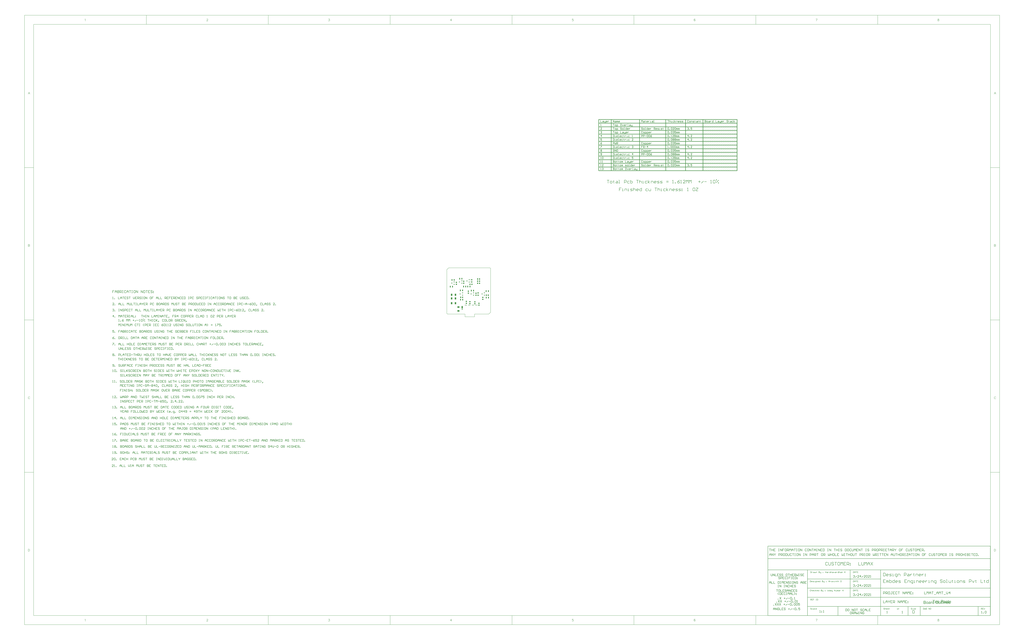
<source format=gtp>
G04 Layer_Color=8421504*
%FSLAX44Y44*%
%MOMM*%
G71*
G01*
G75*
%ADD10C,0.3810*%
%ADD11C,0.0254*%
%ADD12C,0.2540*%
%ADD13C,0.1270*%
%ADD14C,0.1778*%
%ADD15R,1.1500X1.8000*%
%ADD16R,0.7500X1.4500*%
%ADD17R,0.9500X1.0000*%
%ADD18R,1.0000X0.9500*%
%ADD19R,1.4500X0.7500*%
%ADD20R,1.1000X2.0000*%
%ADD21R,0.8000X0.8000*%
%ADD22R,0.9500X0.6000*%
%ADD23R,1.8000X1.1500*%
%ADD24R,0.5500X0.5000*%
G36*
X4098399Y-2390123D02*
X4098646Y-2390159D01*
X4099175Y-2390229D01*
X4099810Y-2390370D01*
X4100479Y-2390582D01*
X4101149Y-2390899D01*
X4101819Y-2391287D01*
X4101854D01*
X4101890Y-2391357D01*
X4102101Y-2391498D01*
X4102419Y-2391780D01*
X4102806Y-2392133D01*
X4103229Y-2392591D01*
X4103652Y-2393155D01*
X4104075Y-2393825D01*
X4104428Y-2394565D01*
Y-2394601D01*
X4104463Y-2394671D01*
X4104499Y-2394777D01*
X4104569Y-2394918D01*
X4104640Y-2395130D01*
X4104710Y-2395376D01*
X4104886Y-2395940D01*
X4105063Y-2396646D01*
X4105204Y-2397421D01*
X4105309Y-2398302D01*
X4105345Y-2399219D01*
Y-2399254D01*
Y-2399325D01*
Y-2399466D01*
Y-2399677D01*
X4105309Y-2399924D01*
Y-2400206D01*
X4105239Y-2400841D01*
X4105098Y-2401617D01*
X4104922Y-2402427D01*
X4104675Y-2403273D01*
X4104358Y-2404120D01*
Y-2404155D01*
X4104322Y-2404225D01*
X4104261Y-2404318D01*
Y-2407170D01*
Y-2407205D01*
Y-2407276D01*
Y-2407382D01*
Y-2407558D01*
Y-2407946D01*
X4104296Y-2408439D01*
Y-2408968D01*
X4104331Y-2409497D01*
X4104366Y-2409955D01*
X4104437Y-2410343D01*
Y-2410378D01*
X4104507Y-2410519D01*
X4104578Y-2410731D01*
X4104684Y-2411013D01*
X4104860Y-2411295D01*
X4105071Y-2411612D01*
X4105318Y-2411894D01*
X4105636Y-2412176D01*
X4105671Y-2412212D01*
X4105812Y-2412282D01*
X4105988Y-2412388D01*
X4106270Y-2412494D01*
X4106588Y-2412635D01*
X4106975Y-2412740D01*
X4107398Y-2412811D01*
X4107892Y-2412846D01*
X4108139D01*
X4108386Y-2412811D01*
X4108703Y-2412776D01*
X4109091Y-2412670D01*
X4109514Y-2412564D01*
X4109972Y-2412388D01*
X4110430Y-2412176D01*
X4110501Y-2412141D01*
X4110642Y-2412035D01*
X4110853Y-2411894D01*
X4111100Y-2411683D01*
X4111382Y-2411401D01*
X4111664Y-2411083D01*
X4111911Y-2410731D01*
X4112122Y-2410308D01*
X4112158Y-2410237D01*
X4112193Y-2410096D01*
X4112263Y-2409814D01*
X4112369Y-2409426D01*
X4112475Y-2408933D01*
X4112545Y-2408333D01*
X4112581Y-2407628D01*
X4112616Y-2406817D01*
Y-2397334D01*
X4115613D01*
Y-2415032D01*
X4112933D01*
Y-2412458D01*
X4112898Y-2412494D01*
X4112827Y-2412599D01*
X4112722Y-2412740D01*
X4112545Y-2412917D01*
X4112334Y-2413128D01*
X4112087Y-2413410D01*
X4111805Y-2413657D01*
X4111453Y-2413939D01*
X4111065Y-2414221D01*
X4110642Y-2414468D01*
X4110183Y-2414715D01*
X4109690Y-2414962D01*
X4109126Y-2415138D01*
X4108562Y-2415279D01*
X4107927Y-2415385D01*
X4107292Y-2415420D01*
X4107046D01*
X4106729Y-2415385D01*
X4106341Y-2415349D01*
X4105882Y-2415279D01*
X4105389Y-2415173D01*
X4104895Y-2415032D01*
X4104366Y-2414821D01*
X4104296Y-2414785D01*
X4104155Y-2414715D01*
X4103908Y-2414574D01*
X4103626Y-2414397D01*
X4103274Y-2414186D01*
X4102956Y-2413939D01*
X4102639Y-2413657D01*
X4102357Y-2413340D01*
X4102321Y-2413304D01*
X4102251Y-2413163D01*
X4102145Y-2412987D01*
X4102004Y-2412705D01*
X4101828Y-2412388D01*
X4101687Y-2412000D01*
X4101546Y-2411577D01*
X4101440Y-2411119D01*
Y-2411083D01*
X4101405Y-2410942D01*
X4101370Y-2410731D01*
Y-2410449D01*
X4101335Y-2410026D01*
X4101299Y-2409567D01*
X4101264Y-2408968D01*
Y-2408298D01*
Y-2407570D01*
X4101184Y-2407610D01*
X4100832Y-2407786D01*
X4100338Y-2407998D01*
X4099739Y-2408209D01*
X4099104Y-2408385D01*
X4098364Y-2408527D01*
X4097624Y-2408562D01*
X4097377D01*
X4097095Y-2408527D01*
X4096742Y-2408491D01*
X4096521Y-2408454D01*
X4096328Y-2408968D01*
X4096046Y-2409532D01*
Y-2409567D01*
X4095976Y-2409673D01*
X4095905Y-2409814D01*
X4095764Y-2410026D01*
X4095623Y-2410273D01*
X4095447Y-2410519D01*
X4094953Y-2411189D01*
X4094354Y-2411894D01*
X4093649Y-2412635D01*
X4093005Y-2413171D01*
Y-2414943D01*
X4090009D01*
Y-2414729D01*
X4089630Y-2414856D01*
X4089171Y-2414997D01*
X4088149Y-2415208D01*
X4087056Y-2415385D01*
X4085893Y-2415455D01*
X4085540D01*
X4085329Y-2415420D01*
X4085011D01*
X4084659Y-2415349D01*
X4084271Y-2415314D01*
X4083813Y-2415244D01*
X4082861Y-2415032D01*
X4081838Y-2414750D01*
X4080781Y-2414327D01*
X4080252Y-2414080D01*
X4079723Y-2413798D01*
X4079688Y-2413763D01*
X4079617Y-2413728D01*
X4079476Y-2413622D01*
X4079265Y-2413481D01*
X4079053Y-2413340D01*
X4078806Y-2413128D01*
X4078207Y-2412599D01*
X4077537Y-2411965D01*
X4076832Y-2411189D01*
X4076198Y-2410308D01*
X4075598Y-2409285D01*
Y-2409250D01*
X4075528Y-2409144D01*
X4075457Y-2409003D01*
X4075387Y-2408792D01*
X4075281Y-2408510D01*
X4075175Y-2408192D01*
X4075097Y-2407998D01*
X4075096Y-2407998D01*
X4074567Y-2407786D01*
X4074073Y-2407575D01*
X4073580Y-2407293D01*
X4073086Y-2406975D01*
X4072628Y-2406623D01*
X4072169Y-2406200D01*
X4072134Y-2406165D01*
X4072064Y-2406094D01*
X4071958Y-2405953D01*
X4071817Y-2405741D01*
X4071641Y-2405495D01*
X4071464Y-2405213D01*
X4071253Y-2404860D01*
X4071041Y-2404437D01*
X4070830Y-2403979D01*
X4070618Y-2403450D01*
X4070442Y-2402886D01*
X4070266Y-2402286D01*
X4070125Y-2401617D01*
X4070019Y-2400911D01*
X4069948Y-2400136D01*
X4069913Y-2399325D01*
Y-2399254D01*
Y-2399113D01*
X4069948Y-2398867D01*
Y-2398514D01*
X4069984Y-2398126D01*
X4070054Y-2397633D01*
X4070125Y-2397139D01*
X4070266Y-2396575D01*
X4070407Y-2396011D01*
X4070583Y-2395412D01*
X4070794Y-2394777D01*
X4071076Y-2394178D01*
X4071359Y-2393614D01*
X4071747Y-2393049D01*
X4072134Y-2392521D01*
X4072628Y-2392062D01*
X4072663Y-2392027D01*
X4072733Y-2391992D01*
X4072874Y-2391886D01*
X4073051Y-2391745D01*
X4073262Y-2391604D01*
X4073544Y-2391428D01*
X4073826Y-2391252D01*
X4074179Y-2391075D01*
X4074567Y-2390899D01*
X4074990Y-2390723D01*
X4075942Y-2390405D01*
X4077035Y-2390159D01*
X4077599Y-2390123D01*
X4078198Y-2390088D01*
X4078551D01*
X4078797Y-2390123D01*
X4079115Y-2390159D01*
X4079467Y-2390229D01*
X4079855Y-2390300D01*
X4080313Y-2390370D01*
X4081265Y-2390687D01*
X4081759Y-2390864D01*
X4081898Y-2390933D01*
X4082402Y-2390741D01*
X4083213Y-2390530D01*
X4084059Y-2390353D01*
X4084941Y-2390248D01*
X4085893Y-2390212D01*
X4086210D01*
X4086457Y-2390248D01*
X4086774D01*
X4087091Y-2390283D01*
X4087514Y-2390353D01*
X4087938Y-2390424D01*
X4088854Y-2390600D01*
X4089912Y-2390882D01*
X4090009Y-2390922D01*
Y-2390476D01*
X4092723D01*
Y-2392339D01*
X4092944Y-2392504D01*
X4092955Y-2392513D01*
X4093076Y-2392344D01*
X4093358Y-2392062D01*
X4093675Y-2391710D01*
X4094028Y-2391393D01*
X4094451Y-2391075D01*
X4094874Y-2390793D01*
X4094944Y-2390758D01*
X4095085Y-2390687D01*
X4095367Y-2390582D01*
X4095720Y-2390441D01*
X4096143Y-2390300D01*
X4096637Y-2390194D01*
X4097201Y-2390123D01*
X4097835Y-2390088D01*
X4098223D01*
X4098399Y-2390123D01*
D02*
G37*
G36*
X4129389Y-2383813D02*
X4129988Y-2383848D01*
X4130623Y-2383883D01*
X4131222Y-2383954D01*
X4131751Y-2384024D01*
X4131821D01*
X4132068Y-2384095D01*
X4132385Y-2384165D01*
X4132809Y-2384271D01*
X4133267Y-2384447D01*
X4133760Y-2384659D01*
X4134289Y-2384906D01*
X4134747Y-2385188D01*
X4134818Y-2385223D01*
X4134959Y-2385329D01*
X4135171Y-2385540D01*
X4135453Y-2385787D01*
X4135770Y-2386104D01*
X4136087Y-2386527D01*
X4136440Y-2386986D01*
X4136722Y-2387514D01*
X4136757Y-2387585D01*
X4136827Y-2387761D01*
X4136968Y-2388078D01*
X4137109Y-2388502D01*
X4137215Y-2388995D01*
X4137356Y-2389559D01*
X4137427Y-2390194D01*
X4137450Y-2390635D01*
X4140362D01*
Y-2394055D01*
X4137365D01*
Y-2391876D01*
X4137356Y-2391957D01*
X4137286Y-2392309D01*
X4137215Y-2392697D01*
X4136968Y-2393508D01*
X4136827Y-2393931D01*
X4136616Y-2394389D01*
X4136369Y-2394848D01*
X4136122Y-2395271D01*
X4135805Y-2395694D01*
X4135453Y-2396117D01*
X4135417Y-2396152D01*
X4135347Y-2396223D01*
X4135241Y-2396328D01*
X4135065Y-2396434D01*
X4134853Y-2396610D01*
X4134571Y-2396787D01*
X4134219Y-2396998D01*
X4133831Y-2397174D01*
X4133372Y-2397386D01*
X4132844Y-2397597D01*
X4132711Y-2397639D01*
Y-2415032D01*
X4129715D01*
Y-2398195D01*
X4129248Y-2398232D01*
X4128331Y-2398267D01*
X4126824D01*
Y-2399661D01*
X4123792D01*
Y-2410061D01*
Y-2410132D01*
Y-2410273D01*
Y-2410484D01*
X4123827Y-2410731D01*
X4123863Y-2411295D01*
X4123898Y-2411542D01*
X4123933Y-2411718D01*
X4123968Y-2411788D01*
X4124074Y-2411929D01*
X4124215Y-2412106D01*
X4124462Y-2412282D01*
X4124532Y-2412317D01*
X4124709Y-2412388D01*
X4125026Y-2412458D01*
X4125484Y-2412494D01*
X4125837D01*
X4126013Y-2412458D01*
X4126260D01*
X4126542Y-2412423D01*
X4126824Y-2412388D01*
X4127212Y-2415032D01*
X4127141D01*
X4127000Y-2415067D01*
X4126754Y-2415103D01*
X4126436Y-2415138D01*
X4126084Y-2415208D01*
X4125696Y-2415244D01*
X4124920Y-2415279D01*
X4124638D01*
X4124356Y-2415244D01*
X4124004Y-2415208D01*
X4123581Y-2415173D01*
X4123157Y-2415067D01*
X4122769Y-2414962D01*
X4122382Y-2414785D01*
X4122346Y-2414750D01*
X4122241Y-2414679D01*
X4122100Y-2414574D01*
X4121888Y-2414397D01*
X4121712Y-2414221D01*
X4121501Y-2413974D01*
X4121289Y-2413728D01*
X4121148Y-2413410D01*
Y-2413375D01*
X4121077Y-2413234D01*
X4121042Y-2412987D01*
X4120972Y-2412635D01*
X4120901Y-2412176D01*
X4120866Y-2411894D01*
Y-2411577D01*
X4120831Y-2411189D01*
X4120795Y-2410801D01*
Y-2410378D01*
Y-2409885D01*
Y-2408174D01*
X4118847D01*
Y-2399661D01*
X4118574D01*
Y-2397334D01*
X4118847D01*
Y-2383777D01*
X4128860D01*
X4129389Y-2383813D01*
D02*
G37*
G36*
X4180720Y-2390476D02*
X4183752D01*
Y-2392803D01*
X4180720D01*
Y-2403203D01*
Y-2403273D01*
Y-2403414D01*
Y-2403626D01*
X4180756Y-2403873D01*
X4180791Y-2404437D01*
X4180826Y-2404684D01*
X4180861Y-2404860D01*
X4180897Y-2404931D01*
X4181002Y-2405072D01*
X4181143Y-2405248D01*
X4181390Y-2405424D01*
X4181461Y-2405459D01*
X4181637Y-2405530D01*
X4181954Y-2405600D01*
X4182412Y-2405636D01*
X4182765D01*
X4182941Y-2405600D01*
X4183188D01*
X4183470Y-2405565D01*
X4183752Y-2405530D01*
X4184140Y-2408174D01*
X4184070D01*
X4183929Y-2408209D01*
X4183682Y-2408244D01*
X4183364Y-2408280D01*
X4183012Y-2408350D01*
X4182624Y-2408385D01*
X4181848Y-2408421D01*
X4181566D01*
X4181284Y-2408385D01*
X4180932Y-2408350D01*
X4180509Y-2408315D01*
X4180085Y-2408209D01*
X4179698Y-2408103D01*
X4179310Y-2407927D01*
X4179275Y-2407892D01*
X4179169Y-2407821D01*
X4179028Y-2407716D01*
X4178817Y-2407539D01*
X4178640Y-2407363D01*
X4178429Y-2407116D01*
X4178293Y-2406959D01*
X4171659D01*
X4171342Y-2407222D01*
X4170849Y-2407539D01*
X4170249Y-2407857D01*
X4170214D01*
X4170179Y-2407892D01*
X4169967Y-2407962D01*
X4169615Y-2408068D01*
X4169156Y-2408209D01*
X4168593Y-2408350D01*
X4167958Y-2408456D01*
X4167288Y-2408527D01*
X4166512Y-2408562D01*
X4166195D01*
X4166195D01*
X4166204Y-2408616D01*
X4166415Y-2409321D01*
X4166698Y-2410096D01*
X4167085Y-2410801D01*
X4167579Y-2411436D01*
X4167614D01*
X4167650Y-2411507D01*
X4167861Y-2411683D01*
X4168178Y-2411929D01*
X4168601Y-2412176D01*
X4169165Y-2412458D01*
X4169800Y-2412705D01*
X4170505Y-2412881D01*
X4170893Y-2412917D01*
X4171316Y-2412952D01*
X4171598D01*
X4171915Y-2412917D01*
X4172303Y-2412846D01*
X4172726Y-2412740D01*
X4173220Y-2412599D01*
X4173678Y-2412388D01*
X4174136Y-2412106D01*
X4174172Y-2412071D01*
X4174348Y-2411929D01*
X4174560Y-2411718D01*
X4174806Y-2411436D01*
X4175088Y-2411048D01*
X4175406Y-2410555D01*
X4175723Y-2409991D01*
X4176005Y-2409321D01*
X4179107Y-2409709D01*
Y-2409744D01*
X4179072Y-2409814D01*
X4179037Y-2409955D01*
X4178966Y-2410167D01*
X4178860Y-2410378D01*
X4178755Y-2410660D01*
X4178473Y-2411260D01*
X4178120Y-2411929D01*
X4177627Y-2412635D01*
X4177063Y-2413304D01*
X4176357Y-2413939D01*
X4176322D01*
X4176252Y-2414010D01*
X4176146Y-2414080D01*
X4176005Y-2414186D01*
X4175793Y-2414292D01*
X4175582Y-2414397D01*
X4175300Y-2414538D01*
X4174983Y-2414679D01*
X4174630Y-2414821D01*
X4174278Y-2414962D01*
X4173396Y-2415173D01*
X4172409Y-2415349D01*
X4171316Y-2415420D01*
X4170928D01*
X4170681Y-2415385D01*
X4170364Y-2415349D01*
X4169976Y-2415279D01*
X4169553Y-2415208D01*
X4169095Y-2415138D01*
X4168108Y-2414856D01*
X4167579Y-2414644D01*
X4167085Y-2414433D01*
X4166557Y-2414151D01*
X4166063Y-2413833D01*
X4165605Y-2413481D01*
X4165146Y-2413058D01*
X4165111Y-2413022D01*
X4165041Y-2412952D01*
X4164935Y-2412811D01*
X4164794Y-2412599D01*
X4164618Y-2412353D01*
X4164441Y-2412071D01*
X4164230Y-2411718D01*
X4164018Y-2411330D01*
X4163807Y-2410872D01*
X4163595Y-2410378D01*
X4163419Y-2409814D01*
X4163242Y-2409215D01*
X4163102Y-2408580D01*
X4163016Y-2408010D01*
X4162846Y-2407962D01*
X4162000Y-2407610D01*
X4161612Y-2407398D01*
X4161259Y-2407152D01*
X4161224Y-2407116D01*
X4161189Y-2407081D01*
X4160977Y-2406870D01*
X4160660Y-2406552D01*
X4160308Y-2406059D01*
X4159920Y-2405459D01*
X4159532Y-2404754D01*
X4159294Y-2404094D01*
Y-2404173D01*
Y-2415032D01*
X4156297D01*
Y-2408174D01*
X4153327D01*
X4153292Y-2408139D01*
X4153257Y-2407998D01*
X4153186Y-2407821D01*
X4153080Y-2407539D01*
X4152975Y-2407222D01*
X4152904Y-2406834D01*
X4152833Y-2406411D01*
X4152763Y-2405953D01*
X4152728D01*
X4152692Y-2406023D01*
X4152481Y-2406200D01*
X4152163Y-2406447D01*
X4151740Y-2406764D01*
X4151212Y-2407081D01*
X4150683Y-2407434D01*
X4150119Y-2407751D01*
X4149519Y-2407998D01*
X4149449Y-2408033D01*
X4149237Y-2408068D01*
X4148920Y-2408174D01*
X4148532Y-2408280D01*
X4148039Y-2408385D01*
X4147942Y-2408398D01*
Y-2415032D01*
X4144945D01*
Y-2408452D01*
X4144548Y-2408385D01*
X4143843Y-2408209D01*
X4143068Y-2407962D01*
X4142363Y-2407610D01*
X4141728Y-2407152D01*
X4141657Y-2407081D01*
X4141481Y-2406905D01*
X4141234Y-2406588D01*
X4140952Y-2406165D01*
X4140670Y-2405636D01*
X4140424Y-2405036D01*
X4140362Y-2404778D01*
Y-2415032D01*
X4137365D01*
Y-2397334D01*
X4140362D01*
Y-2402195D01*
X4140424Y-2401969D01*
X4140565Y-2401546D01*
X4140741Y-2401158D01*
X4140776Y-2401123D01*
X4140847Y-2400982D01*
X4140988Y-2400770D01*
X4141164Y-2400524D01*
X4141375Y-2400242D01*
X4141657Y-2399960D01*
X4141939Y-2399677D01*
X4142292Y-2399431D01*
X4142327Y-2399395D01*
X4142468Y-2399325D01*
X4142645Y-2399184D01*
X4142927Y-2399043D01*
X4143244Y-2398902D01*
X4143632Y-2398726D01*
X4144019Y-2398585D01*
X4144478Y-2398444D01*
X4144513D01*
X4144654Y-2398408D01*
X4144866Y-2398338D01*
X4144945Y-2398328D01*
Y-2397334D01*
X4147625D01*
Y-2397929D01*
X4147721Y-2397915D01*
X4148004Y-2397879D01*
X4148356Y-2397809D01*
X4148744Y-2397774D01*
X4149167Y-2397703D01*
X4150013Y-2397527D01*
X4150930Y-2397351D01*
X4151171Y-2397288D01*
X4151362Y-2397228D01*
X4151926Y-2397087D01*
X4151940Y-2397085D01*
X4152128Y-2397033D01*
X4152481Y-2396928D01*
Y-2396892D01*
Y-2396822D01*
X4152516Y-2396610D01*
Y-2396364D01*
Y-2396223D01*
Y-2396152D01*
Y-2396117D01*
Y-2396082D01*
Y-2395870D01*
X4152481Y-2395517D01*
X4152410Y-2395130D01*
X4152304Y-2394707D01*
X4152128Y-2394283D01*
X4151917Y-2393896D01*
X4151635Y-2393578D01*
X4151599Y-2393543D01*
X4151423Y-2393402D01*
X4151141Y-2393261D01*
X4150789Y-2393049D01*
X4150295Y-2392873D01*
X4149731Y-2392697D01*
X4149026Y-2392591D01*
X4148215Y-2392556D01*
X4147863D01*
X4147510Y-2392591D01*
X4147016Y-2392662D01*
X4146523Y-2392732D01*
X4145994Y-2392873D01*
X4145500Y-2393049D01*
X4145077Y-2393296D01*
X4145042Y-2393332D01*
X4144901Y-2393437D01*
X4144725Y-2393614D01*
X4144513Y-2393896D01*
X4144301Y-2394248D01*
X4144055Y-2394707D01*
X4143843Y-2395271D01*
X4143632Y-2395905D01*
X4140706Y-2395517D01*
Y-2395482D01*
X4140741Y-2395447D01*
Y-2395341D01*
X4140776Y-2395200D01*
X4140882Y-2394883D01*
X4141023Y-2394424D01*
X4141199Y-2393966D01*
X4141411Y-2393473D01*
X4141693Y-2392979D01*
X4142010Y-2392521D01*
X4142045Y-2392485D01*
X4142186Y-2392344D01*
X4142398Y-2392133D01*
X4142680Y-2391851D01*
X4143068Y-2391569D01*
X4143526Y-2391287D01*
X4144055Y-2390970D01*
X4144654Y-2390723D01*
X4144689D01*
X4144725Y-2390687D01*
X4144830Y-2390652D01*
X4144971Y-2390617D01*
X4145324Y-2390511D01*
X4145818Y-2390405D01*
X4146382Y-2390300D01*
X4147087Y-2390194D01*
X4147827Y-2390123D01*
X4148673Y-2390088D01*
X4149061D01*
X4149449Y-2390123D01*
X4149978Y-2390159D01*
X4150577Y-2390229D01*
X4151176Y-2390335D01*
X4151776Y-2390476D01*
X4152340Y-2390652D01*
X4152410Y-2390687D01*
X4152587Y-2390758D01*
X4152833Y-2390864D01*
X4153151Y-2391005D01*
X4153503Y-2391216D01*
X4153856Y-2391428D01*
X4154173Y-2391710D01*
X4154455Y-2391992D01*
X4154490Y-2392027D01*
X4154561Y-2392133D01*
X4154667Y-2392309D01*
X4154808Y-2392521D01*
X4154984Y-2392838D01*
X4155125Y-2393155D01*
X4155266Y-2393543D01*
X4155372Y-2394001D01*
Y-2394037D01*
X4155407Y-2394142D01*
X4155442Y-2394354D01*
X4155478Y-2394636D01*
Y-2395024D01*
X4155513Y-2395482D01*
X4155548Y-2396082D01*
Y-2396751D01*
Y-2397303D01*
X4155663Y-2397334D01*
X4156156Y-2397545D01*
X4156227Y-2397581D01*
X4156368Y-2397651D01*
X4156615Y-2397757D01*
X4156897Y-2397933D01*
X4157249Y-2398145D01*
X4157567Y-2398427D01*
X4157884Y-2398709D01*
X4158166Y-2399061D01*
X4158201Y-2399097D01*
X4158271Y-2399238D01*
X4158377Y-2399414D01*
X4158553Y-2399661D01*
X4158695Y-2400013D01*
X4158836Y-2400366D01*
X4159012Y-2400789D01*
X4159118Y-2401247D01*
Y-2401283D01*
X4159153Y-2401423D01*
X4159188Y-2401635D01*
X4159224Y-2401917D01*
Y-2402340D01*
X4159259Y-2402834D01*
X4159259Y-2402841D01*
X4161929Y-2402427D01*
Y-2402463D01*
Y-2402498D01*
X4162000Y-2402709D01*
X4162070Y-2403062D01*
X4162211Y-2403450D01*
X4162387Y-2403873D01*
X4162599Y-2404331D01*
X4162916Y-2404789D01*
X4162991Y-2404864D01*
X4162996Y-2404808D01*
X4163066Y-2404314D01*
X4163172Y-2403821D01*
X4163454Y-2402693D01*
X4163630Y-2402129D01*
X4163842Y-2401529D01*
X4164124Y-2400965D01*
X4164441Y-2400436D01*
X4164634Y-2400147D01*
X4164044Y-2399960D01*
X4163304Y-2399748D01*
X4162599Y-2399501D01*
X4162282Y-2399360D01*
X4162035Y-2399254D01*
X4161964Y-2399219D01*
X4161823Y-2399149D01*
X4161612Y-2399008D01*
X4161330Y-2398831D01*
X4161013Y-2398585D01*
X4160695Y-2398302D01*
X4160378Y-2397985D01*
X4160096Y-2397597D01*
X4160061Y-2397562D01*
X4159990Y-2397421D01*
X4159884Y-2397174D01*
X4159779Y-2396892D01*
X4159673Y-2396540D01*
X4159567Y-2396117D01*
X4159496Y-2395694D01*
X4159461Y-2395200D01*
Y-2395130D01*
Y-2394989D01*
X4159496Y-2394777D01*
X4159532Y-2394460D01*
X4159602Y-2394142D01*
X4159673Y-2393755D01*
X4159814Y-2393402D01*
X4159990Y-2393014D01*
X4160025Y-2392979D01*
X4160096Y-2392838D01*
X4160202Y-2392662D01*
X4160378Y-2392415D01*
X4160590Y-2392168D01*
X4160836Y-2391851D01*
X4161118Y-2391569D01*
X4161471Y-2391322D01*
X4161506Y-2391287D01*
X4161612Y-2391252D01*
X4161753Y-2391146D01*
X4161964Y-2391040D01*
X4162246Y-2390899D01*
X4162564Y-2390758D01*
X4162952Y-2390617D01*
X4163375Y-2390476D01*
X4163445Y-2390441D01*
X4163586Y-2390405D01*
X4163833Y-2390335D01*
X4164150Y-2390264D01*
X4164538Y-2390194D01*
X4164961Y-2390159D01*
X4165455Y-2390088D01*
X4166301D01*
X4166689Y-2390123D01*
X4167217Y-2390159D01*
X4167782Y-2390229D01*
X4168381Y-2390370D01*
X4169016Y-2390511D01*
X4169615Y-2390723D01*
X4169650D01*
X4169685Y-2390758D01*
X4169861Y-2390828D01*
X4170144Y-2390970D01*
X4170496Y-2391146D01*
X4170884Y-2391393D01*
X4171272Y-2391675D01*
X4171624Y-2391992D01*
X4171942Y-2392344D01*
X4171977Y-2392380D01*
X4172047Y-2392521D01*
X4172188Y-2392767D01*
X4172365Y-2393049D01*
X4172541Y-2393473D01*
X4172717Y-2393931D01*
X4172858Y-2394460D01*
X4172999Y-2395059D01*
X4170073Y-2395447D01*
Y-2395376D01*
X4170038Y-2395235D01*
X4169967Y-2394989D01*
X4169861Y-2394671D01*
X4169685Y-2394354D01*
X4169474Y-2394001D01*
X4169227Y-2393649D01*
X4168875Y-2393332D01*
X4168839Y-2393296D01*
X4168698Y-2393226D01*
X4168487Y-2393085D01*
X4168169Y-2392944D01*
X4167817Y-2392803D01*
X4167358Y-2392662D01*
X4166794Y-2392591D01*
X4166195Y-2392556D01*
X4165843D01*
X4165490Y-2392591D01*
X4165032Y-2392626D01*
X4164573Y-2392732D01*
X4164080Y-2392838D01*
X4163622Y-2393014D01*
X4163234Y-2393261D01*
X4163199Y-2393296D01*
X4163093Y-2393367D01*
X4162952Y-2393508D01*
X4162811Y-2393719D01*
X4162634Y-2393931D01*
X4162493Y-2394213D01*
X4162387Y-2394530D01*
X4162352Y-2394848D01*
Y-2394883D01*
Y-2394953D01*
X4162387Y-2395059D01*
Y-2395200D01*
X4162493Y-2395553D01*
X4162705Y-2395905D01*
X4162740Y-2395940D01*
X4162775Y-2395976D01*
X4162846Y-2396082D01*
X4162987Y-2396187D01*
X4163128Y-2396293D01*
X4163340Y-2396434D01*
X4163586Y-2396540D01*
X4163868Y-2396681D01*
X4163904D01*
X4163974Y-2396716D01*
X4164115Y-2396751D01*
X4164362Y-2396857D01*
X4164714Y-2396963D01*
X4165173Y-2397069D01*
X4165455Y-2397174D01*
X4165772Y-2397245D01*
X4166125Y-2397351D01*
X4166512Y-2397456D01*
X4166548D01*
X4166653Y-2397492D01*
X4166830Y-2397527D01*
X4167041Y-2397597D01*
X4167288Y-2397668D01*
X4167605Y-2397738D01*
X4167610Y-2397740D01*
X4167650Y-2397722D01*
X4168143Y-2397510D01*
X4168672Y-2397334D01*
X4169236Y-2397158D01*
X4169835Y-2397052D01*
X4170470Y-2396981D01*
X4171140Y-2396946D01*
X4171492D01*
X4171739Y-2396981D01*
X4172021Y-2397017D01*
X4172374Y-2397087D01*
X4172762Y-2397158D01*
X4173220Y-2397263D01*
X4173643Y-2397369D01*
X4174136Y-2397545D01*
X4174595Y-2397722D01*
X4175088Y-2397968D01*
X4175582Y-2398250D01*
X4176075Y-2398568D01*
X4176534Y-2398956D01*
X4176957Y-2399379D01*
X4176992Y-2399414D01*
X4177063Y-2399485D01*
X4177168Y-2399626D01*
X4177309Y-2399837D01*
X4177486Y-2400084D01*
X4177662Y-2400366D01*
X4177723Y-2400468D01*
Y-2392803D01*
X4175502D01*
Y-2390476D01*
X4177723D01*
Y-2386104D01*
X4180720Y-2384306D01*
Y-2390476D01*
D02*
G37*
G36*
X4068080Y-2386668D02*
X4060042D01*
Y-2390635D01*
X4060580D01*
Y-2415032D01*
X4057794D01*
Y-2412811D01*
X4057759Y-2412846D01*
X4057724Y-2412917D01*
X4057618Y-2413058D01*
X4057477Y-2413234D01*
X4057301Y-2413410D01*
X4057089Y-2413622D01*
X4056842Y-2413869D01*
X4056525Y-2414115D01*
X4056208Y-2414362D01*
X4055855Y-2414609D01*
X4055432Y-2414821D01*
X4054974Y-2414997D01*
X4054515Y-2415173D01*
X4053987Y-2415314D01*
X4053423Y-2415385D01*
X4052823Y-2415420D01*
X4052612D01*
X4052471Y-2415385D01*
X4052048Y-2415349D01*
X4051554Y-2415279D01*
X4050955Y-2415138D01*
X4050285Y-2414926D01*
X4049615Y-2414644D01*
X4048945Y-2414256D01*
X4048910D01*
X4048875Y-2414186D01*
X4048663Y-2414045D01*
X4048346Y-2413763D01*
X4047958Y-2413410D01*
X4047500Y-2412952D01*
X4047041Y-2412388D01*
X4046583Y-2411753D01*
X4046195Y-2411013D01*
Y-2410978D01*
X4046160Y-2410907D01*
X4046125Y-2410801D01*
X4046054Y-2410660D01*
X4045984Y-2410449D01*
X4045878Y-2410202D01*
X4045807Y-2409955D01*
X4045737Y-2409638D01*
X4045561Y-2408933D01*
X4045385Y-2408122D01*
X4045279Y-2407205D01*
X4045244Y-2406218D01*
Y-2406183D01*
Y-2406112D01*
Y-2405971D01*
Y-2405760D01*
X4045279Y-2405548D01*
Y-2405266D01*
X4045349Y-2404632D01*
X4045455Y-2403891D01*
X4045631Y-2403080D01*
X4045843Y-2402234D01*
X4046125Y-2401423D01*
Y-2401388D01*
X4046160Y-2401318D01*
X4046230Y-2401212D01*
X4046301Y-2401071D01*
X4046512Y-2400683D01*
X4046795Y-2400190D01*
X4047147Y-2399661D01*
X4047606Y-2399132D01*
X4048134Y-2398568D01*
X4048769Y-2398109D01*
X4048804D01*
X4048839Y-2398074D01*
X4048945Y-2398004D01*
X4049086Y-2397933D01*
X4049439Y-2397757D01*
X4049932Y-2397510D01*
X4050497Y-2397299D01*
X4051166Y-2397122D01*
X4051907Y-2396981D01*
X4052682Y-2396946D01*
X4052964D01*
X4053246Y-2396981D01*
X4053634Y-2397017D01*
X4054092Y-2397122D01*
X4054586Y-2397228D01*
X4055080Y-2397404D01*
X4055538Y-2397651D01*
X4055609Y-2397686D01*
X4055750Y-2397757D01*
X4055961Y-2397933D01*
X4056243Y-2398109D01*
X4056595Y-2398356D01*
X4056798Y-2398559D01*
Y-2386668D01*
X4048760D01*
Y-2383777D01*
X4068080D01*
Y-2386668D01*
D02*
G37*
G36*
X4042071Y-2396981D02*
X4042458Y-2397052D01*
X4042917Y-2397193D01*
X4043410Y-2397369D01*
X4043974Y-2397616D01*
X4044574Y-2397933D01*
X4043481Y-2400683D01*
X4043445Y-2400648D01*
X4043304Y-2400577D01*
X4043093Y-2400472D01*
X4042811Y-2400366D01*
X4042494Y-2400260D01*
X4042106Y-2400154D01*
X4041718Y-2400084D01*
X4041330Y-2400049D01*
X4041154D01*
X4040977Y-2400084D01*
X4040731Y-2400119D01*
X4040484Y-2400190D01*
X4040167Y-2400295D01*
X4039850Y-2400436D01*
X4039567Y-2400648D01*
X4039532Y-2400683D01*
X4039426Y-2400754D01*
X4039320Y-2400895D01*
X4039144Y-2401071D01*
X4038968Y-2401318D01*
X4038792Y-2401600D01*
X4038615Y-2401917D01*
X4038474Y-2402305D01*
X4038439Y-2402375D01*
X4038404Y-2402587D01*
X4038333Y-2402904D01*
X4038228Y-2403327D01*
X4038122Y-2403856D01*
X4038051Y-2404455D01*
X4038016Y-2405090D01*
X4037981Y-2405795D01*
Y-2415032D01*
X4034984D01*
Y-2397334D01*
X4037699D01*
Y-2400013D01*
X4037734Y-2399978D01*
X4037875Y-2399731D01*
X4038051Y-2399414D01*
X4038333Y-2399026D01*
X4038615Y-2398638D01*
X4038933Y-2398215D01*
X4039250Y-2397863D01*
X4039567Y-2397581D01*
X4039603Y-2397545D01*
X4039708Y-2397475D01*
X4039920Y-2397369D01*
X4040132Y-2397263D01*
X4040414Y-2397158D01*
X4040766Y-2397052D01*
X4041118Y-2396981D01*
X4041506Y-2396946D01*
X4041753D01*
X4042071Y-2396981D01*
D02*
G37*
G36*
X4194540Y-2390123D02*
X4194822Y-2390159D01*
X4195175Y-2390229D01*
X4195563Y-2390300D01*
X4196021Y-2390405D01*
X4196444Y-2390511D01*
X4196938Y-2390687D01*
X4197396Y-2390864D01*
X4197889Y-2391111D01*
X4198383Y-2391393D01*
X4198877Y-2391710D01*
X4199335Y-2392098D01*
X4199758Y-2392521D01*
X4199793Y-2392556D01*
X4199864Y-2392626D01*
X4199969Y-2392767D01*
X4200110Y-2392979D01*
X4200287Y-2393226D01*
X4200463Y-2393508D01*
X4200675Y-2393860D01*
X4200886Y-2394283D01*
X4201098Y-2394742D01*
X4201309Y-2395235D01*
X4201486Y-2395799D01*
X4201662Y-2396399D01*
X4201803Y-2397069D01*
X4201909Y-2397774D01*
X4201979Y-2398514D01*
X4202014Y-2399325D01*
Y-2399360D01*
Y-2399501D01*
Y-2399748D01*
X4201979Y-2400101D01*
X4195158D01*
X4195254Y-2400331D01*
X4195431Y-2400789D01*
X4195572Y-2401318D01*
X4195713Y-2401917D01*
X4192786Y-2402305D01*
Y-2402234D01*
X4192751Y-2402093D01*
X4192681Y-2401847D01*
X4192575Y-2401529D01*
X4192399Y-2401212D01*
X4192187Y-2400859D01*
X4191940Y-2400507D01*
X4191588Y-2400190D01*
X4191552Y-2400154D01*
X4191445Y-2400101D01*
X4188759D01*
Y-2400136D01*
Y-2400242D01*
X4188794Y-2400383D01*
Y-2400594D01*
X4188829Y-2400841D01*
X4188900Y-2401123D01*
X4189005Y-2401758D01*
X4189217Y-2402463D01*
X4189499Y-2403238D01*
X4189886Y-2403943D01*
X4190380Y-2404578D01*
X4190415D01*
X4190445Y-2404636D01*
X4190988Y-2404808D01*
X4191729Y-2405020D01*
X4192469Y-2405266D01*
X4193139Y-2405513D01*
X4193421Y-2405619D01*
X4193668Y-2405725D01*
X4193738Y-2405760D01*
X4193879Y-2405830D01*
X4194091Y-2405936D01*
X4194375Y-2406094D01*
X4194399D01*
X4194716Y-2406059D01*
X4195104Y-2405988D01*
X4195527Y-2405882D01*
X4196021Y-2405741D01*
X4196479Y-2405530D01*
X4196938Y-2405248D01*
X4196973Y-2405213D01*
X4197149Y-2405072D01*
X4197361Y-2404860D01*
X4197607Y-2404578D01*
X4197889Y-2404190D01*
X4198207Y-2403697D01*
X4198524Y-2403132D01*
X4198806Y-2402463D01*
X4201909Y-2402850D01*
Y-2402886D01*
X4201873Y-2402956D01*
X4201838Y-2403097D01*
X4201768Y-2403309D01*
X4201662Y-2403520D01*
X4201556Y-2403802D01*
X4201274Y-2404402D01*
X4200921Y-2405072D01*
X4200428Y-2405777D01*
X4199864Y-2406447D01*
X4199159Y-2407081D01*
X4199124D01*
X4199053Y-2407152D01*
X4198947Y-2407222D01*
X4198806Y-2407328D01*
X4198595Y-2407434D01*
X4198383Y-2407539D01*
X4198101Y-2407680D01*
X4197784Y-2407821D01*
X4197431Y-2407962D01*
X4197079Y-2408103D01*
X4196197Y-2408315D01*
X4196125Y-2408328D01*
X4196136Y-2408369D01*
X4196277Y-2408792D01*
X4196347Y-2409285D01*
X4196382Y-2409850D01*
Y-2409920D01*
Y-2410096D01*
X4196347Y-2410378D01*
X4196277Y-2410766D01*
X4196171Y-2411189D01*
X4195995Y-2411647D01*
X4195783Y-2412176D01*
X4195501Y-2412670D01*
X4195466Y-2412740D01*
X4195325Y-2412881D01*
X4195149Y-2413128D01*
X4194867Y-2413410D01*
X4194479Y-2413728D01*
X4194055Y-2414080D01*
X4193562Y-2414397D01*
X4192963Y-2414715D01*
X4192928D01*
X4192892Y-2414750D01*
X4192681Y-2414821D01*
X4192328Y-2414926D01*
X4191870Y-2415067D01*
X4191306Y-2415208D01*
X4190671Y-2415314D01*
X4190001Y-2415385D01*
X4189226Y-2415420D01*
X4188908D01*
X4188661Y-2415385D01*
X4188380D01*
X4188027Y-2415349D01*
X4187674Y-2415314D01*
X4187287Y-2415244D01*
X4186440Y-2415067D01*
X4185559Y-2414821D01*
X4184713Y-2414468D01*
X4184325Y-2414256D01*
X4183972Y-2414010D01*
X4183937Y-2413974D01*
X4183902Y-2413939D01*
X4183690Y-2413728D01*
X4183373Y-2413410D01*
X4183021Y-2412917D01*
X4182633Y-2412317D01*
X4182245Y-2411612D01*
X4181928Y-2410731D01*
X4181681Y-2409744D01*
X4184643Y-2409285D01*
Y-2409321D01*
Y-2409356D01*
X4184713Y-2409567D01*
X4184784Y-2409920D01*
X4184925Y-2410308D01*
X4185101Y-2410731D01*
X4185312Y-2411189D01*
X4185630Y-2411647D01*
X4186017Y-2412035D01*
X4186088Y-2412071D01*
X4186229Y-2412176D01*
X4186511Y-2412317D01*
X4186864Y-2412494D01*
X4187322Y-2412670D01*
X4187851Y-2412811D01*
X4188485Y-2412917D01*
X4189226Y-2412952D01*
X4189578D01*
X4189931Y-2412917D01*
X4190389Y-2412846D01*
X4190883Y-2412740D01*
X4191411Y-2412599D01*
X4191870Y-2412423D01*
X4192293Y-2412141D01*
X4192328Y-2412106D01*
X4192469Y-2412000D01*
X4192610Y-2411824D01*
X4192822Y-2411577D01*
X4192998Y-2411295D01*
X4193174Y-2410942D01*
X4193280Y-2410590D01*
X4193315Y-2410167D01*
Y-2410132D01*
Y-2409991D01*
X4193280Y-2409814D01*
X4193210Y-2409567D01*
X4193104Y-2409321D01*
X4192928Y-2409074D01*
X4192716Y-2408792D01*
X4192399Y-2408580D01*
X4192363Y-2408545D01*
X4192258Y-2408510D01*
X4192081Y-2408404D01*
X4191799Y-2408298D01*
X4191376Y-2408157D01*
X4191194Y-2408079D01*
X4190909Y-2407998D01*
X4190900Y-2407994D01*
X4190847Y-2407981D01*
X4190530Y-2407875D01*
X4190178Y-2407769D01*
X4189790Y-2407664D01*
X4189331Y-2407558D01*
X4189296D01*
X4189190Y-2407523D01*
X4189014Y-2407487D01*
X4188802Y-2407417D01*
X4188521Y-2407346D01*
X4188203Y-2407241D01*
X4187533Y-2407064D01*
X4186758Y-2406817D01*
X4186017Y-2406606D01*
X4185312Y-2406359D01*
X4184995Y-2406218D01*
X4184748Y-2406112D01*
X4184678Y-2406077D01*
X4184537Y-2406007D01*
X4184325Y-2405866D01*
X4184043Y-2405689D01*
X4183726Y-2405443D01*
X4183409Y-2405161D01*
X4183091Y-2404843D01*
X4182809Y-2404455D01*
X4182774Y-2404420D01*
X4182704Y-2404279D01*
X4182598Y-2404032D01*
X4182492Y-2403750D01*
X4182386Y-2403398D01*
X4182280Y-2402975D01*
X4182210Y-2402552D01*
X4182175Y-2402058D01*
Y-2401988D01*
Y-2401847D01*
X4182210Y-2401635D01*
X4182245Y-2401318D01*
X4182316Y-2401000D01*
X4182386Y-2400613D01*
X4182527Y-2400260D01*
X4182704Y-2399872D01*
X4182739Y-2399837D01*
X4182809Y-2399696D01*
X4182915Y-2399520D01*
X4183091Y-2399273D01*
X4183303Y-2399026D01*
X4183549Y-2398709D01*
X4183831Y-2398427D01*
X4184184Y-2398180D01*
X4184219Y-2398145D01*
X4184325Y-2398109D01*
X4184466Y-2398004D01*
X4184678Y-2397898D01*
X4184960Y-2397757D01*
X4185277Y-2397616D01*
X4185665Y-2397475D01*
X4185879Y-2397404D01*
X4185973Y-2396963D01*
X4186255Y-2395835D01*
X4186432Y-2395271D01*
X4186643Y-2394671D01*
X4186925Y-2394107D01*
X4187242Y-2393578D01*
X4187595Y-2393049D01*
X4187983Y-2392556D01*
X4188018Y-2392521D01*
X4188089Y-2392450D01*
X4188230Y-2392344D01*
X4188406Y-2392168D01*
X4188617Y-2391992D01*
X4188900Y-2391780D01*
X4189217Y-2391534D01*
X4189604Y-2391322D01*
X4189992Y-2391075D01*
X4190451Y-2390864D01*
X4190944Y-2390652D01*
X4191473Y-2390476D01*
X4192037Y-2390300D01*
X4192636Y-2390194D01*
X4193271Y-2390123D01*
X4193941Y-2390088D01*
X4194294D01*
X4194540Y-2390123D01*
D02*
G37*
G36*
X4024302Y-2396981D02*
X4024831Y-2397017D01*
X4025430Y-2397087D01*
X4026029Y-2397193D01*
X4026629Y-2397334D01*
X4027193Y-2397510D01*
X4027263Y-2397545D01*
X4027440Y-2397616D01*
X4027686Y-2397722D01*
X4028004Y-2397863D01*
X4028356Y-2398074D01*
X4028709Y-2398286D01*
X4029026Y-2398568D01*
X4029308Y-2398850D01*
X4029343Y-2398885D01*
X4029414Y-2398991D01*
X4029520Y-2399167D01*
X4029661Y-2399379D01*
X4029837Y-2399696D01*
X4029978Y-2400013D01*
X4030119Y-2400401D01*
X4030225Y-2400859D01*
Y-2400895D01*
X4030260Y-2401000D01*
X4030295Y-2401212D01*
X4030331Y-2401494D01*
Y-2401882D01*
X4030366Y-2402340D01*
X4030401Y-2402939D01*
Y-2403609D01*
Y-2407628D01*
Y-2407664D01*
Y-2407805D01*
Y-2408016D01*
Y-2408298D01*
Y-2408616D01*
Y-2409003D01*
X4030436Y-2409850D01*
Y-2410731D01*
X4030471Y-2411612D01*
X4030507Y-2412000D01*
Y-2412353D01*
X4030542Y-2412670D01*
X4030577Y-2412917D01*
Y-2412952D01*
X4030612Y-2413093D01*
X4030648Y-2413304D01*
X4030753Y-2413586D01*
X4030824Y-2413904D01*
X4030965Y-2414256D01*
X4031141Y-2414644D01*
X4031318Y-2415032D01*
X4028180D01*
X4028145Y-2414997D01*
X4028109Y-2414856D01*
X4028039Y-2414679D01*
X4027933Y-2414397D01*
X4027827Y-2414080D01*
X4027757Y-2413692D01*
X4027686Y-2413269D01*
X4027616Y-2412811D01*
X4027581D01*
X4027545Y-2412881D01*
X4027334Y-2413058D01*
X4027017Y-2413304D01*
X4026593Y-2413622D01*
X4026064Y-2413939D01*
X4025536Y-2414292D01*
X4024972Y-2414609D01*
X4024372Y-2414856D01*
X4024302Y-2414891D01*
X4024090Y-2414926D01*
X4023773Y-2415032D01*
X4023385Y-2415138D01*
X4022892Y-2415244D01*
X4022328Y-2415314D01*
X4021693Y-2415385D01*
X4021058Y-2415420D01*
X4020776D01*
X4020565Y-2415385D01*
X4020318D01*
X4020036Y-2415349D01*
X4019402Y-2415244D01*
X4018696Y-2415067D01*
X4017921Y-2414821D01*
X4017216Y-2414468D01*
X4016581Y-2414010D01*
X4016510Y-2413939D01*
X4016334Y-2413763D01*
X4016087Y-2413445D01*
X4015805Y-2413022D01*
X4015523Y-2412494D01*
X4015276Y-2411894D01*
X4015100Y-2411154D01*
X4015065Y-2410801D01*
X4015030Y-2410378D01*
Y-2410308D01*
Y-2410167D01*
X4015065Y-2409920D01*
X4015100Y-2409603D01*
X4015171Y-2409215D01*
X4015276Y-2408827D01*
X4015417Y-2408404D01*
X4015594Y-2408016D01*
X4015629Y-2407981D01*
X4015699Y-2407840D01*
X4015840Y-2407628D01*
X4016017Y-2407382D01*
X4016228Y-2407100D01*
X4016510Y-2406817D01*
X4016793Y-2406535D01*
X4017145Y-2406289D01*
X4017180Y-2406254D01*
X4017321Y-2406183D01*
X4017498Y-2406042D01*
X4017780Y-2405901D01*
X4018097Y-2405760D01*
X4018485Y-2405584D01*
X4018872Y-2405443D01*
X4019331Y-2405302D01*
X4019366D01*
X4019507Y-2405266D01*
X4019719Y-2405196D01*
X4020001Y-2405161D01*
X4020353Y-2405090D01*
X4020811Y-2405020D01*
X4021340Y-2404914D01*
X4021975Y-2404843D01*
X4022010D01*
X4022151Y-2404808D01*
X4022328D01*
X4022574Y-2404773D01*
X4022856Y-2404738D01*
X4023209Y-2404667D01*
X4023597Y-2404632D01*
X4024020Y-2404561D01*
X4024866Y-2404385D01*
X4025782Y-2404209D01*
X4026593Y-2403997D01*
X4026981Y-2403891D01*
X4027334Y-2403786D01*
Y-2403750D01*
Y-2403680D01*
X4027369Y-2403468D01*
Y-2403221D01*
Y-2403080D01*
Y-2403010D01*
Y-2402975D01*
Y-2402939D01*
Y-2402728D01*
X4027334Y-2402375D01*
X4027263Y-2401988D01*
X4027158Y-2401564D01*
X4026981Y-2401142D01*
X4026770Y-2400754D01*
X4026488Y-2400436D01*
X4026452Y-2400401D01*
X4026276Y-2400260D01*
X4025994Y-2400119D01*
X4025641Y-2399908D01*
X4025148Y-2399731D01*
X4024584Y-2399555D01*
X4023879Y-2399449D01*
X4023068Y-2399414D01*
X4022715D01*
X4022363Y-2399449D01*
X4021869Y-2399520D01*
X4021376Y-2399590D01*
X4020847Y-2399731D01*
X4020353Y-2399908D01*
X4019930Y-2400154D01*
X4019895Y-2400190D01*
X4019754Y-2400295D01*
X4019578Y-2400472D01*
X4019366Y-2400754D01*
X4019155Y-2401106D01*
X4018908Y-2401564D01*
X4018696Y-2402129D01*
X4018485Y-2402763D01*
X4015558Y-2402375D01*
Y-2402340D01*
X4015594Y-2402305D01*
Y-2402199D01*
X4015629Y-2402058D01*
X4015735Y-2401741D01*
X4015876Y-2401283D01*
X4016052Y-2400824D01*
X4016264Y-2400331D01*
X4016546Y-2399837D01*
X4016863Y-2399379D01*
X4016898Y-2399343D01*
X4017039Y-2399202D01*
X4017251Y-2398991D01*
X4017533Y-2398709D01*
X4017921Y-2398427D01*
X4018379Y-2398145D01*
X4018908Y-2397827D01*
X4019507Y-2397581D01*
X4019543D01*
X4019578Y-2397545D01*
X4019684Y-2397510D01*
X4019825Y-2397475D01*
X4020177Y-2397369D01*
X4020670Y-2397263D01*
X4021235Y-2397158D01*
X4021940Y-2397052D01*
X4022680Y-2396981D01*
X4023526Y-2396946D01*
X4023914D01*
X4024302Y-2396981D01*
D02*
G37*
G36*
X3984428Y-2390671D02*
X3984710D01*
X3985345Y-2390741D01*
X3986050Y-2390812D01*
X3986790Y-2390953D01*
X3987531Y-2391129D01*
X3988200Y-2391376D01*
X3988236D01*
X3988271Y-2391411D01*
X3988482Y-2391517D01*
X3988800Y-2391693D01*
X3989153Y-2391940D01*
X3989576Y-2392257D01*
X3990034Y-2392645D01*
X3990457Y-2393138D01*
X3990845Y-2393667D01*
X3990880Y-2393738D01*
X3990986Y-2393949D01*
X3991162Y-2394231D01*
X3991338Y-2394655D01*
X3991515Y-2395148D01*
X3991691Y-2395677D01*
X3991797Y-2396276D01*
X3991832Y-2396876D01*
Y-2396946D01*
Y-2397122D01*
X3991797Y-2397440D01*
X3991726Y-2397827D01*
X3991620Y-2398286D01*
X3991444Y-2398779D01*
X3991233Y-2399273D01*
X3990950Y-2399802D01*
X3990915Y-2399872D01*
X3990809Y-2400013D01*
X3990598Y-2400295D01*
X3990316Y-2400577D01*
X3989963Y-2400930D01*
X3989540Y-2401318D01*
X3989012Y-2401670D01*
X3988412Y-2402023D01*
X3988447D01*
X3988518Y-2402058D01*
X3988624Y-2402093D01*
X3988765Y-2402164D01*
X3989188Y-2402305D01*
X3989681Y-2402552D01*
X3990210Y-2402869D01*
X3990809Y-2403257D01*
X3991338Y-2403715D01*
X3991832Y-2404279D01*
X3991867Y-2404350D01*
X3992008Y-2404561D01*
X3992220Y-2404879D01*
X3992431Y-2405302D01*
X3992643Y-2405866D01*
X3992854Y-2406465D01*
X3992995Y-2407170D01*
X3993030Y-2407946D01*
Y-2407981D01*
Y-2408016D01*
Y-2408228D01*
X3992995Y-2408580D01*
X3992925Y-2409003D01*
X3992854Y-2409497D01*
X3992713Y-2410026D01*
X3992537Y-2410590D01*
X3992290Y-2411154D01*
X3992255Y-2411224D01*
X3992149Y-2411401D01*
X3992008Y-2411647D01*
X3991797Y-2412000D01*
X3991515Y-2412353D01*
X3991233Y-2412740D01*
X3990880Y-2413128D01*
X3990492Y-2413445D01*
X3990457Y-2413481D01*
X3990316Y-2413586D01*
X3990069Y-2413728D01*
X3989752Y-2413869D01*
X3989364Y-2414080D01*
X3988906Y-2414292D01*
X3988412Y-2414468D01*
X3987813Y-2414644D01*
X3987742D01*
X3987531Y-2414715D01*
X3987178Y-2414750D01*
X3986720Y-2414821D01*
X3986156Y-2414891D01*
X3985486Y-2414962D01*
X3984745Y-2414997D01*
X3983900Y-2415032D01*
X3974592D01*
Y-2390635D01*
X3984182D01*
X3984428Y-2390671D01*
D02*
G37*
G36*
X4004841Y-2396981D02*
X4005158Y-2397017D01*
X4005511Y-2397087D01*
X4005899Y-2397158D01*
X4006357Y-2397228D01*
X4007309Y-2397545D01*
X4007802Y-2397722D01*
X4008296Y-2397968D01*
X4008789Y-2398215D01*
X4009283Y-2398568D01*
X4009742Y-2398920D01*
X4010200Y-2399343D01*
X4010235Y-2399379D01*
X4010305Y-2399449D01*
X4010411Y-2399590D01*
X4010552Y-2399767D01*
X4010728Y-2400013D01*
X4010940Y-2400331D01*
X4011152Y-2400683D01*
X4011363Y-2401071D01*
X4011575Y-2401494D01*
X4011786Y-2402023D01*
X4011998Y-2402552D01*
X4012174Y-2403151D01*
X4012315Y-2403786D01*
X4012421Y-2404455D01*
X4012491Y-2405161D01*
X4012527Y-2405936D01*
Y-2405971D01*
Y-2406077D01*
Y-2406254D01*
Y-2406500D01*
X4012491Y-2406782D01*
X4012456Y-2407135D01*
Y-2407487D01*
X4012386Y-2407875D01*
X4012280Y-2408757D01*
X4012068Y-2409638D01*
X4011822Y-2410519D01*
X4011469Y-2411330D01*
Y-2411366D01*
X4011434Y-2411401D01*
X4011363Y-2411507D01*
X4011293Y-2411647D01*
X4011046Y-2412000D01*
X4010728Y-2412423D01*
X4010305Y-2412917D01*
X4009777Y-2413410D01*
X4009178Y-2413904D01*
X4008472Y-2414362D01*
X4008437D01*
X4008402Y-2414397D01*
X4008296Y-2414468D01*
X4008120Y-2414538D01*
X4007943Y-2414609D01*
X4007732Y-2414679D01*
X4007203Y-2414891D01*
X4006604Y-2415067D01*
X4005863Y-2415244D01*
X4005088Y-2415385D01*
X4004242Y-2415420D01*
X4003889D01*
X4003607Y-2415385D01*
X4003290Y-2415349D01*
X4002937Y-2415279D01*
X4002514Y-2415208D01*
X4002091Y-2415138D01*
X4001139Y-2414856D01*
X4000610Y-2414644D01*
X4000117Y-2414433D01*
X3999623Y-2414151D01*
X3999130Y-2413833D01*
X3998671Y-2413481D01*
X3998213Y-2413058D01*
X3998178Y-2413022D01*
X3998107Y-2412952D01*
X3998001Y-2412811D01*
X3997860Y-2412599D01*
X3997684Y-2412353D01*
X3997508Y-2412071D01*
X3997296Y-2411718D01*
X3997085Y-2411295D01*
X3996873Y-2410837D01*
X3996662Y-2410308D01*
X3996486Y-2409744D01*
X3996309Y-2409144D01*
X3996168Y-2408474D01*
X3996062Y-2407769D01*
X3995992Y-2406994D01*
X3995957Y-2406183D01*
Y-2406112D01*
Y-2405971D01*
X3995992Y-2405725D01*
Y-2405372D01*
X3996027Y-2404984D01*
X3996098Y-2404491D01*
X3996168Y-2403997D01*
X3996309Y-2403433D01*
X3996450Y-2402869D01*
X3996627Y-2402270D01*
X3996838Y-2401635D01*
X3997120Y-2401036D01*
X3997402Y-2400472D01*
X3997790Y-2399908D01*
X3998178Y-2399379D01*
X3998671Y-2398920D01*
X3998707Y-2398885D01*
X3998777Y-2398850D01*
X3998918Y-2398744D01*
X3999095Y-2398603D01*
X3999306Y-2398462D01*
X3999588Y-2398286D01*
X3999870Y-2398109D01*
X4000222Y-2397933D01*
X4000610Y-2397757D01*
X4001033Y-2397581D01*
X4001985Y-2397263D01*
X4003078Y-2397017D01*
X4003642Y-2396981D01*
X4004242Y-2396946D01*
X4004594D01*
X4004841Y-2396981D01*
D02*
G37*
%LPC*%
G36*
X4078198Y-2392556D02*
X4077986D01*
X4077810Y-2392591D01*
X4077422Y-2392626D01*
X4076894Y-2392767D01*
X4076294Y-2392979D01*
X4075660Y-2393261D01*
X4075060Y-2393684D01*
X4074743Y-2393966D01*
X4074461Y-2394248D01*
Y-2394283D01*
X4074391Y-2394319D01*
X4074320Y-2394424D01*
X4074214Y-2394565D01*
X4074109Y-2394742D01*
X4074003Y-2394953D01*
X4073862Y-2395235D01*
X4073721Y-2395517D01*
X4073580Y-2395870D01*
X4073439Y-2396223D01*
X4073333Y-2396646D01*
X4073227Y-2397104D01*
X4073121Y-2397597D01*
X4073051Y-2398126D01*
X4073016Y-2398726D01*
X4072980Y-2399325D01*
Y-2399360D01*
Y-2399466D01*
Y-2399642D01*
X4073016Y-2399889D01*
Y-2400171D01*
X4073051Y-2400488D01*
X4073157Y-2401229D01*
X4073333Y-2402075D01*
X4073615Y-2402921D01*
X4073968Y-2403732D01*
X4074214Y-2404084D01*
X4074282Y-2404181D01*
X4074223Y-2403186D01*
Y-2403151D01*
Y-2403116D01*
Y-2402904D01*
X4074258Y-2402587D01*
Y-2402164D01*
X4074329Y-2401670D01*
X4074399Y-2401071D01*
X4074505Y-2400401D01*
X4074646Y-2399696D01*
X4074787Y-2398956D01*
X4074999Y-2398180D01*
X4075281Y-2397404D01*
X4075598Y-2396593D01*
X4075951Y-2395818D01*
X4076409Y-2395042D01*
X4076902Y-2394337D01*
X4077467Y-2393667D01*
X4077502Y-2393632D01*
X4077608Y-2393526D01*
X4077819Y-2393350D01*
X4078066Y-2393138D01*
X4078383Y-2392856D01*
X4078734Y-2392601D01*
X4078621Y-2392591D01*
X4078198Y-2392556D01*
D02*
G37*
G36*
X4092942Y-2397150D02*
X4092935Y-2397174D01*
X4092864Y-2397703D01*
X4092794Y-2398232D01*
X4092723Y-2398796D01*
Y-2399431D01*
Y-2399466D01*
Y-2399572D01*
Y-2399748D01*
X4092758Y-2399995D01*
Y-2400277D01*
X4092794Y-2400594D01*
X4092899Y-2401335D01*
X4093076Y-2402181D01*
X4093287Y-2402991D01*
X4093640Y-2403802D01*
X4093851Y-2404155D01*
X4094098Y-2404472D01*
X4094143Y-2404517D01*
X4094213Y-2403715D01*
X4094248Y-2402869D01*
Y-2402834D01*
Y-2402728D01*
Y-2402587D01*
Y-2402375D01*
X4094213Y-2402129D01*
Y-2401811D01*
X4094178Y-2401494D01*
X4094107Y-2401106D01*
X4094001Y-2400295D01*
X4093825Y-2399449D01*
X4093578Y-2398533D01*
X4093226Y-2397686D01*
Y-2397651D01*
X4093191Y-2397581D01*
X4093120Y-2397475D01*
X4093050Y-2397334D01*
X4092942Y-2397150D01*
D02*
G37*
G36*
X4097553Y-2392450D02*
X4097377D01*
X4097236Y-2392485D01*
X4096883Y-2392556D01*
X4096425Y-2392662D01*
X4095896Y-2392873D01*
X4095332Y-2393190D01*
X4095015Y-2393402D01*
X4094733Y-2393649D01*
X4094451Y-2393931D01*
X4094450Y-2393932D01*
X4094883Y-2394408D01*
X4095553Y-2395324D01*
X4096117Y-2396347D01*
Y-2396382D01*
X4096187Y-2396488D01*
X4096258Y-2396629D01*
X4096328Y-2396840D01*
X4096469Y-2397122D01*
X4096575Y-2397440D01*
X4096716Y-2397827D01*
X4096857Y-2398250D01*
X4096963Y-2398709D01*
X4097104Y-2399202D01*
X4097245Y-2399767D01*
X4097350Y-2400331D01*
X4097491Y-2401564D01*
X4097562Y-2402904D01*
Y-2402939D01*
Y-2403080D01*
Y-2403257D01*
X4097527Y-2403539D01*
Y-2403856D01*
X4097491Y-2404244D01*
X4097421Y-2404667D01*
X4097386Y-2405125D01*
X4097222Y-2406075D01*
X4097412Y-2406094D01*
X4097624D01*
X4097765Y-2406059D01*
X4098117Y-2405988D01*
X4098611Y-2405882D01*
X4099140Y-2405671D01*
X4099704Y-2405389D01*
X4100268Y-2404966D01*
X4100550Y-2404719D01*
X4100832Y-2404437D01*
Y-2404402D01*
X4100902Y-2404366D01*
X4100973Y-2404261D01*
X4101043Y-2404120D01*
X4101184Y-2403943D01*
X4101264Y-2403758D01*
Y-2397334D01*
X4102109D01*
X4102101Y-2397280D01*
X4101925Y-2396469D01*
X4101678Y-2395658D01*
X4101325Y-2394848D01*
X4101114Y-2394460D01*
X4100867Y-2394142D01*
Y-2394107D01*
X4100797Y-2394072D01*
X4100620Y-2393860D01*
X4100338Y-2393614D01*
X4099951Y-2393296D01*
X4099457Y-2392979D01*
X4098893Y-2392697D01*
X4098258Y-2392521D01*
X4097906Y-2392485D01*
X4097553Y-2392450D01*
D02*
G37*
G36*
X4081756Y-2394104D02*
X4081451Y-2394267D01*
X4080957Y-2394584D01*
X4080463Y-2394937D01*
X4080005Y-2395360D01*
X4079970Y-2395395D01*
X4079899Y-2395465D01*
X4079793Y-2395606D01*
X4079617Y-2395818D01*
X4079441Y-2396065D01*
X4079229Y-2396382D01*
X4079018Y-2396770D01*
X4078771Y-2397228D01*
X4078560Y-2397722D01*
X4078313Y-2398321D01*
X4078101Y-2398956D01*
X4077925Y-2399661D01*
X4077749Y-2400436D01*
X4077643Y-2401318D01*
X4077572Y-2402234D01*
X4077537Y-2403221D01*
Y-2403257D01*
Y-2403398D01*
Y-2403645D01*
X4077572Y-2403962D01*
X4077608Y-2404314D01*
X4077678Y-2404738D01*
X4077749Y-2405231D01*
X4077819Y-2405725D01*
X4077906Y-2406070D01*
X4078198Y-2406094D01*
X4078410D01*
X4078586Y-2406059D01*
X4078974Y-2405988D01*
X4079503Y-2405882D01*
X4080067Y-2405671D01*
X4080701Y-2405389D01*
X4081300Y-2404966D01*
X4081618Y-2404684D01*
X4081900Y-2404402D01*
X4081935Y-2404366D01*
X4081971Y-2404331D01*
X4082041Y-2404225D01*
X4082147Y-2404084D01*
X4082253Y-2403908D01*
X4082393Y-2403697D01*
X4082534Y-2403414D01*
X4082675Y-2403132D01*
X4082816Y-2402780D01*
X4082922Y-2402392D01*
X4083063Y-2401969D01*
X4083169Y-2401511D01*
X4083275Y-2400982D01*
X4083345Y-2400453D01*
X4083416Y-2399854D01*
Y-2399219D01*
Y-2399184D01*
Y-2399078D01*
Y-2398902D01*
X4083381Y-2398690D01*
Y-2398408D01*
X4083345Y-2398091D01*
X4083240Y-2397351D01*
X4083063Y-2396575D01*
X4082781Y-2395729D01*
X4082393Y-2394953D01*
X4082182Y-2394565D01*
X4081900Y-2394248D01*
Y-2394213D01*
X4081830Y-2394178D01*
X4081756Y-2394104D01*
D02*
G37*
G36*
X4093005Y-2406341D02*
Y-2408434D01*
X4093085Y-2408298D01*
X4093296Y-2407805D01*
X4093508Y-2407241D01*
X4093582Y-2406988D01*
X4093287Y-2406693D01*
X4093005Y-2406341D01*
D02*
G37*
G36*
X4085893Y-2392997D02*
X4085575D01*
X4085329Y-2393033D01*
X4085011Y-2393068D01*
X4084694Y-2393138D01*
X4084676Y-2393142D01*
X4084685Y-2393155D01*
X4084897Y-2393473D01*
X4085108Y-2393825D01*
X4085320Y-2394213D01*
X4085531Y-2394636D01*
X4085743Y-2395165D01*
X4085954Y-2395694D01*
X4086130Y-2396293D01*
X4086271Y-2396928D01*
X4086377Y-2397597D01*
X4086448Y-2398302D01*
X4086483Y-2399078D01*
Y-2399113D01*
Y-2399219D01*
Y-2399395D01*
Y-2399642D01*
X4086448Y-2399924D01*
X4086413Y-2400277D01*
Y-2400629D01*
X4086342Y-2401017D01*
X4086236Y-2401899D01*
X4086025Y-2402780D01*
X4085778Y-2403661D01*
X4085425Y-2404472D01*
Y-2404507D01*
X4085390Y-2404543D01*
X4085320Y-2404648D01*
X4085249Y-2404789D01*
X4085002Y-2405142D01*
X4084685Y-2405565D01*
X4084262Y-2406059D01*
X4083733Y-2406552D01*
X4083134Y-2407046D01*
X4082429Y-2407504D01*
X4082393D01*
X4082358Y-2407539D01*
X4082253Y-2407610D01*
X4082076Y-2407680D01*
X4081900Y-2407751D01*
X4081689Y-2407821D01*
X4081159Y-2408033D01*
X4080560Y-2408209D01*
X4079820Y-2408385D01*
X4079044Y-2408527D01*
X4078785Y-2408537D01*
X4078806Y-2408580D01*
X4079124Y-2409144D01*
X4079476Y-2409673D01*
X4079899Y-2410167D01*
X4079934Y-2410202D01*
X4080005Y-2410273D01*
X4080146Y-2410414D01*
X4080322Y-2410555D01*
X4080569Y-2410766D01*
X4080851Y-2410978D01*
X4081169Y-2411189D01*
X4081521Y-2411436D01*
X4081944Y-2411683D01*
X4082402Y-2411894D01*
X4082896Y-2412106D01*
X4083425Y-2412317D01*
X4083989Y-2412458D01*
X4084553Y-2412599D01*
X4085188Y-2412670D01*
X4085858Y-2412705D01*
X4086034D01*
X4086210Y-2412670D01*
X4086457D01*
X4086774Y-2412635D01*
X4087126Y-2412564D01*
X4087550Y-2412494D01*
X4087973Y-2412388D01*
X4088466Y-2412247D01*
X4088925Y-2412071D01*
X4089453Y-2411894D01*
X4089947Y-2411647D01*
X4090009Y-2411608D01*
Y-2394078D01*
X4089912Y-2394020D01*
X4089735Y-2393949D01*
X4089524Y-2393844D01*
X4088995Y-2393597D01*
X4088361Y-2393385D01*
X4087620Y-2393174D01*
X4086774Y-2393033D01*
X4085893Y-2392997D01*
D02*
G37*
G36*
X4129071Y-2386668D02*
X4122091D01*
Y-2392185D01*
X4123792Y-2391164D01*
Y-2395376D01*
X4128648D01*
X4128895Y-2395341D01*
X4129142D01*
X4129424Y-2395306D01*
X4129715Y-2395275D01*
Y-2390635D01*
X4132711D01*
Y-2394296D01*
X4132809Y-2394213D01*
X4132879Y-2394142D01*
X4133020Y-2394001D01*
X4133232Y-2393719D01*
X4133478Y-2393367D01*
X4133725Y-2392908D01*
X4133936Y-2392344D01*
X4134077Y-2391710D01*
X4134148Y-2390970D01*
Y-2390934D01*
Y-2390899D01*
Y-2390723D01*
X4134113Y-2390405D01*
X4134042Y-2390053D01*
X4133972Y-2389665D01*
X4133831Y-2389207D01*
X4133619Y-2388784D01*
X4133372Y-2388361D01*
X4133337Y-2388325D01*
X4133232Y-2388184D01*
X4133055Y-2388008D01*
X4132844Y-2387761D01*
X4132527Y-2387514D01*
X4132174Y-2387303D01*
X4131786Y-2387091D01*
X4131328Y-2386915D01*
X4131292D01*
X4131151Y-2386880D01*
X4130940Y-2386845D01*
X4130658Y-2386774D01*
X4130235Y-2386739D01*
X4129706Y-2386704D01*
X4129071Y-2386668D01*
D02*
G37*
G36*
X4172055Y-2399504D02*
X4172329Y-2399748D01*
X4172647Y-2400065D01*
X4172929Y-2400418D01*
X4172964Y-2400453D01*
X4173035Y-2400594D01*
X4173176Y-2400806D01*
X4173317Y-2401123D01*
X4173423Y-2401511D01*
X4173564Y-2401934D01*
X4173634Y-2402427D01*
X4173669Y-2402991D01*
Y-2403062D01*
Y-2403238D01*
X4173634Y-2403520D01*
X4173564Y-2403908D01*
X4173458Y-2404331D01*
X4173396Y-2404491D01*
X4176040D01*
Y-2404455D01*
Y-2404385D01*
X4176005Y-2404279D01*
Y-2404138D01*
X4175934Y-2403715D01*
X4175829Y-2403257D01*
X4175652Y-2402693D01*
X4175476Y-2402164D01*
X4175194Y-2401635D01*
X4174877Y-2401177D01*
Y-2401142D01*
X4174806Y-2401106D01*
X4174630Y-2400895D01*
X4174313Y-2400613D01*
X4173889Y-2400295D01*
X4173361Y-2399978D01*
X4172726Y-2399696D01*
X4172055Y-2399504D01*
D02*
G37*
G36*
X4167574Y-2400945D02*
X4167473Y-2401071D01*
X4167226Y-2401388D01*
X4166980Y-2401811D01*
X4166698Y-2402305D01*
X4166451Y-2402939D01*
X4166239Y-2403680D01*
X4166133Y-2404491D01*
X4170251D01*
X4170285Y-2404437D01*
X4170461Y-2404084D01*
X4170567Y-2403732D01*
X4170602Y-2403309D01*
Y-2403273D01*
Y-2403132D01*
X4170567Y-2402956D01*
X4170496Y-2402709D01*
X4170390Y-2402463D01*
X4170214Y-2402216D01*
X4170003Y-2401934D01*
X4169685Y-2401722D01*
X4169650Y-2401687D01*
X4169544Y-2401652D01*
X4169368Y-2401546D01*
X4169086Y-2401440D01*
X4168663Y-2401299D01*
X4168416Y-2401194D01*
X4168134Y-2401123D01*
X4167817Y-2401017D01*
X4167574Y-2400945D01*
D02*
G37*
G36*
X4144945Y-2401052D02*
X4144936D01*
X4144830Y-2401123D01*
X4144689Y-2401194D01*
X4144548Y-2401299D01*
X4144125Y-2401581D01*
X4143773Y-2402004D01*
Y-2402040D01*
X4143702Y-2402110D01*
X4143667Y-2402251D01*
X4143596Y-2402427D01*
X4143526Y-2402639D01*
X4143456Y-2402850D01*
X4143420Y-2403132D01*
X4143385Y-2403414D01*
Y-2403450D01*
Y-2403626D01*
X4143420Y-2403838D01*
X4143491Y-2404120D01*
X4143596Y-2404437D01*
X4143773Y-2404754D01*
X4143984Y-2405107D01*
X4144266Y-2405424D01*
X4144301Y-2405459D01*
X4144443Y-2405530D01*
X4144654Y-2405671D01*
X4144936Y-2405812D01*
X4144945Y-2405815D01*
Y-2401052D01*
D02*
G37*
G36*
X4152508Y-2399555D02*
X4152419D01*
X4152278Y-2399590D01*
X4151926Y-2399626D01*
X4151467Y-2399696D01*
X4150974Y-2399872D01*
X4150410Y-2400084D01*
X4149846Y-2400366D01*
X4149317Y-2400789D01*
X4149246Y-2400859D01*
X4149105Y-2401036D01*
X4149000Y-2401177D01*
X4148894Y-2401353D01*
X4148753Y-2401564D01*
X4148647Y-2401811D01*
X4148506Y-2402093D01*
X4148365Y-2402446D01*
X4148259Y-2402834D01*
X4148153Y-2403257D01*
X4148083Y-2403715D01*
X4148012Y-2404209D01*
X4147942Y-2404808D01*
Y-2405407D01*
Y-2406099D01*
X4147968Y-2406094D01*
X4148462Y-2406023D01*
X4148955Y-2405882D01*
X4149484Y-2405706D01*
X4150013Y-2405459D01*
X4150083Y-2405424D01*
X4150225Y-2405318D01*
X4150471Y-2405142D01*
X4150753Y-2404895D01*
X4151071Y-2404613D01*
X4151423Y-2404261D01*
X4151705Y-2403838D01*
X4151987Y-2403379D01*
X4152022Y-2403344D01*
X4152058Y-2403203D01*
X4152128Y-2402956D01*
X4152234Y-2402639D01*
X4152340Y-2402216D01*
X4152410Y-2401722D01*
X4152445Y-2401123D01*
X4152481Y-2400418D01*
X4152508Y-2399555D01*
D02*
G37*
G36*
X4155548Y-2400898D02*
Y-2400947D01*
Y-2401158D01*
Y-2401440D01*
Y-2401758D01*
Y-2402145D01*
X4155583Y-2402991D01*
Y-2403873D01*
X4155619Y-2404754D01*
X4155654Y-2405142D01*
Y-2405495D01*
X4155689Y-2405812D01*
X4155724Y-2406059D01*
Y-2406094D01*
X4155760Y-2406235D01*
X4155795Y-2406447D01*
X4155901Y-2406729D01*
X4155971Y-2407046D01*
X4156112Y-2407398D01*
X4156288Y-2407786D01*
X4156297Y-2407806D01*
Y-2404314D01*
Y-2404279D01*
Y-2404244D01*
Y-2403997D01*
Y-2403680D01*
X4156262Y-2403292D01*
X4156227Y-2402834D01*
X4156156Y-2402375D01*
X4156050Y-2401952D01*
X4155945Y-2401564D01*
Y-2401529D01*
X4155874Y-2401423D01*
X4155768Y-2401247D01*
X4155663Y-2401036D01*
X4155548Y-2400898D01*
D02*
G37*
G36*
X4053000Y-2399414D02*
X4052823D01*
X4052682Y-2399449D01*
X4052295Y-2399485D01*
X4051836Y-2399626D01*
X4051307Y-2399802D01*
X4050743Y-2400119D01*
X4050179Y-2400507D01*
X4049897Y-2400789D01*
X4049650Y-2401071D01*
Y-2401106D01*
X4049580Y-2401142D01*
X4049545Y-2401247D01*
X4049439Y-2401388D01*
X4049333Y-2401564D01*
X4049227Y-2401776D01*
X4049121Y-2402023D01*
X4048980Y-2402305D01*
X4048839Y-2402657D01*
X4048734Y-2403045D01*
X4048628Y-2403468D01*
X4048522Y-2403927D01*
X4048452Y-2404420D01*
X4048381Y-2404984D01*
X4048311Y-2405584D01*
Y-2406218D01*
Y-2406254D01*
Y-2406359D01*
Y-2406535D01*
X4048346Y-2406782D01*
Y-2407064D01*
X4048381Y-2407382D01*
X4048487Y-2408122D01*
X4048663Y-2408933D01*
X4048910Y-2409779D01*
X4049262Y-2410590D01*
X4049474Y-2410942D01*
X4049721Y-2411295D01*
X4049756D01*
X4049791Y-2411366D01*
X4049968Y-2411542D01*
X4050285Y-2411824D01*
X4050673Y-2412106D01*
X4051166Y-2412423D01*
X4051766Y-2412705D01*
X4052400Y-2412881D01*
X4052753Y-2412917D01*
X4053105Y-2412952D01*
X4053282D01*
X4053423Y-2412917D01*
X4053810Y-2412881D01*
X4054269Y-2412740D01*
X4054798Y-2412564D01*
X4055362Y-2412282D01*
X4055926Y-2411894D01*
X4056208Y-2411647D01*
X4056454Y-2411366D01*
Y-2411330D01*
X4056525Y-2411295D01*
X4056595Y-2411189D01*
X4056666Y-2411048D01*
X4056772Y-2410872D01*
X4056913Y-2410696D01*
X4057019Y-2410414D01*
X4057160Y-2410132D01*
X4057301Y-2409814D01*
X4057407Y-2409462D01*
X4057548Y-2409039D01*
X4057653Y-2408616D01*
X4057716Y-2408174D01*
X4056798D01*
Y-2401655D01*
X4056701Y-2401494D01*
X4056454Y-2401142D01*
Y-2401106D01*
X4056384Y-2401071D01*
X4056208Y-2400859D01*
X4055891Y-2400577D01*
X4055503Y-2400260D01*
X4055009Y-2399943D01*
X4054410Y-2399696D01*
X4053740Y-2399485D01*
X4053387Y-2399449D01*
X4053000Y-2399414D01*
D02*
G37*
G36*
X4193976Y-2392556D02*
X4193765D01*
X4193624Y-2392591D01*
X4193236Y-2392626D01*
X4192777Y-2392732D01*
X4192213Y-2392908D01*
X4191614Y-2393155D01*
X4191050Y-2393508D01*
X4190486Y-2393966D01*
X4190415Y-2394037D01*
X4190274Y-2394213D01*
X4190027Y-2394530D01*
X4189781Y-2394953D01*
X4189499Y-2395447D01*
X4189252Y-2396082D01*
X4189041Y-2396822D01*
X4189024Y-2396947D01*
X4189402Y-2396981D01*
X4189931Y-2397017D01*
X4190495Y-2397087D01*
X4191094Y-2397228D01*
X4191729Y-2397369D01*
X4192328Y-2397581D01*
X4192363D01*
X4192399Y-2397616D01*
X4192440Y-2397633D01*
X4198841D01*
Y-2397597D01*
Y-2397527D01*
X4198806Y-2397421D01*
Y-2397280D01*
X4198736Y-2396857D01*
X4198630Y-2396399D01*
X4198454Y-2395835D01*
X4198277Y-2395306D01*
X4197995Y-2394777D01*
X4197678Y-2394319D01*
Y-2394283D01*
X4197607Y-2394248D01*
X4197431Y-2394037D01*
X4197114Y-2393755D01*
X4196691Y-2393437D01*
X4196162Y-2393120D01*
X4195527Y-2392838D01*
X4194787Y-2392626D01*
X4194399Y-2392591D01*
X4193976Y-2392556D01*
D02*
G37*
G36*
X4185729Y-2400302D02*
X4185665Y-2400366D01*
X4185524Y-2400577D01*
X4185348Y-2400789D01*
X4185207Y-2401071D01*
X4185101Y-2401388D01*
X4185066Y-2401705D01*
Y-2401741D01*
Y-2401811D01*
X4185101Y-2401917D01*
Y-2402058D01*
X4185207Y-2402411D01*
X4185418Y-2402763D01*
X4185453Y-2402798D01*
X4185489Y-2402834D01*
X4185559Y-2402939D01*
X4185700Y-2403045D01*
X4185841Y-2403151D01*
X4186053Y-2403292D01*
X4186299Y-2403398D01*
X4186369Y-2403432D01*
X4186220Y-2402956D01*
X4186044Y-2402357D01*
X4185903Y-2401722D01*
X4185797Y-2401017D01*
X4185729Y-2400302D01*
D02*
G37*
G36*
X4027369Y-2406148D02*
X4027334D01*
X4027299Y-2406183D01*
X4027193Y-2406218D01*
X4027052Y-2406254D01*
X4026876Y-2406324D01*
X4026664Y-2406395D01*
X4026417Y-2406465D01*
X4026135Y-2406535D01*
X4025818Y-2406641D01*
X4025430Y-2406712D01*
X4025042Y-2406817D01*
X4024584Y-2406923D01*
X4024090Y-2407029D01*
X4023597Y-2407135D01*
X4023033Y-2407205D01*
X4022433Y-2407311D01*
X4022363D01*
X4022151Y-2407346D01*
X4021799Y-2407417D01*
X4021411Y-2407487D01*
X4020988Y-2407558D01*
X4020565Y-2407664D01*
X4020177Y-2407769D01*
X4019825Y-2407910D01*
X4019789D01*
X4019684Y-2407981D01*
X4019543Y-2408051D01*
X4019402Y-2408157D01*
X4018978Y-2408439D01*
X4018626Y-2408862D01*
Y-2408898D01*
X4018555Y-2408968D01*
X4018520Y-2409109D01*
X4018449Y-2409285D01*
X4018379Y-2409497D01*
X4018308Y-2409709D01*
X4018273Y-2409991D01*
X4018238Y-2410273D01*
Y-2410308D01*
Y-2410484D01*
X4018273Y-2410696D01*
X4018344Y-2410978D01*
X4018449Y-2411295D01*
X4018626Y-2411612D01*
X4018837Y-2411965D01*
X4019119Y-2412282D01*
X4019155Y-2412317D01*
X4019296Y-2412388D01*
X4019507Y-2412529D01*
X4019789Y-2412670D01*
X4020177Y-2412811D01*
X4020635Y-2412952D01*
X4021164Y-2413022D01*
X4021799Y-2413058D01*
X4022081D01*
X4022433Y-2413022D01*
X4022821Y-2412952D01*
X4023315Y-2412881D01*
X4023808Y-2412740D01*
X4024337Y-2412564D01*
X4024866Y-2412317D01*
X4024937Y-2412282D01*
X4025078Y-2412176D01*
X4025324Y-2412000D01*
X4025606Y-2411753D01*
X4025923Y-2411471D01*
X4026276Y-2411119D01*
X4026558Y-2410696D01*
X4026840Y-2410237D01*
X4026876Y-2410202D01*
X4026911Y-2410061D01*
X4026981Y-2409814D01*
X4027087Y-2409497D01*
X4027193Y-2409074D01*
X4027263Y-2408580D01*
X4027299Y-2407981D01*
X4027334Y-2407276D01*
X4027369Y-2406148D01*
D02*
G37*
G36*
X3983617Y-2393526D02*
X3977835D01*
Y-2400859D01*
X3983829D01*
X3984287Y-2400824D01*
X3984781Y-2400789D01*
X3985274Y-2400754D01*
X3985768Y-2400683D01*
X3986156Y-2400613D01*
X3986226Y-2400577D01*
X3986367Y-2400542D01*
X3986579Y-2400436D01*
X3986861Y-2400295D01*
X3987143Y-2400154D01*
X3987460Y-2399943D01*
X3987777Y-2399661D01*
X3988024Y-2399379D01*
X3988059Y-2399343D01*
X3988130Y-2399238D01*
X3988236Y-2399026D01*
X3988341Y-2398779D01*
X3988447Y-2398497D01*
X3988553Y-2398145D01*
X3988624Y-2397722D01*
X3988659Y-2397263D01*
Y-2397193D01*
Y-2397052D01*
X3988624Y-2396840D01*
X3988588Y-2396558D01*
X3988518Y-2396206D01*
X3988412Y-2395853D01*
X3988271Y-2395501D01*
X3988059Y-2395148D01*
X3988024Y-2395113D01*
X3987954Y-2395007D01*
X3987813Y-2394831D01*
X3987636Y-2394655D01*
X3987390Y-2394443D01*
X3987108Y-2394231D01*
X3986755Y-2394020D01*
X3986367Y-2393879D01*
X3986332D01*
X3986156Y-2393808D01*
X3985909Y-2393773D01*
X3985521Y-2393703D01*
X3984992Y-2393632D01*
X3984393Y-2393597D01*
X3983617Y-2393526D01*
D02*
G37*
G36*
X3984252Y-2403750D02*
X3977835D01*
Y-2412141D01*
X3984781D01*
X3985521Y-2412106D01*
X3985838Y-2412071D01*
X3986121Y-2412035D01*
X3986156D01*
X3986297Y-2412000D01*
X3986508Y-2411965D01*
X3986755Y-2411894D01*
X3987354Y-2411683D01*
X3987954Y-2411401D01*
X3987989Y-2411366D01*
X3988095Y-2411295D01*
X3988236Y-2411189D01*
X3988412Y-2411048D01*
X3988588Y-2410837D01*
X3988835Y-2410625D01*
X3989012Y-2410343D01*
X3989223Y-2410026D01*
X3989258Y-2409991D01*
X3989294Y-2409885D01*
X3989364Y-2409673D01*
X3989470Y-2409426D01*
X3989576Y-2409144D01*
X3989646Y-2408792D01*
X3989681Y-2408369D01*
X3989716Y-2407946D01*
Y-2407875D01*
Y-2407734D01*
X3989681Y-2407452D01*
X3989611Y-2407135D01*
X3989540Y-2406782D01*
X3989399Y-2406395D01*
X3989223Y-2406007D01*
X3988976Y-2405619D01*
X3988941Y-2405584D01*
X3988835Y-2405443D01*
X3988694Y-2405266D01*
X3988482Y-2405055D01*
X3988200Y-2404808D01*
X3987848Y-2404561D01*
X3987460Y-2404350D01*
X3987002Y-2404173D01*
X3986931Y-2404138D01*
X3986790Y-2404103D01*
X3986473Y-2404032D01*
X3986085Y-2403962D01*
X3985592Y-2403891D01*
X3984992Y-2403821D01*
X3984252Y-2403750D01*
D02*
G37*
G36*
X4004242Y-2399414D02*
X4004030D01*
X4003854Y-2399449D01*
X4003466Y-2399485D01*
X4002937Y-2399626D01*
X4002338Y-2399837D01*
X4001703Y-2400119D01*
X4001104Y-2400542D01*
X4000787Y-2400824D01*
X4000504Y-2401106D01*
Y-2401142D01*
X4000434Y-2401177D01*
X4000363Y-2401283D01*
X4000258Y-2401423D01*
X4000152Y-2401600D01*
X4000046Y-2401811D01*
X3999905Y-2402093D01*
X3999764Y-2402375D01*
X3999623Y-2402728D01*
X3999482Y-2403080D01*
X3999377Y-2403504D01*
X3999271Y-2403962D01*
X3999165Y-2404455D01*
X3999095Y-2404984D01*
X3999059Y-2405584D01*
X3999024Y-2406183D01*
Y-2406218D01*
Y-2406324D01*
Y-2406500D01*
X3999059Y-2406747D01*
Y-2407029D01*
X3999095Y-2407346D01*
X3999200Y-2408087D01*
X3999377Y-2408933D01*
X3999659Y-2409779D01*
X4000011Y-2410590D01*
X4000258Y-2410942D01*
X4000504Y-2411295D01*
X4000540D01*
X4000575Y-2411366D01*
X4000787Y-2411542D01*
X4001104Y-2411824D01*
X4001527Y-2412106D01*
X4002056Y-2412423D01*
X4002690Y-2412705D01*
X4003431Y-2412881D01*
X4003819Y-2412917D01*
X4004242Y-2412952D01*
X4004453D01*
X4004630Y-2412917D01*
X4005017Y-2412846D01*
X4005546Y-2412740D01*
X4006110Y-2412529D01*
X4006745Y-2412247D01*
X4007344Y-2411824D01*
X4007661Y-2411542D01*
X4007943Y-2411260D01*
X4007979Y-2411224D01*
X4008014Y-2411189D01*
X4008084Y-2411083D01*
X4008190Y-2410942D01*
X4008296Y-2410766D01*
X4008437Y-2410555D01*
X4008578Y-2410273D01*
X4008719Y-2409991D01*
X4008860Y-2409638D01*
X4008966Y-2409250D01*
X4009107Y-2408827D01*
X4009213Y-2408369D01*
X4009319Y-2407840D01*
X4009389Y-2407311D01*
X4009460Y-2406712D01*
Y-2406077D01*
Y-2406042D01*
Y-2405936D01*
Y-2405760D01*
X4009424Y-2405548D01*
Y-2405266D01*
X4009389Y-2404949D01*
X4009283Y-2404209D01*
X4009107Y-2403433D01*
X4008825Y-2402587D01*
X4008437Y-2401811D01*
X4008225Y-2401423D01*
X4007943Y-2401106D01*
Y-2401071D01*
X4007873Y-2401036D01*
X4007661Y-2400824D01*
X4007344Y-2400577D01*
X4006921Y-2400260D01*
X4006392Y-2399943D01*
X4005758Y-2399661D01*
X4005052Y-2399485D01*
X4004665Y-2399449D01*
X4004242Y-2399414D01*
D02*
G37*
%LPD*%
D10*
X1266063Y1591945D02*
X2418919D01*
X1266063Y1622425D02*
X2418919D01*
X1266063Y1195705D02*
Y1622425D01*
Y1195705D02*
X1370181D01*
X1266063Y1226185D02*
X1370181D01*
X1266063Y1256665D02*
X1370181D01*
X1266063Y1287145D02*
X1370181D01*
X1266063Y1317625D02*
X1370181D01*
X1266063Y1348105D02*
X1370181D01*
X1266063Y1378585D02*
X1370181D01*
X1266063Y1409065D02*
X1370181D01*
X1266063Y1439545D02*
X1370181D01*
X1266063Y1470025D02*
X1370181D01*
X1266063Y1500505D02*
X1370181D01*
X1266063Y1530985D02*
X1370181D01*
X1266063Y1561465D02*
X1370181D01*
Y1195705D02*
Y1622425D01*
Y1195705D02*
X1606336D01*
X1370181Y1226185D02*
X1606336D01*
X1370181Y1256665D02*
X1606336D01*
X1370181Y1287145D02*
X1606336D01*
X1370181Y1317625D02*
X1606336D01*
X1370181Y1348105D02*
X1606336D01*
X1370181Y1378585D02*
X1606336D01*
X1370181Y1409065D02*
X1606336D01*
X1370181Y1439545D02*
X1606336D01*
X1370181Y1470025D02*
X1606336D01*
X1370181Y1500505D02*
X1606336D01*
X1370181Y1530985D02*
X1606336D01*
X1370181Y1561465D02*
X1606336D01*
Y1195705D02*
Y1622425D01*
Y1195705D02*
X1824717D01*
X1606336Y1226185D02*
X1824717D01*
X1606336Y1256665D02*
X1824717D01*
X1606336Y1287145D02*
X1824717D01*
X1606336Y1317625D02*
X1824717D01*
X1606336Y1348105D02*
X1824717D01*
X1606336Y1378585D02*
X1824717D01*
X1606336Y1409065D02*
X1824717D01*
X1606336Y1439545D02*
X1824717D01*
X1606336Y1470025D02*
X1824717D01*
X1606336Y1500505D02*
X1824717D01*
X1606336Y1530985D02*
X1824717D01*
X1606336Y1561465D02*
X1824717D01*
Y1195705D02*
Y1622425D01*
Y1195705D02*
X1989775D01*
X1824717Y1226185D02*
X1989775D01*
X1824717Y1256665D02*
X1989775D01*
X1824717Y1287145D02*
X1989775D01*
X1824717Y1317625D02*
X1989775D01*
X1824717Y1348105D02*
X1989775D01*
X1824717Y1378585D02*
X1989775D01*
X1824717Y1409065D02*
X1989775D01*
X1824717Y1439545D02*
X1989775D01*
X1824717Y1470025D02*
X1989775D01*
X1824717Y1500505D02*
X1989775D01*
X1824717Y1530985D02*
X1989775D01*
X1824717Y1561465D02*
X1989775D01*
Y1195705D02*
Y1622425D01*
Y1195705D02*
X2134520D01*
X1989775Y1226185D02*
X2134520D01*
X1989775Y1256665D02*
X2134520D01*
X1989775Y1287145D02*
X2134520D01*
X1989775Y1317625D02*
X2134520D01*
X1989775Y1348105D02*
X2134520D01*
X1989775Y1378585D02*
X2134520D01*
X1989775Y1409065D02*
X2134520D01*
X1989775Y1439545D02*
X2134520D01*
X1989775Y1470025D02*
X2134520D01*
X1989775Y1500505D02*
X2134520D01*
X1989775Y1530985D02*
X2134520D01*
X1989775Y1561465D02*
X2134520D01*
Y1195705D02*
Y1622425D01*
Y1195705D02*
X2418919D01*
X2134520Y1226185D02*
X2418919D01*
X2134520Y1256665D02*
X2418919D01*
X2134520Y1287145D02*
X2418919D01*
X2134520Y1317625D02*
X2418919D01*
X2134520Y1348105D02*
X2418919D01*
X2134520Y1378585D02*
X2418919D01*
X2134520Y1409065D02*
X2418919D01*
X2134520Y1439545D02*
X2418919D01*
X2134520Y1470025D02*
X2418919D01*
X2134520Y1500505D02*
X2418919D01*
X2134520Y1530985D02*
X2418919D01*
X2134520Y1561465D02*
X2418919D01*
Y1195705D02*
Y1622425D01*
D11*
X2403679Y1195705D02*
X2418919Y1210945D01*
X2388439Y1195705D02*
X2418919Y1226185D01*
X2373199Y1195705D02*
X2403679Y1226185D01*
X2357959Y1195705D02*
X2388439Y1226185D01*
X2342719Y1195705D02*
X2373199Y1226185D01*
X2327479Y1195705D02*
X2357959Y1226185D01*
X2312239Y1195705D02*
X2342719Y1226185D01*
X2296999Y1195705D02*
X2327479Y1226185D01*
X2281759Y1195705D02*
X2312239Y1226185D01*
X2266519Y1195705D02*
X2296999Y1226185D01*
X2251279Y1195705D02*
X2281759Y1226185D01*
X2236039Y1195705D02*
X2266519Y1226185D01*
X2220799Y1195705D02*
X2251279Y1226185D01*
X2205559Y1195705D02*
X2236039Y1226185D01*
X2190319Y1195705D02*
X2220799Y1226185D01*
X2175079Y1195705D02*
X2205559Y1226185D01*
X2159839Y1195705D02*
X2190319Y1226185D01*
X2144599Y1195705D02*
X2175079Y1226185D01*
X2134520Y1200865D02*
X2159839Y1226185D01*
X2134520Y1216105D02*
X2144599Y1226185D01*
X2403679D02*
X2418919Y1241425D01*
X2388439Y1226185D02*
X2418919Y1256665D01*
X2373199Y1226185D02*
X2403679Y1256665D01*
X2357959Y1226185D02*
X2388439Y1256665D01*
X2342719Y1226185D02*
X2373199Y1256665D01*
X2327479Y1226185D02*
X2357959Y1256665D01*
X2312239Y1226185D02*
X2342719Y1256665D01*
X2296999Y1226185D02*
X2327479Y1256665D01*
X2281759Y1226185D02*
X2312239Y1256665D01*
X2266519Y1226185D02*
X2296999Y1256665D01*
X2251279Y1226185D02*
X2281759Y1256665D01*
X2236039Y1226185D02*
X2266519Y1256665D01*
X2220799Y1226185D02*
X2251279Y1256665D01*
X2205559Y1226185D02*
X2236039Y1256665D01*
X2190319Y1226185D02*
X2220799Y1256665D01*
X2175079Y1226185D02*
X2205559Y1256665D01*
X2159839Y1226185D02*
X2190319Y1256665D01*
X2144599Y1226185D02*
X2175079Y1256665D01*
X2134520Y1231346D02*
X2159839Y1256665D01*
X2134520Y1246585D02*
X2144599Y1256665D01*
X2403679D02*
X2418919Y1271905D01*
X2388439Y1256665D02*
X2418919Y1287145D01*
X2373199Y1256665D02*
X2403679Y1287145D01*
X2357959Y1256665D02*
X2388439Y1287145D01*
X2342719Y1256665D02*
X2373199Y1287145D01*
X2327479Y1256665D02*
X2357959Y1287145D01*
X2312239Y1256665D02*
X2342719Y1287145D01*
X2296999Y1256665D02*
X2327479Y1287145D01*
X2281759Y1256665D02*
X2312239Y1287145D01*
X2266519Y1256665D02*
X2296999Y1287145D01*
X2251279Y1256665D02*
X2281759Y1287145D01*
X2236039Y1256665D02*
X2266519Y1287145D01*
X2220799Y1256665D02*
X2251279Y1287145D01*
X2205559Y1256665D02*
X2236039Y1287145D01*
X2190319Y1256665D02*
X2220799Y1287145D01*
X2175079Y1256665D02*
X2205559Y1287145D01*
X2159839Y1256665D02*
X2190319Y1287145D01*
X2144599Y1256665D02*
X2175079Y1287145D01*
X2134520Y1261825D02*
X2159839Y1287145D01*
X2134520Y1277066D02*
X2144599Y1287145D01*
X2403679D02*
X2418919Y1302385D01*
X2388439Y1287145D02*
X2418919Y1317625D01*
X2373199Y1287145D02*
X2403679Y1317625D01*
X2357959Y1287145D02*
X2388439Y1317625D01*
X2342719Y1287145D02*
X2373199Y1317625D01*
X2327479Y1287145D02*
X2357959Y1317625D01*
X2312239Y1287145D02*
X2342719Y1317625D01*
X2296999Y1287145D02*
X2327479Y1317625D01*
X2281759Y1287145D02*
X2312239Y1317625D01*
X2266519Y1287145D02*
X2296999Y1317625D01*
X2251279Y1287145D02*
X2281759Y1317625D01*
X2236039Y1287145D02*
X2266519Y1317625D01*
X2220799Y1287145D02*
X2251279Y1317625D01*
X2205559Y1287145D02*
X2236039Y1317625D01*
X2190319Y1287145D02*
X2220799Y1317625D01*
X2175079Y1287145D02*
X2205559Y1317625D01*
X2159839Y1287145D02*
X2190319Y1317625D01*
X2144599Y1287145D02*
X2175079Y1317625D01*
X2134520Y1292305D02*
X2159839Y1317625D01*
X2134520Y1307545D02*
X2144599Y1317625D01*
X2403679D02*
X2418919Y1332865D01*
X2388439Y1317625D02*
X2418919Y1348105D01*
X2373199Y1317625D02*
X2403679Y1348105D01*
X2357959Y1317625D02*
X2388439Y1348105D01*
X2342719Y1317625D02*
X2373199Y1348105D01*
X2327479Y1317625D02*
X2357959Y1348105D01*
X2312239Y1317625D02*
X2342719Y1348105D01*
X2296999Y1317625D02*
X2327479Y1348105D01*
X2281759Y1317625D02*
X2312239Y1348105D01*
X2266519Y1317625D02*
X2296999Y1348105D01*
X2251279Y1317625D02*
X2281759Y1348105D01*
X2236039Y1317625D02*
X2266519Y1348105D01*
X2220799Y1317625D02*
X2251279Y1348105D01*
X2205559Y1317625D02*
X2236039Y1348105D01*
X2190319Y1317625D02*
X2220799Y1348105D01*
X2175079Y1317625D02*
X2205559Y1348105D01*
X2159839Y1317625D02*
X2190319Y1348105D01*
X2144599Y1317625D02*
X2175079Y1348105D01*
X2134520Y1322785D02*
X2159839Y1348105D01*
X2134520Y1338026D02*
X2144599Y1348105D01*
X2403679D02*
X2418919Y1363345D01*
X2388439Y1348105D02*
X2418919Y1378585D01*
X2373199Y1348105D02*
X2403679Y1378585D01*
X2357959Y1348105D02*
X2388439Y1378585D01*
X2342719Y1348105D02*
X2373199Y1378585D01*
X2327479Y1348105D02*
X2357959Y1378585D01*
X2312239Y1348105D02*
X2342719Y1378585D01*
X2296999Y1348105D02*
X2327479Y1378585D01*
X2281759Y1348105D02*
X2312239Y1378585D01*
X2266519Y1348105D02*
X2296999Y1378585D01*
X2251279Y1348105D02*
X2281759Y1378585D01*
X2236039Y1348105D02*
X2266519Y1378585D01*
X2220799Y1348105D02*
X2251279Y1378585D01*
X2205559Y1348105D02*
X2236039Y1378585D01*
X2190319Y1348105D02*
X2220799Y1378585D01*
X2175079Y1348105D02*
X2205559Y1378585D01*
X2159839Y1348105D02*
X2190319Y1378585D01*
X2144599Y1348105D02*
X2175079Y1378585D01*
X2134520Y1353266D02*
X2159839Y1378585D01*
X2134520Y1368506D02*
X2144599Y1378585D01*
X2403679D02*
X2418919Y1393825D01*
X2388439Y1378585D02*
X2418919Y1409065D01*
X2373199Y1378585D02*
X2403679Y1409065D01*
X2357959Y1378585D02*
X2388439Y1409065D01*
X2342719Y1378585D02*
X2373199Y1409065D01*
X2327479Y1378585D02*
X2357959Y1409065D01*
X2312239Y1378585D02*
X2342719Y1409065D01*
X2296999Y1378585D02*
X2327479Y1409065D01*
X2281759Y1378585D02*
X2312239Y1409065D01*
X2266519Y1378585D02*
X2296999Y1409065D01*
X2251279Y1378585D02*
X2281759Y1409065D01*
X2236039Y1378585D02*
X2266519Y1409065D01*
X2220799Y1378585D02*
X2251279Y1409065D01*
X2205559Y1378585D02*
X2236039Y1409065D01*
X2190319Y1378585D02*
X2220799Y1409065D01*
X2175079Y1378585D02*
X2205559Y1409065D01*
X2159839Y1378585D02*
X2190319Y1409065D01*
X2144599Y1378585D02*
X2175079Y1409065D01*
X2134520Y1383746D02*
X2159839Y1409065D01*
X2134520Y1398985D02*
X2144599Y1409065D01*
X2403679D02*
X2418919Y1424305D01*
X2388439Y1409065D02*
X2418919Y1439545D01*
X2373199Y1409065D02*
X2403679Y1439545D01*
X2357959Y1409065D02*
X2388439Y1439545D01*
X2342719Y1409065D02*
X2373199Y1439545D01*
X2327479Y1409065D02*
X2357959Y1439545D01*
X2312239Y1409065D02*
X2342719Y1439545D01*
X2296999Y1409065D02*
X2327479Y1439545D01*
X2281759Y1409065D02*
X2312239Y1439545D01*
X2266519Y1409065D02*
X2296999Y1439545D01*
X2251279Y1409065D02*
X2281759Y1439545D01*
X2236039Y1409065D02*
X2266519Y1439545D01*
X2220799Y1409065D02*
X2251279Y1439545D01*
X2205559Y1409065D02*
X2236039Y1439545D01*
X2190319Y1409065D02*
X2220799Y1439545D01*
X2175079Y1409065D02*
X2205559Y1439545D01*
X2159839Y1409065D02*
X2190319Y1439545D01*
X2144599Y1409065D02*
X2175079Y1439545D01*
X2134520Y1414225D02*
X2159839Y1439545D01*
X2134520Y1429465D02*
X2144599Y1439545D01*
X2403679D02*
X2418919Y1454785D01*
X2388439Y1439545D02*
X2418919Y1470025D01*
X2373199Y1439545D02*
X2403679Y1470025D01*
X2357959Y1439545D02*
X2388439Y1470025D01*
X2342719Y1439545D02*
X2373199Y1470025D01*
X2327479Y1439545D02*
X2357959Y1470025D01*
X2312239Y1439545D02*
X2342719Y1470025D01*
X2296999Y1439545D02*
X2327479Y1470025D01*
X2281759Y1439545D02*
X2312239Y1470025D01*
X2266519Y1439545D02*
X2296999Y1470025D01*
X2251279Y1439545D02*
X2281759Y1470025D01*
X2236039Y1439545D02*
X2266519Y1470025D01*
X2220799Y1439545D02*
X2251279Y1470025D01*
X2205559Y1439545D02*
X2236039Y1470025D01*
X2190319Y1439545D02*
X2220799Y1470025D01*
X2175079Y1439545D02*
X2205559Y1470025D01*
X2159839Y1439545D02*
X2190319Y1470025D01*
X2144599Y1439545D02*
X2175079Y1470025D01*
X2134520Y1444706D02*
X2159839Y1470025D01*
X2134520Y1459946D02*
X2144599Y1470025D01*
X2403679D02*
X2418919Y1485265D01*
X2388439Y1470025D02*
X2418919Y1500505D01*
X2373199Y1470025D02*
X2403679Y1500505D01*
X2357959Y1470025D02*
X2388439Y1500505D01*
X2342719Y1470025D02*
X2373199Y1500505D01*
X2327479Y1470025D02*
X2357959Y1500505D01*
X2312239Y1470025D02*
X2342719Y1500505D01*
X2296999Y1470025D02*
X2327479Y1500505D01*
X2281759Y1470025D02*
X2312239Y1500505D01*
X2266519Y1470025D02*
X2296999Y1500505D01*
X2251279Y1470025D02*
X2281759Y1500505D01*
X2236039Y1470025D02*
X2266519Y1500505D01*
X2220799Y1470025D02*
X2251279Y1500505D01*
X2205559Y1470025D02*
X2236039Y1500505D01*
X2190319Y1470025D02*
X2220799Y1500505D01*
X2175079Y1470025D02*
X2205559Y1500505D01*
X2159839Y1470025D02*
X2190319Y1500505D01*
X2144599Y1470025D02*
X2175079Y1500505D01*
X2134520Y1475186D02*
X2159839Y1500505D01*
X2134520Y1490426D02*
X2144599Y1500505D01*
X2403679D02*
X2418919Y1515745D01*
X2388439Y1500505D02*
X2418919Y1530985D01*
X2373199Y1500505D02*
X2403679Y1530985D01*
X2357959Y1500505D02*
X2388439Y1530985D01*
X2342719Y1500505D02*
X2373199Y1530985D01*
X2327479Y1500505D02*
X2357959Y1530985D01*
X2312239Y1500505D02*
X2342719Y1530985D01*
X2296999Y1500505D02*
X2327479Y1530985D01*
X2281759Y1500505D02*
X2312239Y1530985D01*
X2266519Y1500505D02*
X2296999Y1530985D01*
X2251279Y1500505D02*
X2281759Y1530985D01*
X2236039Y1500505D02*
X2266519Y1530985D01*
X2220799Y1500505D02*
X2251279Y1530985D01*
X2205559Y1500505D02*
X2236039Y1530985D01*
X2190319Y1500505D02*
X2220799Y1530985D01*
X2175079Y1500505D02*
X2205559Y1530985D01*
X2159839Y1500505D02*
X2190319Y1530985D01*
X2144599Y1500505D02*
X2175079Y1530985D01*
X2134520Y1505665D02*
X2159839Y1530985D01*
X2134520Y1520905D02*
X2144599Y1530985D01*
X2403679D02*
X2418919Y1546225D01*
X2388439Y1530985D02*
X2418919Y1561465D01*
X2373199Y1530985D02*
X2403679Y1561465D01*
X2357959Y1530985D02*
X2388439Y1561465D01*
X2342719Y1530985D02*
X2373199Y1561465D01*
X2327479Y1530985D02*
X2357959Y1561465D01*
X2312239Y1530985D02*
X2342719Y1561465D01*
X2296999Y1530985D02*
X2327479Y1561465D01*
X2281759Y1530985D02*
X2312239Y1561465D01*
X2266519Y1530985D02*
X2296999Y1561465D01*
X2251279Y1530985D02*
X2281759Y1561465D01*
X2236039Y1530985D02*
X2266519Y1561465D01*
X2220799Y1530985D02*
X2251279Y1561465D01*
X2205559Y1530985D02*
X2236039Y1561465D01*
X2190319Y1530985D02*
X2220799Y1561465D01*
X2175079Y1530985D02*
X2205559Y1561465D01*
X2159839Y1530985D02*
X2190319Y1561465D01*
X2144599Y1530985D02*
X2175079Y1561465D01*
X2134520Y1536145D02*
X2159839Y1561465D01*
X2134520Y1551385D02*
X2144599Y1561465D01*
X2403679D02*
X2418919Y1576705D01*
X2388439Y1561465D02*
X2418919Y1591945D01*
X2373199Y1561465D02*
X2403679Y1591945D01*
X2357959Y1561465D02*
X2388439Y1591945D01*
X2342719Y1561465D02*
X2373199Y1591945D01*
X2327479Y1561465D02*
X2357959Y1591945D01*
X2312239Y1561465D02*
X2342719Y1591945D01*
X2296999Y1561465D02*
X2327479Y1591945D01*
X2281759Y1561465D02*
X2312239Y1591945D01*
X2266519Y1561465D02*
X2296999Y1591945D01*
X2251279Y1561465D02*
X2281759Y1591945D01*
X2236039Y1561465D02*
X2266519Y1591945D01*
X2220799Y1561465D02*
X2251279Y1591945D01*
X2205559Y1561465D02*
X2236039Y1591945D01*
X2190319Y1561465D02*
X2220799Y1591945D01*
X2175079Y1561465D02*
X2205559Y1591945D01*
X2159839Y1561465D02*
X2190319Y1591945D01*
X2144599Y1561465D02*
X2175079Y1591945D01*
X2134520Y1566626D02*
X2159839Y1591945D01*
X2134520Y1581866D02*
X2144599Y1591945D01*
D12*
X-2779611Y-1272540D02*
X-2791460D01*
X-2779611Y-1260691D01*
Y-1257728D01*
X-2782573Y-1254766D01*
X-2788498D01*
X-2791460Y-1257728D01*
X-2773686Y-1272540D02*
X-2767761D01*
X-2770723D01*
Y-1254766D01*
X-2773686Y-1257728D01*
X-2758874Y-1272540D02*
Y-1269578D01*
X-2755912D01*
Y-1272540D01*
X-2758874D01*
X-2726288D02*
Y-1260691D01*
X-2720363Y-1254766D01*
X-2714438Y-1260691D01*
Y-1272540D01*
Y-1263653D01*
X-2726288D01*
X-2708513Y-1254766D02*
Y-1272540D01*
X-2696664D01*
X-2690739Y-1254766D02*
Y-1272540D01*
X-2678890D01*
X-2655191Y-1254766D02*
Y-1266615D01*
X-2649266Y-1272540D01*
X-2643341Y-1266615D01*
Y-1254766D01*
X-2637416D02*
X-2631492D01*
X-2634454D01*
Y-1272540D01*
X-2637416D01*
X-2631492D01*
X-2622604D02*
Y-1260691D01*
X-2616680Y-1254766D01*
X-2610755Y-1260691D01*
Y-1272540D01*
Y-1263653D01*
X-2622604D01*
X-2587056Y-1272540D02*
Y-1254766D01*
X-2581131Y-1260691D01*
X-2575207Y-1254766D01*
Y-1272540D01*
X-2569282Y-1254766D02*
Y-1269578D01*
X-2566319Y-1272540D01*
X-2560395D01*
X-2557432Y-1269578D01*
Y-1254766D01*
X-2539658Y-1257728D02*
X-2542620Y-1254766D01*
X-2548545D01*
X-2551508Y-1257728D01*
Y-1260691D01*
X-2548545Y-1263653D01*
X-2542620D01*
X-2539658Y-1266615D01*
Y-1269578D01*
X-2542620Y-1272540D01*
X-2548545D01*
X-2551508Y-1269578D01*
X-2533733Y-1254766D02*
X-2521884D01*
X-2527809D01*
Y-1272540D01*
X-2498185Y-1254766D02*
Y-1272540D01*
X-2489298D01*
X-2486335Y-1269578D01*
Y-1266615D01*
X-2489298Y-1263653D01*
X-2498185D01*
X-2489298D01*
X-2486335Y-1260691D01*
Y-1257728D01*
X-2489298Y-1254766D01*
X-2498185D01*
X-2468561D02*
X-2480410D01*
Y-1272540D01*
X-2468561D01*
X-2480410Y-1263653D02*
X-2474486D01*
X-2444862Y-1254766D02*
X-2433012D01*
X-2438937D01*
Y-1272540D01*
X-2415238Y-1254766D02*
X-2427088D01*
Y-1272540D01*
X-2415238D01*
X-2427088Y-1263653D02*
X-2421163D01*
X-2409313Y-1272540D02*
Y-1254766D01*
X-2397464Y-1272540D01*
Y-1254766D01*
X-2391539D02*
X-2379690D01*
X-2385614D01*
Y-1272540D01*
X-2361915Y-1254766D02*
X-2373765D01*
Y-1272540D01*
X-2361915D01*
X-2373765Y-1263653D02*
X-2367840D01*
X-2355991Y-1254766D02*
Y-1272540D01*
X-2347103D01*
X-2344141Y-1269578D01*
Y-1257728D01*
X-2347103Y-1254766D01*
X-2355991D01*
X-2338216Y-1272540D02*
Y-1269578D01*
X-2335254D01*
Y-1272540D01*
X-2338216D01*
X-2777543Y-26126D02*
Y-8352D01*
X-2786430Y-17239D01*
X-2774580D01*
X-2768656Y-26126D02*
Y-23164D01*
X-2765693D01*
Y-26126D01*
X-2768656D01*
X-2736070D02*
Y-8352D01*
X-2730145Y-14276D01*
X-2724220Y-8352D01*
Y-26126D01*
X-2718295D02*
Y-14276D01*
X-2712371Y-8352D01*
X-2706446Y-14276D01*
Y-26126D01*
Y-17239D01*
X-2718295D01*
X-2700521Y-8352D02*
X-2688672D01*
X-2694596D01*
Y-26126D01*
X-2670897Y-8352D02*
X-2682747D01*
Y-26126D01*
X-2670897D01*
X-2682747Y-17239D02*
X-2676822D01*
X-2664973Y-26126D02*
Y-8352D01*
X-2656086D01*
X-2653123Y-11314D01*
Y-17239D01*
X-2656086Y-20201D01*
X-2664973D01*
X-2659048D02*
X-2653123Y-26126D01*
X-2647198Y-8352D02*
X-2641273D01*
X-2644236D01*
Y-26126D01*
X-2647198D01*
X-2641273D01*
X-2632386D02*
Y-14276D01*
X-2626462Y-8352D01*
X-2620537Y-14276D01*
Y-26126D01*
Y-17239D01*
X-2632386D01*
X-2614612Y-8352D02*
Y-26126D01*
X-2602762D01*
X-2596838Y-14276D02*
X-2593875D01*
Y-17239D01*
X-2596838D01*
Y-14276D01*
Y-23164D02*
X-2593875D01*
Y-26126D01*
X-2596838D01*
Y-23164D01*
X-2546478Y-8352D02*
X-2534628D01*
X-2540553D01*
Y-26126D01*
X-2528703Y-8352D02*
Y-26126D01*
Y-17239D01*
X-2516854D01*
Y-8352D01*
Y-26126D01*
X-2510929Y-8352D02*
X-2505004D01*
X-2507967D01*
Y-26126D01*
X-2510929D01*
X-2505004D01*
X-2496117D02*
Y-8352D01*
X-2484268Y-26126D01*
Y-8352D01*
X-2460569D02*
Y-26126D01*
X-2448719D01*
X-2442794D02*
Y-14276D01*
X-2436870Y-8352D01*
X-2430945Y-14276D01*
Y-26126D01*
Y-17239D01*
X-2442794D01*
X-2425020Y-26126D02*
Y-8352D01*
X-2419095Y-14276D01*
X-2413170Y-8352D01*
Y-26126D01*
X-2407246Y-8352D02*
X-2401321D01*
X-2404283D01*
Y-26126D01*
X-2407246D01*
X-2401321D01*
X-2392434D02*
Y-8352D01*
X-2380584Y-26126D01*
Y-8352D01*
X-2374660Y-26126D02*
Y-14276D01*
X-2368735Y-8352D01*
X-2362810Y-14276D01*
Y-26126D01*
Y-17239D01*
X-2374660D01*
X-2356885Y-8352D02*
X-2345036D01*
X-2350961D01*
Y-26126D01*
X-2327262Y-8352D02*
X-2339111D01*
Y-26126D01*
X-2327262D01*
X-2339111Y-17239D02*
X-2333186D01*
X-2318374Y-29088D02*
X-2315412Y-26126D01*
Y-23164D01*
X-2318374D01*
Y-26126D01*
X-2315412D01*
X-2318374Y-29088D01*
X-2321337Y-32051D01*
X-2273939Y-8352D02*
X-2285788D01*
Y-17239D01*
X-2279864D01*
X-2285788D01*
Y-26126D01*
X-2268014D02*
Y-8352D01*
X-2259127D01*
X-2256165Y-11314D01*
Y-17239D01*
X-2259127Y-20201D01*
X-2268014D01*
X-2262089D02*
X-2256165Y-26126D01*
X-2241353D02*
Y-8352D01*
X-2250240Y-17239D01*
X-2238390D01*
X-2202842Y-11314D02*
X-2205804Y-8352D01*
X-2211729D01*
X-2214691Y-11314D01*
Y-23164D01*
X-2211729Y-26126D01*
X-2205804D01*
X-2202842Y-23164D01*
X-2188030Y-8352D02*
X-2193955D01*
X-2196917Y-11314D01*
Y-23164D01*
X-2193955Y-26126D01*
X-2188030D01*
X-2185067Y-23164D01*
Y-11314D01*
X-2188030Y-8352D01*
X-2179143Y-26126D02*
Y-8352D01*
X-2170256D01*
X-2167293Y-11314D01*
Y-17239D01*
X-2170256Y-20201D01*
X-2179143D01*
X-2161369Y-26126D02*
Y-8352D01*
X-2152481D01*
X-2149519Y-11314D01*
Y-17239D01*
X-2152481Y-20201D01*
X-2161369D01*
X-2131745Y-8352D02*
X-2143594D01*
Y-26126D01*
X-2131745D01*
X-2143594Y-17239D02*
X-2137670D01*
X-2125820Y-26126D02*
Y-8352D01*
X-2116933D01*
X-2113970Y-11314D01*
Y-17239D01*
X-2116933Y-20201D01*
X-2125820D01*
X-2119895D02*
X-2113970Y-26126D01*
X-2078422Y-11314D02*
X-2081384Y-8352D01*
X-2087309D01*
X-2090271Y-11314D01*
Y-23164D01*
X-2087309Y-26126D01*
X-2081384D01*
X-2078422Y-23164D01*
X-2072497Y-8352D02*
Y-26126D01*
X-2060648D01*
X-2054723D02*
Y-14276D01*
X-2048798Y-8352D01*
X-2042874Y-14276D01*
Y-26126D01*
Y-17239D01*
X-2054723D01*
X-2036949Y-8352D02*
Y-26126D01*
X-2028062D01*
X-2025099Y-23164D01*
Y-11314D01*
X-2028062Y-8352D01*
X-2036949D01*
X-2001400Y-26126D02*
X-1995475D01*
X-1998438D01*
Y-8352D01*
X-2001400Y-11314D01*
X-1959927Y-8352D02*
X-1965852D01*
X-1968814Y-11314D01*
Y-23164D01*
X-1965852Y-26126D01*
X-1959927D01*
X-1956965Y-23164D01*
Y-11314D01*
X-1959927Y-8352D01*
X-1951040D02*
X-1939190D01*
Y-11314D01*
X-1951040Y-23164D01*
Y-26126D01*
X-1939190D01*
X-1915491D02*
Y-8352D01*
X-1906604D01*
X-1903642Y-11314D01*
Y-17239D01*
X-1906604Y-20201D01*
X-1915491D01*
X-1885867Y-8352D02*
X-1897717D01*
Y-26126D01*
X-1885867D01*
X-1897717Y-17239D02*
X-1891792D01*
X-1879943Y-26126D02*
Y-8352D01*
X-1871056D01*
X-1868093Y-11314D01*
Y-17239D01*
X-1871056Y-20201D01*
X-1879943D01*
X-1874018D02*
X-1868093Y-26126D01*
X-1844394Y-8352D02*
Y-26126D01*
X-1832545D01*
X-1826620D02*
Y-14276D01*
X-1820695Y-8352D01*
X-1814771Y-14276D01*
Y-26126D01*
Y-17239D01*
X-1826620D01*
X-1808846Y-8352D02*
Y-11314D01*
X-1802921Y-17239D01*
X-1796996Y-11314D01*
Y-8352D01*
X-1802921Y-17239D02*
Y-26126D01*
X-1779222Y-8352D02*
X-1791071D01*
Y-26126D01*
X-1779222D01*
X-1791071Y-17239D02*
X-1785147D01*
X-1773297Y-26126D02*
Y-8352D01*
X-1764410D01*
X-1761448Y-11314D01*
Y-17239D01*
X-1764410Y-20201D01*
X-1773297D01*
X-1767372D02*
X-1761448Y-26126D01*
X-2786430Y126256D02*
X-2780505D01*
X-2783468D01*
Y144030D01*
X-2786430Y141068D01*
X-2771618Y126256D02*
Y129218D01*
X-2768656D01*
Y126256D01*
X-2771618D01*
X-2739032Y144030D02*
Y126256D01*
X-2727183D01*
X-2721258D02*
Y138105D01*
X-2715333Y144030D01*
X-2709408Y138105D01*
Y126256D01*
Y135143D01*
X-2721258D01*
X-2703483Y144030D02*
X-2691634D01*
X-2697559D01*
Y126256D01*
X-2673860Y144030D02*
X-2685709D01*
Y126256D01*
X-2673860D01*
X-2685709Y135143D02*
X-2679785D01*
X-2656086Y141068D02*
X-2659048Y144030D01*
X-2664973D01*
X-2667935Y141068D01*
Y138105D01*
X-2664973Y135143D01*
X-2659048D01*
X-2656086Y132181D01*
Y129218D01*
X-2659048Y126256D01*
X-2664973D01*
X-2667935Y129218D01*
X-2650161Y144030D02*
X-2638311D01*
X-2644236D01*
Y126256D01*
X-2614612Y144030D02*
Y132181D01*
X-2608687Y126256D01*
X-2602762Y132181D01*
Y144030D01*
X-2584988D02*
X-2596838D01*
Y126256D01*
X-2584988D01*
X-2596838Y135143D02*
X-2590913D01*
X-2579064Y126256D02*
Y144030D01*
X-2570176D01*
X-2567214Y141068D01*
Y135143D01*
X-2570176Y132181D01*
X-2579064D01*
X-2573139D02*
X-2567214Y126256D01*
X-2549440Y141068D02*
X-2552402Y144030D01*
X-2558327D01*
X-2561289Y141068D01*
Y138105D01*
X-2558327Y135143D01*
X-2552402D01*
X-2549440Y132181D01*
Y129218D01*
X-2552402Y126256D01*
X-2558327D01*
X-2561289Y129218D01*
X-2543515Y144030D02*
X-2537590D01*
X-2540553D01*
Y126256D01*
X-2543515D01*
X-2537590D01*
X-2519816Y144030D02*
X-2525741D01*
X-2528703Y141068D01*
Y129218D01*
X-2525741Y126256D01*
X-2519816D01*
X-2516854Y129218D01*
Y141068D01*
X-2519816Y144030D01*
X-2510929Y126256D02*
Y144030D01*
X-2499079Y126256D01*
Y144030D01*
X-2466493D02*
X-2472418D01*
X-2475380Y141068D01*
Y129218D01*
X-2472418Y126256D01*
X-2466493D01*
X-2463531Y129218D01*
Y141068D01*
X-2466493Y144030D01*
X-2445757D02*
X-2457606D01*
Y135143D01*
X-2451681D01*
X-2457606D01*
Y126256D01*
X-2422058D02*
Y138105D01*
X-2416133Y144030D01*
X-2410208Y138105D01*
Y126256D01*
Y135143D01*
X-2422058D01*
X-2404283Y144030D02*
Y126256D01*
X-2392434D01*
X-2386509Y144030D02*
Y126256D01*
X-2374660D01*
X-2350961D02*
Y144030D01*
X-2342074D01*
X-2339111Y141068D01*
Y135143D01*
X-2342074Y132181D01*
X-2350961D01*
X-2345036D02*
X-2339111Y126256D01*
X-2321337Y144030D02*
X-2333186D01*
Y126256D01*
X-2321337D01*
X-2333186Y135143D02*
X-2327262D01*
X-2303563Y144030D02*
X-2315412D01*
Y135143D01*
X-2309487D01*
X-2315412D01*
Y126256D01*
X-2285788Y144030D02*
X-2297638D01*
Y126256D01*
X-2285788D01*
X-2297638Y135143D02*
X-2291713D01*
X-2279864Y126256D02*
Y144030D01*
X-2270977D01*
X-2268014Y141068D01*
Y135143D01*
X-2270977Y132181D01*
X-2279864D01*
X-2273939D02*
X-2268014Y126256D01*
X-2250240Y144030D02*
X-2262089D01*
Y126256D01*
X-2250240D01*
X-2262089Y135143D02*
X-2256165D01*
X-2244315Y126256D02*
Y144030D01*
X-2232466Y126256D01*
Y144030D01*
X-2214691Y141068D02*
X-2217654Y144030D01*
X-2223578D01*
X-2226541Y141068D01*
Y129218D01*
X-2223578Y126256D01*
X-2217654D01*
X-2214691Y129218D01*
X-2196917Y144030D02*
X-2208767D01*
Y126256D01*
X-2196917D01*
X-2208767Y135143D02*
X-2202842D01*
X-2190992Y144030D02*
Y126256D01*
X-2182105D01*
X-2179143Y129218D01*
Y141068D01*
X-2182105Y144030D01*
X-2190992D01*
X-2155444D02*
X-2149519D01*
X-2152481D01*
Y126256D01*
X-2155444D01*
X-2149519D01*
X-2140632D02*
Y144030D01*
X-2131745D01*
X-2128782Y141068D01*
Y135143D01*
X-2131745Y132181D01*
X-2140632D01*
X-2111008Y141068D02*
X-2113970Y144030D01*
X-2119895D01*
X-2122858Y141068D01*
Y129218D01*
X-2119895Y126256D01*
X-2113970D01*
X-2111008Y129218D01*
X-2075460Y141068D02*
X-2078422Y144030D01*
X-2084347D01*
X-2087309Y141068D01*
Y138105D01*
X-2084347Y135143D01*
X-2078422D01*
X-2075460Y132181D01*
Y129218D01*
X-2078422Y126256D01*
X-2084347D01*
X-2087309Y129218D01*
X-2069535Y126256D02*
Y144030D01*
X-2060648D01*
X-2057685Y141068D01*
Y135143D01*
X-2060648Y132181D01*
X-2069535D01*
X-2039911Y144030D02*
X-2051761D01*
Y126256D01*
X-2039911D01*
X-2051761Y135143D02*
X-2045836D01*
X-2022137Y141068D02*
X-2025099Y144030D01*
X-2031024D01*
X-2033986Y141068D01*
Y129218D01*
X-2031024Y126256D01*
X-2025099D01*
X-2022137Y129218D01*
X-2016212Y144030D02*
X-2010287D01*
X-2013250D01*
Y126256D01*
X-2016212D01*
X-2010287D01*
X-1989551Y144030D02*
X-2001400D01*
Y135143D01*
X-1995475D01*
X-2001400D01*
Y126256D01*
X-1983626Y144030D02*
X-1977701D01*
X-1980664D01*
Y126256D01*
X-1983626D01*
X-1977701D01*
X-1956965Y141068D02*
X-1959927Y144030D01*
X-1965852D01*
X-1968814Y141068D01*
Y129218D01*
X-1965852Y126256D01*
X-1959927D01*
X-1956965Y129218D01*
X-1951040Y126256D02*
Y138105D01*
X-1945115Y144030D01*
X-1939190Y138105D01*
Y126256D01*
Y135143D01*
X-1951040D01*
X-1933266Y144030D02*
X-1921416D01*
X-1927341D01*
Y126256D01*
X-1915491Y144030D02*
X-1909566D01*
X-1912529D01*
Y126256D01*
X-1915491D01*
X-1909566D01*
X-1891792Y144030D02*
X-1897717D01*
X-1900679Y141068D01*
Y129218D01*
X-1897717Y126256D01*
X-1891792D01*
X-1888830Y129218D01*
Y141068D01*
X-1891792Y144030D01*
X-1882905Y126256D02*
Y144030D01*
X-1871056Y126256D01*
Y144030D01*
X-1853281Y141068D02*
X-1856244Y144030D01*
X-1862168D01*
X-1865131Y141068D01*
Y138105D01*
X-1862168Y135143D01*
X-1856244D01*
X-1853281Y132181D01*
Y129218D01*
X-1856244Y126256D01*
X-1862168D01*
X-1865131Y129218D01*
X-1829582Y144030D02*
X-1817733D01*
X-1823658D01*
Y126256D01*
X-1802921Y144030D02*
X-1808846D01*
X-1811808Y141068D01*
Y129218D01*
X-1808846Y126256D01*
X-1802921D01*
X-1799959Y129218D01*
Y141068D01*
X-1802921Y144030D01*
X-1776260D02*
Y126256D01*
X-1767372D01*
X-1764410Y129218D01*
Y132181D01*
X-1767372Y135143D01*
X-1776260D01*
X-1767372D01*
X-1764410Y138105D01*
Y141068D01*
X-1767372Y144030D01*
X-1776260D01*
X-1746636D02*
X-1758485D01*
Y126256D01*
X-1746636D01*
X-1758485Y135143D02*
X-1752561D01*
X-1722937Y144030D02*
Y129218D01*
X-1719974Y126256D01*
X-1714050D01*
X-1711087Y129218D01*
Y144030D01*
X-1693313Y141068D02*
X-1696275Y144030D01*
X-1702200D01*
X-1705163Y141068D01*
Y138105D01*
X-1702200Y135143D01*
X-1696275D01*
X-1693313Y132181D01*
Y129218D01*
X-1696275Y126256D01*
X-1702200D01*
X-1705163Y129218D01*
X-1675539Y144030D02*
X-1687388D01*
Y126256D01*
X-1675539D01*
X-1687388Y135143D02*
X-1681463D01*
X-1669614Y144030D02*
Y126256D01*
X-1660727D01*
X-1657764Y129218D01*
Y141068D01*
X-1660727Y144030D01*
X-1669614D01*
X-1651840Y126256D02*
Y129218D01*
X-1648877D01*
Y126256D01*
X-1651840D01*
X-2774580Y-188692D02*
X-2780505Y-191654D01*
X-2786430Y-197579D01*
Y-203504D01*
X-2783468Y-206466D01*
X-2777543D01*
X-2774580Y-203504D01*
Y-200541D01*
X-2777543Y-197579D01*
X-2786430D01*
X-2768656Y-206466D02*
Y-203504D01*
X-2765693D01*
Y-206466D01*
X-2768656D01*
X-2736070Y-188692D02*
Y-206466D01*
X-2727183D01*
X-2724220Y-203504D01*
Y-191654D01*
X-2727183Y-188692D01*
X-2736070D01*
X-2718295Y-206466D02*
Y-188692D01*
X-2709408D01*
X-2706446Y-191654D01*
Y-197579D01*
X-2709408Y-200541D01*
X-2718295D01*
X-2712371D02*
X-2706446Y-206466D01*
X-2700521Y-188692D02*
X-2694596D01*
X-2697559D01*
Y-206466D01*
X-2700521D01*
X-2694596D01*
X-2685709Y-188692D02*
Y-206466D01*
X-2673860D01*
X-2667935Y-188692D02*
Y-206466D01*
X-2656086D01*
X-2632386Y-188692D02*
Y-206466D01*
X-2623499D01*
X-2620537Y-203504D01*
Y-191654D01*
X-2623499Y-188692D01*
X-2632386D01*
X-2614612Y-206466D02*
Y-194617D01*
X-2608687Y-188692D01*
X-2602762Y-194617D01*
Y-206466D01*
Y-197579D01*
X-2614612D01*
X-2596838Y-188692D02*
X-2584988D01*
X-2590913D01*
Y-206466D01*
X-2579064D02*
Y-194617D01*
X-2573139Y-188692D01*
X-2567214Y-194617D01*
Y-206466D01*
Y-197579D01*
X-2579064D01*
X-2543515Y-206466D02*
Y-194617D01*
X-2537590Y-188692D01*
X-2531666Y-194617D01*
Y-206466D01*
Y-197579D01*
X-2543515D01*
X-2525741Y-206466D02*
Y-188692D01*
X-2516854D01*
X-2513891Y-191654D01*
Y-197579D01*
X-2516854Y-200541D01*
X-2525741D01*
X-2519816D02*
X-2513891Y-206466D01*
X-2496117Y-188692D02*
X-2507967D01*
Y-206466D01*
X-2496117D01*
X-2507967Y-197579D02*
X-2502042D01*
X-2460569Y-191654D02*
X-2463531Y-188692D01*
X-2469456D01*
X-2472418Y-191654D01*
Y-203504D01*
X-2469456Y-206466D01*
X-2463531D01*
X-2460569Y-203504D01*
X-2445757Y-188692D02*
X-2451681D01*
X-2454644Y-191654D01*
Y-203504D01*
X-2451681Y-206466D01*
X-2445757D01*
X-2442794Y-203504D01*
Y-191654D01*
X-2445757Y-188692D01*
X-2436870Y-206466D02*
Y-188692D01*
X-2425020Y-206466D01*
Y-188692D01*
X-2419095D02*
X-2407246D01*
X-2413170D01*
Y-206466D01*
X-2401321D02*
Y-194617D01*
X-2395396Y-188692D01*
X-2389471Y-194617D01*
Y-206466D01*
Y-197579D01*
X-2401321D01*
X-2383547Y-188692D02*
X-2377622D01*
X-2380584D01*
Y-206466D01*
X-2383547D01*
X-2377622D01*
X-2368735D02*
Y-188692D01*
X-2356885Y-206466D01*
Y-188692D01*
X-2339111D02*
X-2350961D01*
Y-206466D01*
X-2339111D01*
X-2350961Y-197579D02*
X-2345036D01*
X-2333186Y-188692D02*
Y-206466D01*
X-2324299D01*
X-2321337Y-203504D01*
Y-191654D01*
X-2324299Y-188692D01*
X-2333186D01*
X-2297638D02*
X-2291713D01*
X-2294675D01*
Y-206466D01*
X-2297638D01*
X-2291713D01*
X-2282826D02*
Y-188692D01*
X-2270977Y-206466D01*
Y-188692D01*
X-2247277D02*
X-2235428D01*
X-2241353D01*
Y-206466D01*
X-2229503Y-188692D02*
Y-206466D01*
Y-197579D01*
X-2217654D01*
Y-188692D01*
Y-206466D01*
X-2199879Y-188692D02*
X-2211729D01*
Y-206466D01*
X-2199879D01*
X-2211729Y-197579D02*
X-2205804D01*
X-2164331Y-188692D02*
X-2176180D01*
Y-197579D01*
X-2170256D01*
X-2176180D01*
Y-206466D01*
X-2158406D02*
Y-194617D01*
X-2152481Y-188692D01*
X-2146557Y-194617D01*
Y-206466D01*
Y-197579D01*
X-2158406D01*
X-2140632Y-188692D02*
Y-206466D01*
X-2131745D01*
X-2128782Y-203504D01*
Y-200541D01*
X-2131745Y-197579D01*
X-2140632D01*
X-2131745D01*
X-2128782Y-194617D01*
Y-191654D01*
X-2131745Y-188692D01*
X-2140632D01*
X-2122858Y-206466D02*
Y-188692D01*
X-2113970D01*
X-2111008Y-191654D01*
Y-197579D01*
X-2113970Y-200541D01*
X-2122858D01*
X-2116933D02*
X-2111008Y-206466D01*
X-2105083Y-188692D02*
X-2099159D01*
X-2102121D01*
Y-206466D01*
X-2105083D01*
X-2099159D01*
X-2078422Y-191654D02*
X-2081384Y-188692D01*
X-2087309D01*
X-2090271Y-191654D01*
Y-203504D01*
X-2087309Y-206466D01*
X-2081384D01*
X-2078422Y-203504D01*
X-2072497Y-206466D02*
Y-194617D01*
X-2066573Y-188692D01*
X-2060648Y-194617D01*
Y-206466D01*
Y-197579D01*
X-2072497D01*
X-2054723Y-188692D02*
X-2042874D01*
X-2048798D01*
Y-206466D01*
X-2036949Y-188692D02*
X-2031024D01*
X-2033986D01*
Y-206466D01*
X-2036949D01*
X-2031024D01*
X-2013250Y-188692D02*
X-2019174D01*
X-2022137Y-191654D01*
Y-203504D01*
X-2019174Y-206466D01*
X-2013250D01*
X-2010287Y-203504D01*
Y-191654D01*
X-2013250Y-188692D01*
X-2004363Y-206466D02*
Y-188692D01*
X-1992513Y-206466D01*
Y-188692D01*
X-1956965D02*
X-1968814D01*
Y-197579D01*
X-1962889D01*
X-1968814D01*
Y-206466D01*
X-1942153Y-188692D02*
X-1948077D01*
X-1951040Y-191654D01*
Y-203504D01*
X-1948077Y-206466D01*
X-1942153D01*
X-1939190Y-203504D01*
Y-191654D01*
X-1942153Y-188692D01*
X-1933266D02*
Y-206466D01*
X-1921416D01*
X-1915491Y-188692D02*
Y-206466D01*
X-1906604D01*
X-1903642Y-203504D01*
Y-191654D01*
X-1906604Y-188692D01*
X-1915491D01*
X-1885867D02*
X-1897717D01*
Y-206466D01*
X-1885867D01*
X-1897717Y-197579D02*
X-1891792D01*
X-1879943Y-206466D02*
Y-188692D01*
X-1871056D01*
X-1868093Y-191654D01*
Y-197579D01*
X-1871056Y-200541D01*
X-1879943D01*
X-1874018D02*
X-1868093Y-206466D01*
X-1862168D02*
Y-203504D01*
X-1859206D01*
Y-206466D01*
X-1862168D01*
X-2786430Y-433374D02*
X-2783468Y-436336D01*
X-2777543D01*
X-2774580Y-433374D01*
Y-421524D01*
X-2777543Y-418562D01*
X-2783468D01*
X-2786430Y-421524D01*
Y-424487D01*
X-2783468Y-427449D01*
X-2774580D01*
X-2768656Y-436336D02*
Y-433374D01*
X-2765693D01*
Y-436336D01*
X-2768656D01*
X-2724220Y-421524D02*
X-2727183Y-418562D01*
X-2733107D01*
X-2736070Y-421524D01*
Y-424487D01*
X-2733107Y-427449D01*
X-2727183D01*
X-2724220Y-430411D01*
Y-433374D01*
X-2727183Y-436336D01*
X-2733107D01*
X-2736070Y-433374D01*
X-2718295Y-418562D02*
Y-433374D01*
X-2715333Y-436336D01*
X-2709408D01*
X-2706446Y-433374D01*
Y-418562D01*
X-2700521Y-436336D02*
Y-418562D01*
X-2691634D01*
X-2688672Y-421524D01*
Y-427449D01*
X-2691634Y-430411D01*
X-2700521D01*
X-2694596D02*
X-2688672Y-436336D01*
X-2670897Y-418562D02*
X-2682747D01*
Y-427449D01*
X-2676822D01*
X-2682747D01*
Y-436336D01*
X-2664973D02*
Y-424487D01*
X-2659048Y-418562D01*
X-2653123Y-424487D01*
Y-436336D01*
Y-427449D01*
X-2664973D01*
X-2635349Y-421524D02*
X-2638311Y-418562D01*
X-2644236D01*
X-2647198Y-421524D01*
Y-433374D01*
X-2644236Y-436336D01*
X-2638311D01*
X-2635349Y-433374D01*
X-2617574Y-418562D02*
X-2629424D01*
Y-436336D01*
X-2617574D01*
X-2629424Y-427449D02*
X-2623499D01*
X-2582026Y-418562D02*
X-2593875D01*
Y-427449D01*
X-2587951D01*
X-2593875D01*
Y-436336D01*
X-2576101Y-418562D02*
X-2570176D01*
X-2573139D01*
Y-436336D01*
X-2576101D01*
X-2570176D01*
X-2561289D02*
Y-418562D01*
X-2549440Y-436336D01*
Y-418562D01*
X-2543515D02*
X-2537590D01*
X-2540553D01*
Y-436336D01*
X-2543515D01*
X-2537590D01*
X-2516854Y-421524D02*
X-2519816Y-418562D01*
X-2525741D01*
X-2528703Y-421524D01*
Y-424487D01*
X-2525741Y-427449D01*
X-2519816D01*
X-2516854Y-430411D01*
Y-433374D01*
X-2519816Y-436336D01*
X-2525741D01*
X-2528703Y-433374D01*
X-2510929Y-418562D02*
Y-436336D01*
Y-427449D01*
X-2499079D01*
Y-418562D01*
Y-436336D01*
X-2475380D02*
Y-418562D01*
X-2466493D01*
X-2463531Y-421524D01*
Y-427449D01*
X-2466493Y-430411D01*
X-2475380D01*
X-2457606Y-436336D02*
Y-418562D01*
X-2448719D01*
X-2445757Y-421524D01*
Y-427449D01*
X-2448719Y-430411D01*
X-2457606D01*
X-2451681D02*
X-2445757Y-436336D01*
X-2430945Y-418562D02*
X-2436870D01*
X-2439832Y-421524D01*
Y-433374D01*
X-2436870Y-436336D01*
X-2430945D01*
X-2427982Y-433374D01*
Y-421524D01*
X-2430945Y-418562D01*
X-2410208Y-421524D02*
X-2413170Y-418562D01*
X-2419095D01*
X-2422058Y-421524D01*
Y-433374D01*
X-2419095Y-436336D01*
X-2413170D01*
X-2410208Y-433374D01*
X-2392434Y-418562D02*
X-2404283D01*
Y-436336D01*
X-2392434D01*
X-2404283Y-427449D02*
X-2398359D01*
X-2374660Y-421524D02*
X-2377622Y-418562D01*
X-2383547D01*
X-2386509Y-421524D01*
Y-424487D01*
X-2383547Y-427449D01*
X-2377622D01*
X-2374660Y-430411D01*
Y-433374D01*
X-2377622Y-436336D01*
X-2383547D01*
X-2386509Y-433374D01*
X-2356885Y-421524D02*
X-2359848Y-418562D01*
X-2365773D01*
X-2368735Y-421524D01*
Y-424487D01*
X-2365773Y-427449D01*
X-2359848D01*
X-2356885Y-430411D01*
Y-433374D01*
X-2359848Y-436336D01*
X-2365773D01*
X-2368735Y-433374D01*
X-2333186Y-436336D02*
Y-418562D01*
X-2327262Y-424487D01*
X-2321337Y-418562D01*
Y-436336D01*
X-2315412Y-418562D02*
Y-433374D01*
X-2312450Y-436336D01*
X-2306525D01*
X-2303563Y-433374D01*
Y-418562D01*
X-2285788Y-421524D02*
X-2288751Y-418562D01*
X-2294675D01*
X-2297638Y-421524D01*
Y-424487D01*
X-2294675Y-427449D01*
X-2288751D01*
X-2285788Y-430411D01*
Y-433374D01*
X-2288751Y-436336D01*
X-2294675D01*
X-2297638Y-433374D01*
X-2279864Y-418562D02*
X-2268014D01*
X-2273939D01*
Y-436336D01*
X-2244315Y-418562D02*
Y-436336D01*
X-2235428D01*
X-2232466Y-433374D01*
Y-430411D01*
X-2235428Y-427449D01*
X-2244315D01*
X-2235428D01*
X-2232466Y-424487D01*
Y-421524D01*
X-2235428Y-418562D01*
X-2244315D01*
X-2214691D02*
X-2226541D01*
Y-436336D01*
X-2214691D01*
X-2226541Y-427449D02*
X-2220616D01*
X-2190992Y-418562D02*
Y-436336D01*
Y-427449D01*
X-2179143D01*
Y-418562D01*
Y-436336D01*
X-2173218D02*
Y-424487D01*
X-2167293Y-418562D01*
X-2161369Y-424487D01*
Y-436336D01*
Y-427449D01*
X-2173218D01*
X-2155444Y-418562D02*
Y-436336D01*
X-2143594D01*
X-2119895Y-418562D02*
Y-436336D01*
X-2108046D01*
X-2090271Y-418562D02*
X-2102121D01*
Y-436336D01*
X-2090271D01*
X-2102121Y-427449D02*
X-2096196D01*
X-2084347Y-436336D02*
Y-424487D01*
X-2078422Y-418562D01*
X-2072497Y-424487D01*
Y-436336D01*
Y-427449D01*
X-2084347D01*
X-2066573Y-418562D02*
Y-436336D01*
X-2057685D01*
X-2054723Y-433374D01*
Y-421524D01*
X-2057685Y-418562D01*
X-2066573D01*
X-2048798Y-427449D02*
X-2036949D01*
X-2019174Y-418562D02*
X-2031024D01*
Y-427449D01*
X-2025099D01*
X-2031024D01*
Y-436336D01*
X-2013250D02*
Y-418562D01*
X-2004363D01*
X-2001400Y-421524D01*
Y-427449D01*
X-2004363Y-430411D01*
X-2013250D01*
X-2007325D02*
X-2001400Y-436336D01*
X-1983626Y-418562D02*
X-1995475D01*
Y-436336D01*
X-1983626D01*
X-1995475Y-427449D02*
X-1989551D01*
X-1965852Y-418562D02*
X-1977701D01*
Y-436336D01*
X-1965852D01*
X-1977701Y-427449D02*
X-1971776D01*
X-2722930Y-604756D02*
Y-586982D01*
X-2717005Y-592906D01*
X-2711081Y-586982D01*
Y-604756D01*
X-2693306Y-586982D02*
X-2705156D01*
Y-604756D01*
X-2693306D01*
X-2705156Y-595869D02*
X-2699231D01*
X-2675532Y-586982D02*
X-2687382D01*
Y-604756D01*
X-2675532D01*
X-2687382Y-595869D02*
X-2681457D01*
X-2669607Y-586982D02*
X-2657758D01*
X-2663683D01*
Y-604756D01*
X-2651833Y-586982D02*
X-2645908D01*
X-2648871D01*
Y-604756D01*
X-2651833D01*
X-2645908D01*
X-2637021D02*
Y-586982D01*
X-2625172Y-604756D01*
Y-586982D01*
X-2607397Y-589944D02*
X-2610360Y-586982D01*
X-2616284D01*
X-2619247Y-589944D01*
Y-601794D01*
X-2616284Y-604756D01*
X-2610360D01*
X-2607397Y-601794D01*
Y-595869D01*
X-2613322D01*
X-2583698Y-586982D02*
X-2577773D01*
X-2580736D01*
Y-604756D01*
X-2583698D01*
X-2577773D01*
X-2568886D02*
Y-586982D01*
X-2559999D01*
X-2557037Y-589944D01*
Y-595869D01*
X-2559999Y-598831D01*
X-2568886D01*
X-2539263Y-589944D02*
X-2542225Y-586982D01*
X-2548150D01*
X-2551112Y-589944D01*
Y-601794D01*
X-2548150Y-604756D01*
X-2542225D01*
X-2539263Y-601794D01*
X-2533338Y-595869D02*
X-2521488D01*
X-2503714Y-589944D02*
X-2506676Y-586982D01*
X-2512601D01*
X-2515564Y-589944D01*
Y-592906D01*
X-2512601Y-595869D01*
X-2506676D01*
X-2503714Y-598831D01*
Y-601794D01*
X-2506676Y-604756D01*
X-2512601D01*
X-2515564Y-601794D01*
X-2497789Y-604756D02*
Y-586982D01*
X-2491865Y-592906D01*
X-2485940Y-586982D01*
Y-604756D01*
X-2480015Y-595869D02*
X-2468166D01*
X-2462241Y-589944D02*
X-2459279Y-586982D01*
X-2453354D01*
X-2450391Y-589944D01*
Y-592906D01*
X-2453354Y-595869D01*
X-2450391Y-598831D01*
Y-601794D01*
X-2453354Y-604756D01*
X-2459279D01*
X-2462241Y-601794D01*
Y-598831D01*
X-2459279Y-595869D01*
X-2462241Y-592906D01*
Y-589944D01*
X-2459279Y-595869D02*
X-2453354D01*
X-2435580Y-604756D02*
Y-586982D01*
X-2444467Y-595869D01*
X-2432617D01*
X-2426692Y-589944D02*
X-2423730Y-586982D01*
X-2417805D01*
X-2414843Y-589944D01*
Y-601794D01*
X-2417805Y-604756D01*
X-2423730D01*
X-2426692Y-601794D01*
Y-589944D01*
X-2405956Y-607718D02*
X-2402993Y-604756D01*
Y-601794D01*
X-2405956D01*
Y-604756D01*
X-2402993D01*
X-2405956Y-607718D01*
X-2408918Y-610681D01*
X-2361520Y-589944D02*
X-2364482Y-586982D01*
X-2370407D01*
X-2373369Y-589944D01*
Y-601794D01*
X-2370407Y-604756D01*
X-2364482D01*
X-2361520Y-601794D01*
X-2355595Y-586982D02*
Y-604756D01*
X-2343746D01*
X-2337821D02*
Y-592906D01*
X-2331896Y-586982D01*
X-2325972Y-592906D01*
Y-604756D01*
Y-595869D01*
X-2337821D01*
X-2308197Y-589944D02*
X-2311160Y-586982D01*
X-2317084D01*
X-2320047Y-589944D01*
Y-592906D01*
X-2317084Y-595869D01*
X-2311160D01*
X-2308197Y-598831D01*
Y-601794D01*
X-2311160Y-604756D01*
X-2317084D01*
X-2320047Y-601794D01*
X-2290423Y-589944D02*
X-2293385Y-586982D01*
X-2299310D01*
X-2302272Y-589944D01*
Y-592906D01*
X-2299310Y-595869D01*
X-2293385D01*
X-2290423Y-598831D01*
Y-601794D01*
X-2293385Y-604756D01*
X-2299310D01*
X-2302272Y-601794D01*
X-2254875Y-604756D02*
X-2266724D01*
X-2254875Y-592906D01*
Y-589944D01*
X-2257837Y-586982D01*
X-2263762D01*
X-2266724Y-589944D01*
X-2245987Y-607718D02*
X-2243025Y-604756D01*
Y-601794D01*
X-2245987D01*
Y-604756D01*
X-2243025D01*
X-2245987Y-607718D01*
X-2248950Y-610681D01*
X-2213401Y-586982D02*
Y-604756D01*
Y-595869D01*
X-2201552D01*
Y-586982D01*
Y-604756D01*
X-2195627Y-586982D02*
X-2189702D01*
X-2192665D01*
Y-604756D01*
X-2195627D01*
X-2189702D01*
X-2168966Y-589944D02*
X-2171928Y-586982D01*
X-2177853D01*
X-2180815Y-589944D01*
Y-601794D01*
X-2177853Y-604756D01*
X-2171928D01*
X-2168966Y-601794D01*
Y-595869D01*
X-2174890D01*
X-2163041Y-586982D02*
Y-604756D01*
Y-595869D01*
X-2151191D01*
Y-586982D01*
Y-604756D01*
X-2127492D02*
Y-586982D01*
X-2118605D01*
X-2115643Y-589944D01*
Y-595869D01*
X-2118605Y-598831D01*
X-2127492D01*
X-2097868Y-586982D02*
X-2109718D01*
Y-604756D01*
X-2097868D01*
X-2109718Y-595869D02*
X-2103793D01*
X-2091944Y-604756D02*
Y-586982D01*
X-2083057D01*
X-2080094Y-589944D01*
Y-595869D01*
X-2083057Y-598831D01*
X-2091944D01*
X-2086019D02*
X-2080094Y-604756D01*
X-2062320Y-586982D02*
X-2074169D01*
Y-595869D01*
X-2068245D01*
X-2074169D01*
Y-604756D01*
X-2047508Y-586982D02*
X-2053433D01*
X-2056395Y-589944D01*
Y-601794D01*
X-2053433Y-604756D01*
X-2047508D01*
X-2044546Y-601794D01*
Y-589944D01*
X-2047508Y-586982D01*
X-2038621Y-604756D02*
Y-586982D01*
X-2029734D01*
X-2026772Y-589944D01*
Y-595869D01*
X-2029734Y-598831D01*
X-2038621D01*
X-2032696D02*
X-2026772Y-604756D01*
X-2020847D02*
Y-586982D01*
X-2014922Y-592906D01*
X-2008997Y-586982D01*
Y-604756D01*
X-2003073D02*
Y-592906D01*
X-1997148Y-586982D01*
X-1991223Y-592906D01*
Y-604756D01*
Y-595869D01*
X-2003073D01*
X-1985298Y-604756D02*
Y-586982D01*
X-1973449Y-604756D01*
Y-586982D01*
X-1955674Y-589944D02*
X-1958637Y-586982D01*
X-1964562D01*
X-1967524Y-589944D01*
Y-601794D01*
X-1964562Y-604756D01*
X-1958637D01*
X-1955674Y-601794D01*
X-1937900Y-586982D02*
X-1949750D01*
Y-604756D01*
X-1937900D01*
X-1949750Y-595869D02*
X-1943825D01*
X-1902352Y-589944D02*
X-1905314Y-586982D01*
X-1911239D01*
X-1914201Y-589944D01*
Y-592906D01*
X-1911239Y-595869D01*
X-1905314D01*
X-1902352Y-598831D01*
Y-601794D01*
X-1905314Y-604756D01*
X-1911239D01*
X-1914201Y-601794D01*
X-1896427Y-604756D02*
Y-586982D01*
X-1887540D01*
X-1884577Y-589944D01*
Y-595869D01*
X-1887540Y-598831D01*
X-1896427D01*
X-1866803Y-586982D02*
X-1878653D01*
Y-604756D01*
X-1866803D01*
X-1878653Y-595869D02*
X-1872728D01*
X-1849029Y-589944D02*
X-1851991Y-586982D01*
X-1857916D01*
X-1860878Y-589944D01*
Y-601794D01*
X-1857916Y-604756D01*
X-1851991D01*
X-1849029Y-601794D01*
X-1843104Y-586982D02*
X-1837179D01*
X-1840142D01*
Y-604756D01*
X-1843104D01*
X-1837179D01*
X-1816443Y-586982D02*
X-1828292D01*
Y-595869D01*
X-1822368D01*
X-1828292D01*
Y-604756D01*
X-1810518Y-586982D02*
X-1804593D01*
X-1807556D01*
Y-604756D01*
X-1810518D01*
X-1804593D01*
X-1783857Y-589944D02*
X-1786819Y-586982D01*
X-1792744D01*
X-1795706Y-589944D01*
Y-601794D01*
X-1792744Y-604756D01*
X-1786819D01*
X-1783857Y-601794D01*
X-1777932Y-604756D02*
Y-592906D01*
X-1772007Y-586982D01*
X-1766082Y-592906D01*
Y-604756D01*
Y-595869D01*
X-1777932D01*
X-1760158Y-586982D02*
X-1748308D01*
X-1754233D01*
Y-604756D01*
X-1742383Y-586982D02*
X-1736459D01*
X-1739421D01*
Y-604756D01*
X-1742383D01*
X-1736459D01*
X-1718684Y-586982D02*
X-1724609D01*
X-1727571Y-589944D01*
Y-601794D01*
X-1724609Y-604756D01*
X-1718684D01*
X-1715722Y-601794D01*
Y-589944D01*
X-1718684Y-586982D01*
X-1709797Y-604756D02*
Y-586982D01*
X-1697948Y-604756D01*
Y-586982D01*
X-1680173Y-589944D02*
X-1683136Y-586982D01*
X-1689061D01*
X-1692023Y-589944D01*
Y-592906D01*
X-1689061Y-595869D01*
X-1683136D01*
X-1680173Y-598831D01*
Y-601794D01*
X-1683136Y-604756D01*
X-1689061D01*
X-1692023Y-601794D01*
X-1674249Y-604756D02*
Y-601794D01*
X-1671286D01*
Y-604756D01*
X-1674249D01*
X-2709557Y-504092D02*
X-2712519Y-501130D01*
X-2718444D01*
X-2721406Y-504092D01*
Y-507054D01*
X-2718444Y-510017D01*
X-2712519D01*
X-2709557Y-512979D01*
Y-515942D01*
X-2712519Y-518904D01*
X-2718444D01*
X-2721406Y-515942D01*
X-2703632Y-501130D02*
X-2697707D01*
X-2700669D01*
Y-518904D01*
X-2703632D01*
X-2697707D01*
X-2688820Y-501130D02*
Y-518904D01*
X-2676970D01*
X-2671046Y-501130D02*
Y-518904D01*
Y-512979D01*
X-2659196Y-501130D01*
X-2668083Y-510017D01*
X-2659196Y-518904D01*
X-2641422Y-504092D02*
X-2644384Y-501130D01*
X-2650309D01*
X-2653271Y-504092D01*
Y-507054D01*
X-2650309Y-510017D01*
X-2644384D01*
X-2641422Y-512979D01*
Y-515942D01*
X-2644384Y-518904D01*
X-2650309D01*
X-2653271Y-515942D01*
X-2623647Y-504092D02*
X-2626610Y-501130D01*
X-2632535D01*
X-2635497Y-504092D01*
Y-515942D01*
X-2632535Y-518904D01*
X-2626610D01*
X-2623647Y-515942D01*
X-2617723Y-518904D02*
Y-501130D01*
X-2608836D01*
X-2605873Y-504092D01*
Y-510017D01*
X-2608836Y-512979D01*
X-2617723D01*
X-2611798D02*
X-2605873Y-518904D01*
X-2588099Y-501130D02*
X-2599948D01*
Y-518904D01*
X-2588099D01*
X-2599948Y-510017D02*
X-2594024D01*
X-2570325Y-501130D02*
X-2582174D01*
Y-518904D01*
X-2570325D01*
X-2582174Y-510017D02*
X-2576249D01*
X-2564400Y-518904D02*
Y-501130D01*
X-2552551Y-518904D01*
Y-501130D01*
X-2528851Y-518904D02*
Y-501130D01*
X-2522927Y-507054D01*
X-2517002Y-501130D01*
Y-518904D01*
X-2511077D02*
Y-507054D01*
X-2505152Y-501130D01*
X-2499228Y-507054D01*
Y-518904D01*
Y-510017D01*
X-2511077D01*
X-2493303Y-501130D02*
Y-504092D01*
X-2487378Y-510017D01*
X-2481454Y-504092D01*
Y-501130D01*
X-2487378Y-510017D02*
Y-518904D01*
X-2457755Y-501130D02*
Y-518904D01*
X-2448867D01*
X-2445905Y-515942D01*
Y-512979D01*
X-2448867Y-510017D01*
X-2457755D01*
X-2448867D01*
X-2445905Y-507054D01*
Y-504092D01*
X-2448867Y-501130D01*
X-2457755D01*
X-2428131D02*
X-2439980D01*
Y-518904D01*
X-2428131D01*
X-2439980Y-510017D02*
X-2434055D01*
X-2404432Y-501130D02*
X-2392582D01*
X-2398507D01*
Y-518904D01*
X-2386657D02*
Y-501130D01*
X-2377770D01*
X-2374808Y-504092D01*
Y-510017D01*
X-2377770Y-512979D01*
X-2386657D01*
X-2380733D02*
X-2374808Y-518904D01*
X-2368883Y-501130D02*
X-2362958D01*
X-2365921D01*
Y-518904D01*
X-2368883D01*
X-2362958D01*
X-2354071D02*
Y-501130D01*
X-2348147Y-507054D01*
X-2342222Y-501130D01*
Y-518904D01*
X-2336297D02*
Y-501130D01*
X-2330372Y-507054D01*
X-2324447Y-501130D01*
Y-518904D01*
X-2306673Y-501130D02*
X-2318523D01*
Y-518904D01*
X-2306673D01*
X-2318523Y-510017D02*
X-2312598D01*
X-2300748Y-501130D02*
Y-518904D01*
X-2291861D01*
X-2288899Y-515942D01*
Y-504092D01*
X-2291861Y-501130D01*
X-2300748D01*
X-2256313D02*
X-2262238D01*
X-2265200Y-504092D01*
Y-515942D01*
X-2262238Y-518904D01*
X-2256313D01*
X-2253351Y-515942D01*
Y-504092D01*
X-2256313Y-501130D01*
X-2235576D02*
X-2247426D01*
Y-510017D01*
X-2241501D01*
X-2247426D01*
Y-518904D01*
X-2217802Y-501130D02*
X-2229651D01*
Y-510017D01*
X-2223727D01*
X-2229651D01*
Y-518904D01*
X-2194103D02*
Y-507054D01*
X-2188178Y-501130D01*
X-2182253Y-507054D01*
Y-518904D01*
Y-510017D01*
X-2194103D01*
X-2176329Y-518904D02*
Y-501130D01*
X-2164479Y-518904D01*
Y-501130D01*
X-2158554D02*
Y-504092D01*
X-2152630Y-510017D01*
X-2146705Y-504092D01*
Y-501130D01*
X-2152630Y-510017D02*
Y-518904D01*
X-2111156Y-504092D02*
X-2114119Y-501130D01*
X-2120043D01*
X-2123006Y-504092D01*
Y-507054D01*
X-2120043Y-510017D01*
X-2114119D01*
X-2111156Y-512979D01*
Y-515942D01*
X-2114119Y-518904D01*
X-2120043D01*
X-2123006Y-515942D01*
X-2096344Y-501130D02*
X-2102269D01*
X-2105232Y-504092D01*
Y-515942D01*
X-2102269Y-518904D01*
X-2096344D01*
X-2093382Y-515942D01*
Y-504092D01*
X-2096344Y-501130D01*
X-2087457D02*
Y-518904D01*
X-2075608D01*
X-2069683Y-501130D02*
Y-518904D01*
X-2060796D01*
X-2057834Y-515942D01*
Y-504092D01*
X-2060796Y-501130D01*
X-2069683D01*
X-2040059D02*
X-2051909D01*
Y-518904D01*
X-2040059D01*
X-2051909Y-510017D02*
X-2045984D01*
X-2034135Y-518904D02*
Y-501130D01*
X-2025247D01*
X-2022285Y-504092D01*
Y-510017D01*
X-2025247Y-512979D01*
X-2034135D01*
X-2028210D02*
X-2022285Y-518904D01*
X-2004511Y-501130D02*
X-2016360D01*
Y-518904D01*
X-2004511D01*
X-2016360Y-510017D02*
X-2010436D01*
X-1998586Y-501130D02*
Y-518904D01*
X-1989699D01*
X-1986737Y-515942D01*
Y-504092D01*
X-1989699Y-501130D01*
X-1998586D01*
X-1951188D02*
X-1963038D01*
Y-518904D01*
X-1951188D01*
X-1963038Y-510017D02*
X-1957113D01*
X-1945263Y-518904D02*
Y-501130D01*
X-1933414Y-518904D01*
Y-501130D01*
X-1927489D02*
X-1915640D01*
X-1921564D01*
Y-518904D01*
X-1909715Y-501130D02*
X-1903790D01*
X-1906752D01*
Y-518904D01*
X-1909715D01*
X-1903790D01*
X-1894903Y-501130D02*
X-1883053D01*
X-1888978D01*
Y-518904D01*
X-1877129Y-501130D02*
Y-504092D01*
X-1871204Y-510017D01*
X-1865279Y-504092D01*
Y-501130D01*
X-1871204Y-510017D02*
Y-518904D01*
X-1859354D02*
Y-515942D01*
X-1856392D01*
Y-518904D01*
X-1859354D01*
X-2786430Y-1009124D02*
X-2780505D01*
X-2783468D01*
Y-991350D01*
X-2786430Y-994312D01*
X-2759769Y-991350D02*
X-2765693Y-994312D01*
X-2771618Y-1000237D01*
Y-1006162D01*
X-2768656Y-1009124D01*
X-2762731D01*
X-2759769Y-1006162D01*
Y-1003199D01*
X-2762731Y-1000237D01*
X-2771618D01*
X-2753844Y-1009124D02*
Y-1006162D01*
X-2750881D01*
Y-1009124D01*
X-2753844D01*
X-2709408Y-991350D02*
X-2721258D01*
Y-1000237D01*
X-2715333D01*
X-2721258D01*
Y-1009124D01*
X-2703483Y-991350D02*
X-2697559D01*
X-2700521D01*
Y-1009124D01*
X-2703483D01*
X-2697559D01*
X-2688672Y-991350D02*
Y-1009124D01*
X-2679785D01*
X-2676822Y-1006162D01*
Y-994312D01*
X-2679785Y-991350D01*
X-2688672D01*
X-2670897D02*
Y-1006162D01*
X-2667935Y-1009124D01*
X-2662010D01*
X-2659048Y-1006162D01*
Y-991350D01*
X-2641273Y-994312D02*
X-2644236Y-991350D01*
X-2650161D01*
X-2653123Y-994312D01*
Y-1006162D01*
X-2650161Y-1009124D01*
X-2644236D01*
X-2641273Y-1006162D01*
X-2635349Y-991350D02*
X-2629424D01*
X-2632386D01*
Y-1009124D01*
X-2635349D01*
X-2629424D01*
X-2620537D02*
Y-997274D01*
X-2614612Y-991350D01*
X-2608687Y-997274D01*
Y-1009124D01*
Y-1000237D01*
X-2620537D01*
X-2602762Y-991350D02*
Y-1009124D01*
X-2590913D01*
X-2573139Y-994312D02*
X-2576101Y-991350D01*
X-2582026D01*
X-2584988Y-994312D01*
Y-997274D01*
X-2582026Y-1000237D01*
X-2576101D01*
X-2573139Y-1003199D01*
Y-1006162D01*
X-2576101Y-1009124D01*
X-2582026D01*
X-2584988Y-1006162D01*
X-2549440Y-1009124D02*
Y-991350D01*
X-2543515Y-997274D01*
X-2537590Y-991350D01*
Y-1009124D01*
X-2531666Y-991350D02*
Y-1006162D01*
X-2528703Y-1009124D01*
X-2522778D01*
X-2519816Y-1006162D01*
Y-991350D01*
X-2502042Y-994312D02*
X-2505004Y-991350D01*
X-2510929D01*
X-2513891Y-994312D01*
Y-997274D01*
X-2510929Y-1000237D01*
X-2505004D01*
X-2502042Y-1003199D01*
Y-1006162D01*
X-2505004Y-1009124D01*
X-2510929D01*
X-2513891Y-1006162D01*
X-2496117Y-991350D02*
X-2484268D01*
X-2490192D01*
Y-1009124D01*
X-2460569Y-991350D02*
Y-1009124D01*
X-2451681D01*
X-2448719Y-1006162D01*
Y-1003199D01*
X-2451681Y-1000237D01*
X-2460569D01*
X-2451681D01*
X-2448719Y-997274D01*
Y-994312D01*
X-2451681Y-991350D01*
X-2460569D01*
X-2430945D02*
X-2442794D01*
Y-1009124D01*
X-2430945D01*
X-2442794Y-1000237D02*
X-2436870D01*
X-2395396Y-991350D02*
X-2407246D01*
Y-1000237D01*
X-2401321D01*
X-2407246D01*
Y-1009124D01*
X-2389471D02*
Y-991350D01*
X-2380584D01*
X-2377622Y-994312D01*
Y-1000237D01*
X-2380584Y-1003199D01*
X-2389471D01*
X-2383547D02*
X-2377622Y-1009124D01*
X-2359848Y-991350D02*
X-2371697D01*
Y-1009124D01*
X-2359848D01*
X-2371697Y-1000237D02*
X-2365773D01*
X-2342074Y-991350D02*
X-2353923D01*
Y-1009124D01*
X-2342074D01*
X-2353923Y-1000237D02*
X-2347998D01*
X-2309487Y-991350D02*
X-2315412D01*
X-2318374Y-994312D01*
Y-1006162D01*
X-2315412Y-1009124D01*
X-2309487D01*
X-2306525Y-1006162D01*
Y-994312D01*
X-2309487Y-991350D01*
X-2288751D02*
X-2300600D01*
Y-1000237D01*
X-2294675D01*
X-2300600D01*
Y-1009124D01*
X-2265052D02*
Y-997274D01*
X-2259127Y-991350D01*
X-2253202Y-997274D01*
Y-1009124D01*
Y-1000237D01*
X-2265052D01*
X-2247277Y-1009124D02*
Y-991350D01*
X-2235428Y-1009124D01*
Y-991350D01*
X-2229503D02*
Y-994312D01*
X-2223578Y-1000237D01*
X-2217654Y-994312D01*
Y-991350D01*
X-2223578Y-1000237D02*
Y-1009124D01*
X-2193955D02*
Y-991350D01*
X-2188030Y-997274D01*
X-2182105Y-991350D01*
Y-1009124D01*
X-2176180D02*
Y-997274D01*
X-2170256Y-991350D01*
X-2164331Y-997274D01*
Y-1009124D01*
Y-1000237D01*
X-2176180D01*
X-2158406Y-1009124D02*
Y-991350D01*
X-2149519D01*
X-2146557Y-994312D01*
Y-1000237D01*
X-2149519Y-1003199D01*
X-2158406D01*
X-2152481D02*
X-2146557Y-1009124D01*
X-2140632Y-991350D02*
Y-1009124D01*
Y-1003199D01*
X-2128782Y-991350D01*
X-2137670Y-1000237D01*
X-2128782Y-1009124D01*
X-2122858Y-991350D02*
X-2116933D01*
X-2119895D01*
Y-1009124D01*
X-2122858D01*
X-2116933D01*
X-2108046D02*
Y-991350D01*
X-2096196Y-1009124D01*
Y-991350D01*
X-2078422Y-994312D02*
X-2081384Y-991350D01*
X-2087309D01*
X-2090271Y-994312D01*
Y-1006162D01*
X-2087309Y-1009124D01*
X-2081384D01*
X-2078422Y-1006162D01*
Y-1000237D01*
X-2084347D01*
X-2060648Y-994312D02*
X-2063610Y-991350D01*
X-2069535D01*
X-2072497Y-994312D01*
Y-997274D01*
X-2069535Y-1000237D01*
X-2063610D01*
X-2060648Y-1003199D01*
Y-1006162D01*
X-2063610Y-1009124D01*
X-2069535D01*
X-2072497Y-1006162D01*
X-2054723Y-1009124D02*
Y-1006162D01*
X-2051761D01*
Y-1009124D01*
X-2054723D01*
X-2786430Y-924034D02*
X-2780505D01*
X-2783468D01*
Y-906260D01*
X-2786430Y-909222D01*
X-2759769Y-906260D02*
X-2771618D01*
Y-915147D01*
X-2765693Y-912185D01*
X-2762731D01*
X-2759769Y-915147D01*
Y-921072D01*
X-2762731Y-924034D01*
X-2768656D01*
X-2771618Y-921072D01*
X-2753844Y-924034D02*
Y-921072D01*
X-2750881D01*
Y-924034D01*
X-2753844D01*
X-2721258D02*
Y-906260D01*
X-2712371D01*
X-2709408Y-909222D01*
Y-915147D01*
X-2712371Y-918109D01*
X-2721258D01*
X-2703483Y-924034D02*
Y-912185D01*
X-2697559Y-906260D01*
X-2691634Y-912185D01*
Y-924034D01*
Y-915147D01*
X-2703483D01*
X-2685709Y-906260D02*
Y-924034D01*
X-2676822D01*
X-2673860Y-921072D01*
Y-909222D01*
X-2676822Y-906260D01*
X-2685709D01*
X-2656086Y-909222D02*
X-2659048Y-906260D01*
X-2664973D01*
X-2667935Y-909222D01*
Y-912185D01*
X-2664973Y-915147D01*
X-2659048D01*
X-2656086Y-918109D01*
Y-921072D01*
X-2659048Y-924034D01*
X-2664973D01*
X-2667935Y-921072D01*
X-2632386Y-924034D02*
Y-906260D01*
X-2626462Y-912185D01*
X-2620537Y-906260D01*
Y-924034D01*
X-2614612Y-906260D02*
Y-921072D01*
X-2611650Y-924034D01*
X-2605725D01*
X-2602762Y-921072D01*
Y-906260D01*
X-2584988Y-909222D02*
X-2587951Y-906260D01*
X-2593875D01*
X-2596838Y-909222D01*
Y-912185D01*
X-2593875Y-915147D01*
X-2587951D01*
X-2584988Y-918109D01*
Y-921072D01*
X-2587951Y-924034D01*
X-2593875D01*
X-2596838Y-921072D01*
X-2579064Y-906260D02*
X-2567214D01*
X-2573139D01*
Y-924034D01*
X-2543515Y-906260D02*
Y-924034D01*
X-2534628D01*
X-2531666Y-921072D01*
Y-918109D01*
X-2534628Y-915147D01*
X-2543515D01*
X-2534628D01*
X-2531666Y-912185D01*
Y-909222D01*
X-2534628Y-906260D01*
X-2543515D01*
X-2513891D02*
X-2525741D01*
Y-924034D01*
X-2513891D01*
X-2525741Y-915147D02*
X-2519816D01*
X-2478343Y-906260D02*
X-2490192D01*
Y-915147D01*
X-2484268D01*
X-2490192D01*
Y-924034D01*
X-2472418Y-906260D02*
X-2466493D01*
X-2469456D01*
Y-924034D01*
X-2472418D01*
X-2466493D01*
X-2457606D02*
Y-906260D01*
X-2445757Y-924034D01*
Y-906260D01*
X-2439832D02*
X-2433907D01*
X-2436870D01*
Y-924034D01*
X-2439832D01*
X-2433907D01*
X-2413170Y-909222D02*
X-2416133Y-906260D01*
X-2422058D01*
X-2425020Y-909222D01*
Y-912185D01*
X-2422058Y-915147D01*
X-2416133D01*
X-2413170Y-918109D01*
Y-921072D01*
X-2416133Y-924034D01*
X-2422058D01*
X-2425020Y-921072D01*
X-2407246Y-906260D02*
Y-924034D01*
Y-915147D01*
X-2395396D01*
Y-906260D01*
Y-924034D01*
X-2377622Y-906260D02*
X-2389471D01*
Y-924034D01*
X-2377622D01*
X-2389471Y-915147D02*
X-2383547D01*
X-2371697Y-906260D02*
Y-924034D01*
X-2362810D01*
X-2359848Y-921072D01*
Y-909222D01*
X-2362810Y-906260D01*
X-2371697D01*
X-2336149D02*
X-2324299D01*
X-2330224D01*
Y-924034D01*
X-2309487Y-906260D02*
X-2315412D01*
X-2318374Y-909222D01*
Y-921072D01*
X-2315412Y-924034D01*
X-2309487D01*
X-2306525Y-921072D01*
Y-909222D01*
X-2309487Y-906260D01*
X-2282826D02*
Y-924034D01*
X-2276901Y-918109D01*
X-2270977Y-924034D01*
Y-906260D01*
X-2265052D02*
X-2259127D01*
X-2262089D01*
Y-924034D01*
X-2265052D01*
X-2259127D01*
X-2250240Y-906260D02*
X-2238390D01*
X-2244315D01*
Y-924034D01*
X-2232466Y-906260D02*
Y-924034D01*
Y-915147D01*
X-2220616D01*
Y-906260D01*
Y-924034D01*
X-2214691Y-906260D02*
X-2208767D01*
X-2211729D01*
Y-924034D01*
X-2214691D01*
X-2208767D01*
X-2199879D02*
Y-906260D01*
X-2188030Y-924034D01*
Y-906260D01*
X-2164331Y-915147D02*
X-2152481D01*
X-2158406Y-909222D02*
Y-921072D01*
X-2146557Y-924034D02*
X-2134707Y-912185D01*
X-2128782Y-915147D02*
X-2116933D01*
X-2111008Y-909222D02*
X-2108046Y-906260D01*
X-2102121D01*
X-2099159Y-909222D01*
Y-921072D01*
X-2102121Y-924034D01*
X-2108046D01*
X-2111008Y-921072D01*
Y-909222D01*
X-2093234Y-924034D02*
Y-921072D01*
X-2090271D01*
Y-924034D01*
X-2093234D01*
X-2078422Y-909222D02*
X-2075460Y-906260D01*
X-2069535D01*
X-2066573Y-909222D01*
Y-921072D01*
X-2069535Y-924034D01*
X-2075460D01*
X-2078422Y-921072D01*
Y-909222D01*
X-2060648D02*
X-2057685Y-906260D01*
X-2051761D01*
X-2048798Y-909222D01*
Y-921072D01*
X-2051761Y-924034D01*
X-2057685D01*
X-2060648Y-921072D01*
Y-909222D01*
X-2042874Y-924034D02*
X-2036949D01*
X-2039911D01*
Y-906260D01*
X-2042874Y-909222D01*
X-2016212Y-906260D02*
X-2028062D01*
Y-915147D01*
X-2022137Y-912185D01*
X-2019174D01*
X-2016212Y-915147D01*
Y-921072D01*
X-2019174Y-924034D01*
X-2025099D01*
X-2028062Y-921072D01*
X-1992513Y-906260D02*
X-1986588D01*
X-1989551D01*
Y-924034D01*
X-1992513D01*
X-1986588D01*
X-1977701D02*
Y-906260D01*
X-1965852Y-924034D01*
Y-906260D01*
X-1948077Y-909222D02*
X-1951040Y-906260D01*
X-1956965D01*
X-1959927Y-909222D01*
Y-921072D01*
X-1956965Y-924034D01*
X-1951040D01*
X-1948077Y-921072D01*
X-1942153Y-906260D02*
Y-924034D01*
Y-915147D01*
X-1930303D01*
Y-906260D01*
Y-924034D01*
X-1912529Y-906260D02*
X-1924378D01*
Y-924034D01*
X-1912529D01*
X-1924378Y-915147D02*
X-1918454D01*
X-1894755Y-909222D02*
X-1897717Y-906260D01*
X-1903642D01*
X-1906604Y-909222D01*
Y-912185D01*
X-1903642Y-915147D01*
X-1897717D01*
X-1894755Y-918109D01*
Y-921072D01*
X-1897717Y-924034D01*
X-1903642D01*
X-1906604Y-921072D01*
X-1862168Y-906260D02*
X-1868093D01*
X-1871056Y-909222D01*
Y-921072D01*
X-1868093Y-924034D01*
X-1862168D01*
X-1859206Y-921072D01*
Y-909222D01*
X-1862168Y-906260D01*
X-1841432D02*
X-1853281D01*
Y-915147D01*
X-1847357D01*
X-1853281D01*
Y-924034D01*
X-1817733Y-906260D02*
X-1805883D01*
X-1811808D01*
Y-924034D01*
X-1799959Y-906260D02*
Y-924034D01*
Y-915147D01*
X-1788109D01*
Y-906260D01*
Y-924034D01*
X-1770335Y-906260D02*
X-1782184D01*
Y-924034D01*
X-1770335D01*
X-1782184Y-915147D02*
X-1776260D01*
X-1746636Y-924034D02*
Y-906260D01*
X-1740711Y-912185D01*
X-1734786Y-906260D01*
Y-924034D01*
X-1728862Y-906260D02*
X-1722937D01*
X-1725899D01*
Y-924034D01*
X-1728862D01*
X-1722937D01*
X-1714050D02*
Y-906260D01*
X-1702200Y-924034D01*
Y-906260D01*
X-1687388D02*
X-1693313D01*
X-1696275Y-909222D01*
Y-921072D01*
X-1693313Y-924034D01*
X-1687388D01*
X-1684426Y-921072D01*
Y-909222D01*
X-1687388Y-906260D01*
X-1678501Y-924034D02*
Y-906260D01*
X-1669614D01*
X-1666652Y-909222D01*
Y-915147D01*
X-1669614Y-918109D01*
X-1678501D01*
X-1672576D02*
X-1666652Y-924034D01*
X-1642953Y-906260D02*
Y-924034D01*
X-1634066D01*
X-1631103Y-921072D01*
Y-909222D01*
X-1634066Y-906260D01*
X-1642953D01*
X-1625178D02*
X-1619254D01*
X-1622216D01*
Y-924034D01*
X-1625178D01*
X-1619254D01*
X-1610367D02*
Y-906260D01*
X-1604442Y-912185D01*
X-1598517Y-906260D01*
Y-924034D01*
X-1580743Y-906260D02*
X-1592592D01*
Y-924034D01*
X-1580743D01*
X-1592592Y-915147D02*
X-1586667D01*
X-1574818Y-924034D02*
Y-906260D01*
X-1562968Y-924034D01*
Y-906260D01*
X-1545194Y-909222D02*
X-1548157Y-906260D01*
X-1554081D01*
X-1557044Y-909222D01*
Y-912185D01*
X-1554081Y-915147D01*
X-1548157D01*
X-1545194Y-918109D01*
Y-921072D01*
X-1548157Y-924034D01*
X-1554081D01*
X-1557044Y-921072D01*
X-1539269Y-906260D02*
X-1533345D01*
X-1536307D01*
Y-924034D01*
X-1539269D01*
X-1533345D01*
X-1515570Y-906260D02*
X-1521495D01*
X-1524458Y-909222D01*
Y-921072D01*
X-1521495Y-924034D01*
X-1515570D01*
X-1512608Y-921072D01*
Y-909222D01*
X-1515570Y-906260D01*
X-1506683Y-924034D02*
Y-906260D01*
X-1494834Y-924034D01*
Y-906260D01*
X-1465210Y-924034D02*
X-1471135Y-918109D01*
Y-912185D01*
X-1465210Y-906260D01*
X-1456323Y-924034D02*
Y-906260D01*
X-1447436D01*
X-1444473Y-909222D01*
Y-915147D01*
X-1447436Y-918109D01*
X-1456323D01*
X-1438549Y-924034D02*
Y-912185D01*
X-1432624Y-906260D01*
X-1426699Y-912185D01*
Y-924034D01*
Y-915147D01*
X-1438549D01*
X-1420774Y-906260D02*
Y-924034D01*
X-1411887D01*
X-1408925Y-921072D01*
Y-909222D01*
X-1411887Y-906260D01*
X-1420774D01*
X-1385226D02*
Y-924034D01*
X-1379301Y-918109D01*
X-1373376Y-924034D01*
Y-906260D01*
X-1367452D02*
X-1361527D01*
X-1364489D01*
Y-924034D01*
X-1367452D01*
X-1361527D01*
X-1352640Y-906260D02*
Y-924034D01*
X-1343753D01*
X-1340790Y-921072D01*
Y-909222D01*
X-1343753Y-906260D01*
X-1352640D01*
X-1334866D02*
X-1323016D01*
X-1328941D01*
Y-924034D01*
X-1317091Y-906260D02*
Y-924034D01*
Y-915147D01*
X-1305242D01*
Y-906260D01*
Y-924034D01*
X-1299317D02*
X-1293392Y-918109D01*
Y-912185D01*
X-1299317Y-906260D01*
X-2774580Y75474D02*
X-2786430D01*
X-2774580Y87324D01*
Y90286D01*
X-2777543Y93248D01*
X-2783468D01*
X-2786430Y90286D01*
X-2768656Y75474D02*
Y78436D01*
X-2765693D01*
Y75474D01*
X-2768656D01*
X-2736070D02*
Y87324D01*
X-2730145Y93248D01*
X-2724220Y87324D01*
Y75474D01*
Y84361D01*
X-2736070D01*
X-2718295Y93248D02*
Y75474D01*
X-2706446D01*
X-2700521Y93248D02*
Y75474D01*
X-2688672D01*
X-2664973D02*
Y93248D01*
X-2659048Y87324D01*
X-2653123Y93248D01*
Y75474D01*
X-2647198Y93248D02*
Y78436D01*
X-2644236Y75474D01*
X-2638311D01*
X-2635349Y78436D01*
Y93248D01*
X-2629424D02*
Y75474D01*
X-2617574D01*
X-2611650Y93248D02*
X-2599800D01*
X-2605725D01*
Y75474D01*
X-2593875Y93248D02*
X-2587951D01*
X-2590913D01*
Y75474D01*
X-2593875D01*
X-2587951D01*
X-2579064Y93248D02*
Y75474D01*
X-2567214D01*
X-2561289D02*
Y87324D01*
X-2555365Y93248D01*
X-2549440Y87324D01*
Y75474D01*
Y84361D01*
X-2561289D01*
X-2543515Y93248D02*
Y90286D01*
X-2537590Y84361D01*
X-2531666Y90286D01*
Y93248D01*
X-2537590Y84361D02*
Y75474D01*
X-2513891Y93248D02*
X-2525741D01*
Y75474D01*
X-2513891D01*
X-2525741Y84361D02*
X-2519816D01*
X-2507967Y75474D02*
Y93248D01*
X-2499079D01*
X-2496117Y90286D01*
Y84361D01*
X-2499079Y81399D01*
X-2507967D01*
X-2502042D02*
X-2496117Y75474D01*
X-2472418D02*
Y93248D01*
X-2463531D01*
X-2460569Y90286D01*
Y84361D01*
X-2463531Y81399D01*
X-2472418D01*
X-2442794Y90286D02*
X-2445757Y93248D01*
X-2451681D01*
X-2454644Y90286D01*
Y78436D01*
X-2451681Y75474D01*
X-2445757D01*
X-2442794Y78436D01*
X-2419095Y93248D02*
Y75474D01*
X-2410208D01*
X-2407246Y78436D01*
Y81399D01*
X-2410208Y84361D01*
X-2419095D01*
X-2410208D01*
X-2407246Y87324D01*
Y90286D01*
X-2410208Y93248D01*
X-2419095D01*
X-2392434D02*
X-2398359D01*
X-2401321Y90286D01*
Y78436D01*
X-2398359Y75474D01*
X-2392434D01*
X-2389471Y78436D01*
Y90286D01*
X-2392434Y93248D01*
X-2383547Y75474D02*
Y87324D01*
X-2377622Y93248D01*
X-2371697Y87324D01*
Y75474D01*
Y84361D01*
X-2383547D01*
X-2365773Y75474D02*
Y93248D01*
X-2356885D01*
X-2353923Y90286D01*
Y84361D01*
X-2356885Y81399D01*
X-2365773D01*
X-2359848D02*
X-2353923Y75474D01*
X-2347998Y93248D02*
Y75474D01*
X-2339111D01*
X-2336149Y78436D01*
Y90286D01*
X-2339111Y93248D01*
X-2347998D01*
X-2318374Y90286D02*
X-2321337Y93248D01*
X-2327262D01*
X-2330224Y90286D01*
Y87324D01*
X-2327262Y84361D01*
X-2321337D01*
X-2318374Y81399D01*
Y78436D01*
X-2321337Y75474D01*
X-2327262D01*
X-2330224Y78436D01*
X-2294675Y75474D02*
Y93248D01*
X-2288751Y87324D01*
X-2282826Y93248D01*
Y75474D01*
X-2276901Y93248D02*
Y78436D01*
X-2273939Y75474D01*
X-2268014D01*
X-2265052Y78436D01*
Y93248D01*
X-2247277Y90286D02*
X-2250240Y93248D01*
X-2256165D01*
X-2259127Y90286D01*
Y87324D01*
X-2256165Y84361D01*
X-2250240D01*
X-2247277Y81399D01*
Y78436D01*
X-2250240Y75474D01*
X-2256165D01*
X-2259127Y78436D01*
X-2241353Y93248D02*
X-2229503D01*
X-2235428D01*
Y75474D01*
X-2205804Y93248D02*
Y75474D01*
X-2196917D01*
X-2193955Y78436D01*
Y81399D01*
X-2196917Y84361D01*
X-2205804D01*
X-2196917D01*
X-2193955Y87324D01*
Y90286D01*
X-2196917Y93248D01*
X-2205804D01*
X-2176180D02*
X-2188030D01*
Y75474D01*
X-2176180D01*
X-2188030Y84361D02*
X-2182105D01*
X-2152481Y75474D02*
Y93248D01*
X-2143594D01*
X-2140632Y90286D01*
Y84361D01*
X-2143594Y81399D01*
X-2152481D01*
X-2134707Y75474D02*
Y93248D01*
X-2125820D01*
X-2122858Y90286D01*
Y84361D01*
X-2125820Y81399D01*
X-2134707D01*
X-2128782D02*
X-2122858Y75474D01*
X-2108046Y93248D02*
X-2113970D01*
X-2116933Y90286D01*
Y78436D01*
X-2113970Y75474D01*
X-2108046D01*
X-2105083Y78436D01*
Y90286D01*
X-2108046Y93248D01*
X-2099159D02*
Y75474D01*
X-2090271D01*
X-2087309Y78436D01*
Y90286D01*
X-2090271Y93248D01*
X-2099159D01*
X-2081384D02*
Y78436D01*
X-2078422Y75474D01*
X-2072497D01*
X-2069535Y78436D01*
Y93248D01*
X-2051761Y90286D02*
X-2054723Y93248D01*
X-2060648D01*
X-2063610Y90286D01*
Y78436D01*
X-2060648Y75474D01*
X-2054723D01*
X-2051761Y78436D01*
X-2033986Y93248D02*
X-2045836D01*
Y75474D01*
X-2033986D01*
X-2045836Y84361D02*
X-2039911D01*
X-2028062Y93248D02*
Y75474D01*
X-2019174D01*
X-2016212Y78436D01*
Y90286D01*
X-2019174Y93248D01*
X-2028062D01*
X-1992513D02*
X-1986588D01*
X-1989551D01*
Y75474D01*
X-1992513D01*
X-1986588D01*
X-1977701D02*
Y93248D01*
X-1965852Y75474D01*
Y93248D01*
X-1942153Y75474D02*
Y87324D01*
X-1936228Y93248D01*
X-1930303Y87324D01*
Y75474D01*
Y84361D01*
X-1942153D01*
X-1912529Y90286D02*
X-1915491Y93248D01*
X-1921416D01*
X-1924378Y90286D01*
Y78436D01*
X-1921416Y75474D01*
X-1915491D01*
X-1912529Y78436D01*
X-1894755Y90286D02*
X-1897717Y93248D01*
X-1903642D01*
X-1906604Y90286D01*
Y78436D01*
X-1903642Y75474D01*
X-1897717D01*
X-1894755Y78436D01*
X-1879943Y93248D02*
X-1885867D01*
X-1888830Y90286D01*
Y78436D01*
X-1885867Y75474D01*
X-1879943D01*
X-1876980Y78436D01*
Y90286D01*
X-1879943Y93248D01*
X-1871056Y75474D02*
Y93248D01*
X-1862168D01*
X-1859206Y90286D01*
Y84361D01*
X-1862168Y81399D01*
X-1871056D01*
X-1865131D02*
X-1859206Y75474D01*
X-1853281Y93248D02*
Y75474D01*
X-1844394D01*
X-1841432Y78436D01*
Y90286D01*
X-1844394Y93248D01*
X-1853281D01*
X-1835507Y75474D02*
Y87324D01*
X-1829582Y93248D01*
X-1823658Y87324D01*
Y75474D01*
Y84361D01*
X-1835507D01*
X-1817733Y75474D02*
Y93248D01*
X-1805883Y75474D01*
Y93248D01*
X-1788109Y90286D02*
X-1791071Y93248D01*
X-1796996D01*
X-1799959Y90286D01*
Y78436D01*
X-1796996Y75474D01*
X-1791071D01*
X-1788109Y78436D01*
X-1770335Y93248D02*
X-1782184D01*
Y75474D01*
X-1770335D01*
X-1782184Y84361D02*
X-1776260D01*
X-1746636Y93248D02*
X-1740711D01*
X-1743673D01*
Y75474D01*
X-1746636D01*
X-1740711D01*
X-1731824D02*
Y93248D01*
X-1722937D01*
X-1719974Y90286D01*
Y84361D01*
X-1722937Y81399D01*
X-1731824D01*
X-1702200Y90286D02*
X-1705163Y93248D01*
X-1711087D01*
X-1714050Y90286D01*
Y78436D01*
X-1711087Y75474D01*
X-1705163D01*
X-1702200Y78436D01*
X-1696275Y84361D02*
X-1684426D01*
X-1678501Y75474D02*
Y87324D01*
X-1672576Y93248D01*
X-1666652Y87324D01*
Y75474D01*
Y84361D01*
X-1678501D01*
X-1660727D02*
X-1648877D01*
X-1631103Y93248D02*
X-1637028Y90286D01*
X-1642953Y84361D01*
Y78436D01*
X-1639990Y75474D01*
X-1634066D01*
X-1631103Y78436D01*
Y81399D01*
X-1634066Y84361D01*
X-1642953D01*
X-1625178Y90286D02*
X-1622216Y93248D01*
X-1616291D01*
X-1613329Y90286D01*
Y78436D01*
X-1616291Y75474D01*
X-1622216D01*
X-1625178Y78436D01*
Y90286D01*
X-1607404D02*
X-1604442Y93248D01*
X-1598517D01*
X-1595555Y90286D01*
Y78436D01*
X-1598517Y75474D01*
X-1604442D01*
X-1607404Y78436D01*
Y90286D01*
X-1586667Y72512D02*
X-1583705Y75474D01*
Y78436D01*
X-1586667D01*
Y75474D01*
X-1583705D01*
X-1586667Y72512D01*
X-1589630Y69549D01*
X-1542232Y90286D02*
X-1545194Y93248D01*
X-1551119D01*
X-1554081Y90286D01*
Y78436D01*
X-1551119Y75474D01*
X-1545194D01*
X-1542232Y78436D01*
X-1536307Y93248D02*
Y75474D01*
X-1524458D01*
X-1518533D02*
Y87324D01*
X-1512608Y93248D01*
X-1506683Y87324D01*
Y75474D01*
Y84361D01*
X-1518533D01*
X-1488909Y90286D02*
X-1491871Y93248D01*
X-1497796D01*
X-1500759Y90286D01*
Y87324D01*
X-1497796Y84361D01*
X-1491871D01*
X-1488909Y81399D01*
Y78436D01*
X-1491871Y75474D01*
X-1497796D01*
X-1500759Y78436D01*
X-1471135Y90286D02*
X-1474097Y93248D01*
X-1480022D01*
X-1482984Y90286D01*
Y87324D01*
X-1480022Y84361D01*
X-1474097D01*
X-1471135Y81399D01*
Y78436D01*
X-1474097Y75474D01*
X-1480022D01*
X-1482984Y78436D01*
X-1435586Y75474D02*
X-1447436D01*
X-1435586Y87324D01*
Y90286D01*
X-1438549Y93248D01*
X-1444473D01*
X-1447436Y90286D01*
X-1429662Y75474D02*
Y78436D01*
X-1426699D01*
Y75474D01*
X-1429662D01*
X-2786430Y39486D02*
X-2783468Y42448D01*
X-2777543D01*
X-2774580Y39486D01*
Y36523D01*
X-2777543Y33561D01*
X-2780505D01*
X-2777543D01*
X-2774580Y30599D01*
Y27636D01*
X-2777543Y24674D01*
X-2783468D01*
X-2786430Y27636D01*
X-2768656Y24674D02*
Y27636D01*
X-2765693D01*
Y24674D01*
X-2768656D01*
X-2736070Y42448D02*
X-2730145D01*
X-2733107D01*
Y24674D01*
X-2736070D01*
X-2730145D01*
X-2721258D02*
Y42448D01*
X-2709408Y24674D01*
Y42448D01*
X-2691634Y39486D02*
X-2694596Y42448D01*
X-2700521D01*
X-2703483Y39486D01*
Y36523D01*
X-2700521Y33561D01*
X-2694596D01*
X-2691634Y30599D01*
Y27636D01*
X-2694596Y24674D01*
X-2700521D01*
X-2703483Y27636D01*
X-2685709Y24674D02*
Y42448D01*
X-2676822D01*
X-2673860Y39486D01*
Y33561D01*
X-2676822Y30599D01*
X-2685709D01*
X-2656086Y42448D02*
X-2667935D01*
Y24674D01*
X-2656086D01*
X-2667935Y33561D02*
X-2662010D01*
X-2638311Y39486D02*
X-2641273Y42448D01*
X-2647198D01*
X-2650161Y39486D01*
Y27636D01*
X-2647198Y24674D01*
X-2641273D01*
X-2638311Y27636D01*
X-2632386Y42448D02*
X-2620537D01*
X-2626462D01*
Y24674D01*
X-2596838D02*
Y36523D01*
X-2590913Y42448D01*
X-2584988Y36523D01*
Y24674D01*
Y33561D01*
X-2596838D01*
X-2579064Y42448D02*
Y24674D01*
X-2567214D01*
X-2561289Y42448D02*
Y24674D01*
X-2549440D01*
X-2525741D02*
Y42448D01*
X-2519816Y36523D01*
X-2513891Y42448D01*
Y24674D01*
X-2507967Y42448D02*
Y27636D01*
X-2505004Y24674D01*
X-2499079D01*
X-2496117Y27636D01*
Y42448D01*
X-2490192D02*
Y24674D01*
X-2478343D01*
X-2472418Y42448D02*
X-2460569D01*
X-2466493D01*
Y24674D01*
X-2454644Y42448D02*
X-2448719D01*
X-2451681D01*
Y24674D01*
X-2454644D01*
X-2448719D01*
X-2439832Y42448D02*
Y24674D01*
X-2427982D01*
X-2422058D02*
Y36523D01*
X-2416133Y42448D01*
X-2410208Y36523D01*
Y24674D01*
Y33561D01*
X-2422058D01*
X-2404283Y42448D02*
Y39486D01*
X-2398359Y33561D01*
X-2392434Y39486D01*
Y42448D01*
X-2398359Y33561D02*
Y24674D01*
X-2374660Y42448D02*
X-2386509D01*
Y24674D01*
X-2374660D01*
X-2386509Y33561D02*
X-2380584D01*
X-2368735Y24674D02*
Y42448D01*
X-2359848D01*
X-2356885Y39486D01*
Y33561D01*
X-2359848Y30599D01*
X-2368735D01*
X-2362810D02*
X-2356885Y24674D01*
X-2333186D02*
Y42448D01*
X-2324299D01*
X-2321337Y39486D01*
Y33561D01*
X-2324299Y30599D01*
X-2333186D01*
X-2303563Y39486D02*
X-2306525Y42448D01*
X-2312450D01*
X-2315412Y39486D01*
Y27636D01*
X-2312450Y24674D01*
X-2306525D01*
X-2303563Y27636D01*
X-2279864Y42448D02*
Y24674D01*
X-2270977D01*
X-2268014Y27636D01*
Y30599D01*
X-2270977Y33561D01*
X-2279864D01*
X-2270977D01*
X-2268014Y36523D01*
Y39486D01*
X-2270977Y42448D01*
X-2279864D01*
X-2253202D02*
X-2259127D01*
X-2262089Y39486D01*
Y27636D01*
X-2259127Y24674D01*
X-2253202D01*
X-2250240Y27636D01*
Y39486D01*
X-2253202Y42448D01*
X-2244315Y24674D02*
Y36523D01*
X-2238390Y42448D01*
X-2232466Y36523D01*
Y24674D01*
Y33561D01*
X-2244315D01*
X-2226541Y24674D02*
Y42448D01*
X-2217654D01*
X-2214691Y39486D01*
Y33561D01*
X-2217654Y30599D01*
X-2226541D01*
X-2220616D02*
X-2214691Y24674D01*
X-2208767Y42448D02*
Y24674D01*
X-2199879D01*
X-2196917Y27636D01*
Y39486D01*
X-2199879Y42448D01*
X-2208767D01*
X-2179143Y39486D02*
X-2182105Y42448D01*
X-2188030D01*
X-2190992Y39486D01*
Y36523D01*
X-2188030Y33561D01*
X-2182105D01*
X-2179143Y30599D01*
Y27636D01*
X-2182105Y24674D01*
X-2188030D01*
X-2190992Y27636D01*
X-2155444Y42448D02*
X-2149519D01*
X-2152481D01*
Y24674D01*
X-2155444D01*
X-2149519D01*
X-2140632D02*
Y42448D01*
X-2128782Y24674D01*
Y42448D01*
X-2105083Y24674D02*
Y36523D01*
X-2099159Y42448D01*
X-2093234Y36523D01*
Y24674D01*
Y33561D01*
X-2105083D01*
X-2075460Y39486D02*
X-2078422Y42448D01*
X-2084347D01*
X-2087309Y39486D01*
Y27636D01*
X-2084347Y24674D01*
X-2078422D01*
X-2075460Y27636D01*
X-2057685Y39486D02*
X-2060648Y42448D01*
X-2066573D01*
X-2069535Y39486D01*
Y27636D01*
X-2066573Y24674D01*
X-2060648D01*
X-2057685Y27636D01*
X-2042874Y42448D02*
X-2048798D01*
X-2051761Y39486D01*
Y27636D01*
X-2048798Y24674D01*
X-2042874D01*
X-2039911Y27636D01*
Y39486D01*
X-2042874Y42448D01*
X-2033986Y24674D02*
Y42448D01*
X-2025099D01*
X-2022137Y39486D01*
Y33561D01*
X-2025099Y30599D01*
X-2033986D01*
X-2028062D02*
X-2022137Y24674D01*
X-2016212Y42448D02*
Y24674D01*
X-2007325D01*
X-2004363Y27636D01*
Y39486D01*
X-2007325Y42448D01*
X-2016212D01*
X-1998438Y24674D02*
Y36523D01*
X-1992513Y42448D01*
X-1986588Y36523D01*
Y24674D01*
Y33561D01*
X-1998438D01*
X-1980664Y24674D02*
Y42448D01*
X-1968814Y24674D01*
Y42448D01*
X-1951040Y39486D02*
X-1954002Y42448D01*
X-1959927D01*
X-1962889Y39486D01*
Y27636D01*
X-1959927Y24674D01*
X-1954002D01*
X-1951040Y27636D01*
X-1933266Y42448D02*
X-1945115D01*
Y24674D01*
X-1933266D01*
X-1945115Y33561D02*
X-1939190D01*
X-1909566Y42448D02*
Y24674D01*
X-1903642Y30599D01*
X-1897717Y24674D01*
Y42448D01*
X-1891792D02*
X-1885867D01*
X-1888830D01*
Y24674D01*
X-1891792D01*
X-1885867D01*
X-1876980Y42448D02*
X-1865131D01*
X-1871056D01*
Y24674D01*
X-1859206Y42448D02*
Y24674D01*
Y33561D01*
X-1847357D01*
Y42448D01*
Y24674D01*
X-1823658Y42448D02*
X-1817733D01*
X-1820695D01*
Y24674D01*
X-1823658D01*
X-1817733D01*
X-1808846D02*
Y42448D01*
X-1799959D01*
X-1796996Y39486D01*
Y33561D01*
X-1799959Y30599D01*
X-1808846D01*
X-1779222Y39486D02*
X-1782184Y42448D01*
X-1788109D01*
X-1791071Y39486D01*
Y27636D01*
X-1788109Y24674D01*
X-1782184D01*
X-1779222Y27636D01*
X-1773297Y33561D02*
X-1761448D01*
X-1743673Y42448D02*
X-1749598Y39486D01*
X-1755523Y33561D01*
Y27636D01*
X-1752561Y24674D01*
X-1746636D01*
X-1743673Y27636D01*
Y30599D01*
X-1746636Y33561D01*
X-1755523D01*
X-1737749Y39486D02*
X-1734786Y42448D01*
X-1728862D01*
X-1725899Y39486D01*
Y27636D01*
X-1728862Y24674D01*
X-1734786D01*
X-1737749Y27636D01*
Y39486D01*
X-1719974Y24674D02*
X-1714050D01*
X-1717012D01*
Y42448D01*
X-1719974Y39486D01*
X-1693313Y24674D02*
X-1705163D01*
X-1693313Y36523D01*
Y39486D01*
X-1696275Y42448D01*
X-1702200D01*
X-1705163Y39486D01*
X-1684426Y21712D02*
X-1681463Y24674D01*
Y27636D01*
X-1684426D01*
Y24674D01*
X-1681463D01*
X-1684426Y21712D01*
X-1687388Y18749D01*
X-1639990Y39486D02*
X-1642953Y42448D01*
X-1648877D01*
X-1651840Y39486D01*
Y27636D01*
X-1648877Y24674D01*
X-1642953D01*
X-1639990Y27636D01*
X-1634066Y42448D02*
Y24674D01*
X-1622216D01*
X-1616291D02*
Y36523D01*
X-1610367Y42448D01*
X-1604442Y36523D01*
Y24674D01*
Y33561D01*
X-1616291D01*
X-1586667Y39486D02*
X-1589630Y42448D01*
X-1595555D01*
X-1598517Y39486D01*
Y36523D01*
X-1595555Y33561D01*
X-1589630D01*
X-1586667Y30599D01*
Y27636D01*
X-1589630Y24674D01*
X-1595555D01*
X-1598517Y27636D01*
X-1568893Y39486D02*
X-1571856Y42448D01*
X-1577780D01*
X-1580743Y39486D01*
Y36523D01*
X-1577780Y33561D01*
X-1571856D01*
X-1568893Y30599D01*
Y27636D01*
X-1571856Y24674D01*
X-1577780D01*
X-1580743Y27636D01*
X-1533345Y24674D02*
X-1545194D01*
X-1533345Y36523D01*
Y39486D01*
X-1536307Y42448D01*
X-1542232D01*
X-1545194Y39486D01*
X-1527420Y24674D02*
Y27636D01*
X-1524458D01*
Y24674D01*
X-1527420D01*
X-2736138Y-98534D02*
Y-80760D01*
X-2730213Y-86685D01*
X-2724289Y-80760D01*
Y-98534D01*
X-2718364Y-80760D02*
X-2712439D01*
X-2715401D01*
Y-98534D01*
X-2718364D01*
X-2712439D01*
X-2703552D02*
Y-80760D01*
X-2691702Y-98534D01*
Y-80760D01*
X-2685778D02*
X-2679853D01*
X-2682815D01*
Y-98534D01*
X-2685778D01*
X-2679853D01*
X-2670966D02*
Y-80760D01*
X-2665041Y-86685D01*
X-2659116Y-80760D01*
Y-98534D01*
X-2653192Y-80760D02*
Y-95572D01*
X-2650229Y-98534D01*
X-2644304D01*
X-2641342Y-95572D01*
Y-80760D01*
X-2635417Y-98534D02*
Y-80760D01*
X-2629492Y-86685D01*
X-2623568Y-80760D01*
Y-98534D01*
X-2588019Y-83722D02*
X-2590981Y-80760D01*
X-2596906D01*
X-2599869Y-83722D01*
Y-95572D01*
X-2596906Y-98534D01*
X-2590981D01*
X-2588019Y-95572D01*
X-2582094Y-80760D02*
X-2570245D01*
X-2576170D01*
Y-98534D01*
X-2564320Y-80760D02*
X-2558395D01*
X-2561358D01*
Y-98534D01*
X-2564320D01*
X-2558395D01*
X-2525809D02*
X-2531734Y-92609D01*
Y-86685D01*
X-2525809Y-80760D01*
X-2516922Y-98534D02*
Y-80760D01*
X-2508035D01*
X-2505073Y-83722D01*
Y-89647D01*
X-2508035Y-92609D01*
X-2516922D01*
X-2487298Y-80760D02*
X-2499148D01*
Y-98534D01*
X-2487298D01*
X-2499148Y-89647D02*
X-2493223D01*
X-2481374Y-98534D02*
Y-80760D01*
X-2472487D01*
X-2469524Y-83722D01*
Y-89647D01*
X-2472487Y-92609D01*
X-2481374D01*
X-2475449D02*
X-2469524Y-98534D01*
X-2445825Y-80760D02*
X-2439900D01*
X-2442863D01*
Y-98534D01*
X-2445825D01*
X-2439900D01*
X-2419164Y-80760D02*
X-2431013D01*
Y-98534D01*
X-2419164D01*
X-2431013Y-89647D02*
X-2425088D01*
X-2401389Y-83722D02*
X-2404352Y-80760D01*
X-2410277D01*
X-2413239Y-83722D01*
Y-95572D01*
X-2410277Y-98534D01*
X-2404352D01*
X-2401389Y-95572D01*
X-2365841Y-80760D02*
X-2371766Y-83722D01*
X-2377690Y-89647D01*
Y-95572D01*
X-2374728Y-98534D01*
X-2368803D01*
X-2365841Y-95572D01*
Y-92609D01*
X-2368803Y-89647D01*
X-2377690D01*
X-2359916Y-83722D02*
X-2356954Y-80760D01*
X-2351029D01*
X-2348067Y-83722D01*
Y-95572D01*
X-2351029Y-98534D01*
X-2356954D01*
X-2359916Y-95572D01*
Y-83722D01*
X-2342142Y-98534D02*
X-2336217D01*
X-2339180D01*
Y-80760D01*
X-2342142Y-83722D01*
X-2327330Y-98534D02*
X-2321405D01*
X-2324368D01*
Y-80760D01*
X-2327330Y-83722D01*
X-2300669Y-98534D02*
X-2312518D01*
X-2300669Y-86685D01*
Y-83722D01*
X-2303631Y-80760D01*
X-2309556D01*
X-2312518Y-83722D01*
X-2276970Y-80760D02*
Y-95572D01*
X-2274007Y-98534D01*
X-2268082D01*
X-2265120Y-95572D01*
Y-80760D01*
X-2247346Y-83722D02*
X-2250308Y-80760D01*
X-2256233D01*
X-2259195Y-83722D01*
Y-86685D01*
X-2256233Y-89647D01*
X-2250308D01*
X-2247346Y-92609D01*
Y-95572D01*
X-2250308Y-98534D01*
X-2256233D01*
X-2259195Y-95572D01*
X-2241421Y-80760D02*
X-2235496D01*
X-2238459D01*
Y-98534D01*
X-2241421D01*
X-2235496D01*
X-2226609D02*
Y-80760D01*
X-2214760Y-98534D01*
Y-80760D01*
X-2196985Y-83722D02*
X-2199948Y-80760D01*
X-2205873D01*
X-2208835Y-83722D01*
Y-95572D01*
X-2205873Y-98534D01*
X-2199948D01*
X-2196985Y-95572D01*
Y-89647D01*
X-2202910D01*
X-2161437Y-83722D02*
X-2164399Y-80760D01*
X-2170324D01*
X-2173286Y-83722D01*
Y-86685D01*
X-2170324Y-89647D01*
X-2164399D01*
X-2161437Y-92609D01*
Y-95572D01*
X-2164399Y-98534D01*
X-2170324D01*
X-2173286Y-95572D01*
X-2146625Y-80760D02*
X-2152550D01*
X-2155512Y-83722D01*
Y-95572D01*
X-2152550Y-98534D01*
X-2146625D01*
X-2143663Y-95572D01*
Y-83722D01*
X-2146625Y-80760D01*
X-2137738D02*
Y-98534D01*
X-2125888D01*
X-2119964Y-80760D02*
Y-95572D01*
X-2117001Y-98534D01*
X-2111077D01*
X-2108114Y-95572D01*
Y-80760D01*
X-2102189D02*
X-2090340D01*
X-2096265D01*
Y-98534D01*
X-2084415Y-80760D02*
X-2078490D01*
X-2081453D01*
Y-98534D01*
X-2084415D01*
X-2078490D01*
X-2060716Y-80760D02*
X-2066641D01*
X-2069603Y-83722D01*
Y-95572D01*
X-2066641Y-98534D01*
X-2060716D01*
X-2057754Y-95572D01*
Y-83722D01*
X-2060716Y-80760D01*
X-2051829Y-98534D02*
Y-80760D01*
X-2039980Y-98534D01*
Y-80760D01*
X-2016281Y-98534D02*
Y-86685D01*
X-2010356Y-80760D01*
X-2004431Y-86685D01*
Y-98534D01*
Y-89647D01*
X-2016281D01*
X-1998506Y-98534D02*
X-1992581Y-92609D01*
Y-86685D01*
X-1998506Y-80760D01*
X-1965920Y-92609D02*
X-1954071D01*
X-1965920Y-86685D02*
X-1954071D01*
X-1930372Y-98534D02*
X-1924447D01*
X-1927409D01*
Y-80760D01*
X-1930372Y-83722D01*
X-1915560Y-80760D02*
X-1903710D01*
Y-83722D01*
X-1915560Y-95572D01*
Y-98534D01*
X-1885936Y-80760D02*
X-1897785D01*
Y-89647D01*
X-1891861Y-86685D01*
X-1888898D01*
X-1885936Y-89647D01*
Y-95572D01*
X-1888898Y-98534D01*
X-1894823D01*
X-1897785Y-95572D01*
X-1880011Y-98534D02*
Y-95572D01*
X-1877049D01*
Y-98534D01*
X-1880011D01*
X-2736138Y-60434D02*
X-2730213D01*
X-2733176D01*
Y-42660D01*
X-2736138Y-45622D01*
X-2721326Y-60434D02*
Y-57472D01*
X-2718364D01*
Y-60434D01*
X-2721326D01*
X-2694665Y-42660D02*
X-2700590Y-45622D01*
X-2706514Y-51547D01*
Y-57472D01*
X-2703552Y-60434D01*
X-2697627D01*
X-2694665Y-57472D01*
Y-54509D01*
X-2697627Y-51547D01*
X-2706514D01*
X-2670966Y-60434D02*
Y-42660D01*
X-2665041Y-48584D01*
X-2659116Y-42660D01*
Y-60434D01*
X-2653192D02*
Y-42660D01*
X-2647267Y-48584D01*
X-2641342Y-42660D01*
Y-60434D01*
X-2617643Y-51547D02*
X-2605793D01*
X-2611718Y-45622D02*
Y-57472D01*
X-2599869Y-60434D02*
X-2588019Y-48584D01*
X-2582094Y-51547D02*
X-2570245D01*
X-2564320Y-60434D02*
X-2558395D01*
X-2561358D01*
Y-42660D01*
X-2564320Y-45622D01*
X-2549508D02*
X-2546546Y-42660D01*
X-2540621D01*
X-2537659Y-45622D01*
Y-57472D01*
X-2540621Y-60434D01*
X-2546546D01*
X-2549508Y-57472D01*
Y-45622D01*
X-2531734Y-57472D02*
X-2516922Y-42660D01*
X-2531734D02*
Y-39697D01*
X-2528772D01*
Y-42660D01*
X-2531734D01*
X-2519884Y-60434D02*
Y-57472D01*
X-2516922D01*
Y-60434D01*
X-2519884D01*
X-2493223Y-42660D02*
X-2481374D01*
X-2487298D01*
Y-60434D01*
X-2475449Y-42660D02*
Y-60434D01*
Y-51547D01*
X-2463599D01*
Y-42660D01*
Y-60434D01*
X-2457675Y-42660D02*
X-2451750D01*
X-2454712D01*
Y-60434D01*
X-2457675D01*
X-2451750D01*
X-2431013Y-45622D02*
X-2433976Y-42660D01*
X-2439900D01*
X-2442863Y-45622D01*
Y-57472D01*
X-2439900Y-60434D01*
X-2433976D01*
X-2431013Y-57472D01*
X-2425088Y-42660D02*
Y-60434D01*
Y-54509D01*
X-2413239Y-42660D01*
X-2422126Y-51547D01*
X-2413239Y-60434D01*
X-2404352Y-63396D02*
X-2401389Y-60434D01*
Y-57472D01*
X-2404352D01*
Y-60434D01*
X-2401389D01*
X-2404352Y-63396D01*
X-2407314Y-66359D01*
X-2359916Y-45622D02*
X-2362879Y-42660D01*
X-2368803D01*
X-2371766Y-45622D01*
Y-57472D01*
X-2368803Y-60434D01*
X-2362879D01*
X-2359916Y-57472D01*
X-2345104Y-42660D02*
X-2351029D01*
X-2353991Y-45622D01*
Y-57472D01*
X-2351029Y-60434D01*
X-2345104D01*
X-2342142Y-57472D01*
Y-45622D01*
X-2345104Y-42660D01*
X-2336217D02*
Y-60434D01*
X-2324368D01*
X-2309556Y-42660D02*
X-2315480D01*
X-2318443Y-45622D01*
Y-57472D01*
X-2315480Y-60434D01*
X-2309556D01*
X-2306593Y-57472D01*
Y-45622D01*
X-2309556Y-42660D01*
X-2300669Y-60434D02*
Y-42660D01*
X-2291781D01*
X-2288819Y-45622D01*
Y-51547D01*
X-2291781Y-54509D01*
X-2300669D01*
X-2294744D02*
X-2288819Y-60434D01*
X-2253271Y-45622D02*
X-2256233Y-42660D01*
X-2262158D01*
X-2265120Y-45622D01*
Y-57472D01*
X-2262158Y-60434D01*
X-2256233D01*
X-2253271Y-57472D01*
Y-51547D01*
X-2259195D01*
X-2247346Y-60434D02*
Y-42660D01*
X-2238459D01*
X-2235496Y-45622D01*
Y-51547D01*
X-2238459Y-54509D01*
X-2247346D01*
X-2241421D02*
X-2235496Y-60434D01*
X-2217722Y-42660D02*
X-2229572D01*
Y-60434D01*
X-2217722D01*
X-2229572Y-51547D02*
X-2223647D01*
X-2199948Y-42660D02*
X-2211797D01*
Y-60434D01*
X-2199948D01*
X-2211797Y-51547D02*
X-2205873D01*
X-2194023Y-60434D02*
Y-42660D01*
X-2182174Y-60434D01*
Y-42660D01*
X-2173286Y-63396D02*
X-2170324Y-60434D01*
Y-57472D01*
X-2173286D01*
Y-60434D01*
X-2170324D01*
X-2173286Y-63396D01*
X-2176249Y-66359D01*
X-2774580Y-135352D02*
X-2786430D01*
Y-144239D01*
X-2780505Y-141277D01*
X-2777543D01*
X-2774580Y-144239D01*
Y-150164D01*
X-2777543Y-153126D01*
X-2783468D01*
X-2786430Y-150164D01*
X-2768656Y-153126D02*
Y-150164D01*
X-2765693D01*
Y-153126D01*
X-2768656D01*
X-2724220Y-135352D02*
X-2736070D01*
Y-144239D01*
X-2730145D01*
X-2736070D01*
Y-153126D01*
X-2718295D02*
Y-141277D01*
X-2712371Y-135352D01*
X-2706446Y-141277D01*
Y-153126D01*
Y-144239D01*
X-2718295D01*
X-2700521Y-135352D02*
Y-153126D01*
X-2691634D01*
X-2688672Y-150164D01*
Y-147201D01*
X-2691634Y-144239D01*
X-2700521D01*
X-2691634D01*
X-2688672Y-141277D01*
Y-138314D01*
X-2691634Y-135352D01*
X-2700521D01*
X-2682747Y-153126D02*
Y-135352D01*
X-2673860D01*
X-2670897Y-138314D01*
Y-144239D01*
X-2673860Y-147201D01*
X-2682747D01*
X-2676822D02*
X-2670897Y-153126D01*
X-2664973Y-135352D02*
X-2659048D01*
X-2662010D01*
Y-153126D01*
X-2664973D01*
X-2659048D01*
X-2638311Y-138314D02*
X-2641273Y-135352D01*
X-2647198D01*
X-2650161Y-138314D01*
Y-150164D01*
X-2647198Y-153126D01*
X-2641273D01*
X-2638311Y-150164D01*
X-2632386Y-153126D02*
Y-141277D01*
X-2626462Y-135352D01*
X-2620537Y-141277D01*
Y-153126D01*
Y-144239D01*
X-2632386D01*
X-2614612Y-135352D02*
X-2602762D01*
X-2608687D01*
Y-153126D01*
X-2584988Y-135352D02*
X-2596838D01*
Y-153126D01*
X-2584988D01*
X-2596838Y-144239D02*
X-2590913D01*
X-2561289Y-135352D02*
Y-153126D01*
X-2552402D01*
X-2549440Y-150164D01*
Y-147201D01*
X-2552402Y-144239D01*
X-2561289D01*
X-2552402D01*
X-2549440Y-141277D01*
Y-138314D01*
X-2552402Y-135352D01*
X-2561289D01*
X-2534628D02*
X-2540553D01*
X-2543515Y-138314D01*
Y-150164D01*
X-2540553Y-153126D01*
X-2534628D01*
X-2531666Y-150164D01*
Y-138314D01*
X-2534628Y-135352D01*
X-2525741Y-153126D02*
Y-141277D01*
X-2519816Y-135352D01*
X-2513891Y-141277D01*
Y-153126D01*
Y-144239D01*
X-2525741D01*
X-2507967Y-153126D02*
Y-135352D01*
X-2499079D01*
X-2496117Y-138314D01*
Y-144239D01*
X-2499079Y-147201D01*
X-2507967D01*
X-2502042D02*
X-2496117Y-153126D01*
X-2490192Y-135352D02*
Y-153126D01*
X-2481305D01*
X-2478343Y-150164D01*
Y-138314D01*
X-2481305Y-135352D01*
X-2490192D01*
X-2460569Y-138314D02*
X-2463531Y-135352D01*
X-2469456D01*
X-2472418Y-138314D01*
Y-141277D01*
X-2469456Y-144239D01*
X-2463531D01*
X-2460569Y-147201D01*
Y-150164D01*
X-2463531Y-153126D01*
X-2469456D01*
X-2472418Y-150164D01*
X-2436870Y-135352D02*
Y-150164D01*
X-2433907Y-153126D01*
X-2427982D01*
X-2425020Y-150164D01*
Y-135352D01*
X-2407246Y-138314D02*
X-2410208Y-135352D01*
X-2416133D01*
X-2419095Y-138314D01*
Y-141277D01*
X-2416133Y-144239D01*
X-2410208D01*
X-2407246Y-147201D01*
Y-150164D01*
X-2410208Y-153126D01*
X-2416133D01*
X-2419095Y-150164D01*
X-2401321Y-135352D02*
X-2395396D01*
X-2398359D01*
Y-153126D01*
X-2401321D01*
X-2395396D01*
X-2386509D02*
Y-135352D01*
X-2374660Y-153126D01*
Y-135352D01*
X-2356885Y-138314D02*
X-2359848Y-135352D01*
X-2365773D01*
X-2368735Y-138314D01*
Y-150164D01*
X-2365773Y-153126D01*
X-2359848D01*
X-2356885Y-150164D01*
Y-144239D01*
X-2362810D01*
X-2333186Y-135352D02*
X-2321337D01*
X-2327262D01*
Y-153126D01*
X-2315412Y-135352D02*
Y-153126D01*
Y-144239D01*
X-2303563D01*
Y-135352D01*
Y-153126D01*
X-2285788Y-135352D02*
X-2297638D01*
Y-153126D01*
X-2285788D01*
X-2297638Y-144239D02*
X-2291713D01*
X-2250240Y-138314D02*
X-2253202Y-135352D01*
X-2259127D01*
X-2262089Y-138314D01*
Y-150164D01*
X-2259127Y-153126D01*
X-2253202D01*
X-2250240Y-150164D01*
Y-144239D01*
X-2256165D01*
X-2232466Y-135352D02*
X-2244315D01*
Y-153126D01*
X-2232466D01*
X-2244315Y-144239D02*
X-2238390D01*
X-2226541Y-153126D02*
Y-135352D01*
X-2217654D01*
X-2214691Y-138314D01*
Y-144239D01*
X-2217654Y-147201D01*
X-2226541D01*
X-2220616D02*
X-2214691Y-153126D01*
X-2208767Y-135352D02*
Y-153126D01*
X-2199879D01*
X-2196917Y-150164D01*
Y-147201D01*
X-2199879Y-144239D01*
X-2208767D01*
X-2199879D01*
X-2196917Y-141277D01*
Y-138314D01*
X-2199879Y-135352D01*
X-2208767D01*
X-2179143D02*
X-2190992D01*
Y-153126D01*
X-2179143D01*
X-2190992Y-144239D02*
X-2185067D01*
X-2173218Y-153126D02*
Y-135352D01*
X-2164331D01*
X-2161369Y-138314D01*
Y-144239D01*
X-2164331Y-147201D01*
X-2173218D01*
X-2167293D02*
X-2161369Y-153126D01*
X-2125820Y-135352D02*
X-2137670D01*
Y-144239D01*
X-2131745D01*
X-2137670D01*
Y-153126D01*
X-2119895Y-135352D02*
X-2113970D01*
X-2116933D01*
Y-153126D01*
X-2119895D01*
X-2113970D01*
X-2105083Y-135352D02*
Y-153126D01*
X-2093234D01*
X-2075460Y-135352D02*
X-2087309D01*
Y-153126D01*
X-2075460D01*
X-2087309Y-144239D02*
X-2081384D01*
X-2057685Y-138314D02*
X-2060648Y-135352D01*
X-2066573D01*
X-2069535Y-138314D01*
Y-141277D01*
X-2066573Y-144239D01*
X-2060648D01*
X-2057685Y-147201D01*
Y-150164D01*
X-2060648Y-153126D01*
X-2066573D01*
X-2069535Y-150164D01*
X-2022137Y-138314D02*
X-2025099Y-135352D01*
X-2031024D01*
X-2033986Y-138314D01*
Y-150164D01*
X-2031024Y-153126D01*
X-2025099D01*
X-2022137Y-150164D01*
X-2007325Y-135352D02*
X-2013250D01*
X-2016212Y-138314D01*
Y-150164D01*
X-2013250Y-153126D01*
X-2007325D01*
X-2004363Y-150164D01*
Y-138314D01*
X-2007325Y-135352D01*
X-1998438Y-153126D02*
Y-135352D01*
X-1986588Y-153126D01*
Y-135352D01*
X-1980664D02*
X-1968814D01*
X-1974739D01*
Y-153126D01*
X-1962889D02*
Y-141277D01*
X-1956965Y-135352D01*
X-1951040Y-141277D01*
Y-153126D01*
Y-144239D01*
X-1962889D01*
X-1945115Y-135352D02*
X-1939190D01*
X-1942153D01*
Y-153126D01*
X-1945115D01*
X-1939190D01*
X-1930303D02*
Y-135352D01*
X-1918454Y-153126D01*
Y-135352D01*
X-1900679D02*
X-1912529D01*
Y-153126D01*
X-1900679D01*
X-1912529Y-144239D02*
X-1906604D01*
X-1894755Y-135352D02*
Y-153126D01*
X-1885867D01*
X-1882905Y-150164D01*
Y-138314D01*
X-1885867Y-135352D01*
X-1894755D01*
X-1859206D02*
X-1853281D01*
X-1856244D01*
Y-153126D01*
X-1859206D01*
X-1853281D01*
X-1844394D02*
Y-135352D01*
X-1832545Y-153126D01*
Y-135352D01*
X-1796996D02*
X-1808846D01*
Y-144239D01*
X-1802921D01*
X-1808846D01*
Y-153126D01*
X-1791071D02*
Y-141277D01*
X-1785147Y-135352D01*
X-1779222Y-141277D01*
Y-153126D01*
Y-144239D01*
X-1791071D01*
X-1773297Y-135352D02*
Y-153126D01*
X-1764410D01*
X-1761448Y-150164D01*
Y-147201D01*
X-1764410Y-144239D01*
X-1773297D01*
X-1764410D01*
X-1761448Y-141277D01*
Y-138314D01*
X-1764410Y-135352D01*
X-1773297D01*
X-1755523Y-153126D02*
Y-135352D01*
X-1746636D01*
X-1743673Y-138314D01*
Y-144239D01*
X-1746636Y-147201D01*
X-1755523D01*
X-1749598D02*
X-1743673Y-153126D01*
X-1737749Y-135352D02*
X-1731824D01*
X-1734786D01*
Y-153126D01*
X-1737749D01*
X-1731824D01*
X-1711087Y-138314D02*
X-1714050Y-135352D01*
X-1719974D01*
X-1722937Y-138314D01*
Y-150164D01*
X-1719974Y-153126D01*
X-1714050D01*
X-1711087Y-150164D01*
X-1705163Y-153126D02*
Y-141277D01*
X-1699238Y-135352D01*
X-1693313Y-141277D01*
Y-153126D01*
Y-144239D01*
X-1705163D01*
X-1687388Y-135352D02*
X-1675539D01*
X-1681463D01*
Y-153126D01*
X-1669614Y-135352D02*
X-1663689D01*
X-1666652D01*
Y-153126D01*
X-1669614D01*
X-1663689D01*
X-1645915Y-135352D02*
X-1651840D01*
X-1654802Y-138314D01*
Y-150164D01*
X-1651840Y-153126D01*
X-1645915D01*
X-1642953Y-150164D01*
Y-138314D01*
X-1645915Y-135352D01*
X-1637028Y-153126D02*
Y-135352D01*
X-1625178Y-153126D01*
Y-135352D01*
X-1589630D02*
X-1601479D01*
Y-144239D01*
X-1595555D01*
X-1601479D01*
Y-153126D01*
X-1574818Y-135352D02*
X-1580743D01*
X-1583705Y-138314D01*
Y-150164D01*
X-1580743Y-153126D01*
X-1574818D01*
X-1571856Y-150164D01*
Y-138314D01*
X-1574818Y-135352D01*
X-1565931D02*
Y-153126D01*
X-1554081D01*
X-1548157Y-135352D02*
Y-153126D01*
X-1539269D01*
X-1536307Y-150164D01*
Y-138314D01*
X-1539269Y-135352D01*
X-1548157D01*
X-1518533D02*
X-1530382D01*
Y-153126D01*
X-1518533D01*
X-1530382Y-144239D02*
X-1524458D01*
X-1512608Y-153126D02*
Y-135352D01*
X-1503721D01*
X-1500759Y-138314D01*
Y-144239D01*
X-1503721Y-147201D01*
X-1512608D01*
X-1506683D02*
X-1500759Y-153126D01*
X-1494834D02*
Y-150164D01*
X-1491871D01*
Y-153126D01*
X-1494834D01*
X-2786430Y-240762D02*
X-2774580D01*
Y-243724D01*
X-2786430Y-255574D01*
Y-258536D01*
X-2768656D02*
Y-255574D01*
X-2765693D01*
Y-258536D01*
X-2768656D01*
X-2736070D02*
Y-246686D01*
X-2730145Y-240762D01*
X-2724220Y-246686D01*
Y-258536D01*
Y-249649D01*
X-2736070D01*
X-2718295Y-240762D02*
Y-258536D01*
X-2706446D01*
X-2700521Y-240762D02*
Y-258536D01*
X-2688672D01*
X-2664973Y-240762D02*
Y-258536D01*
Y-249649D01*
X-2653123D01*
Y-240762D01*
Y-258536D01*
X-2638311Y-240762D02*
X-2644236D01*
X-2647198Y-243724D01*
Y-255574D01*
X-2644236Y-258536D01*
X-2638311D01*
X-2635349Y-255574D01*
Y-243724D01*
X-2638311Y-240762D01*
X-2629424D02*
Y-258536D01*
X-2617574D01*
X-2599800Y-240762D02*
X-2611650D01*
Y-258536D01*
X-2599800D01*
X-2611650Y-249649D02*
X-2605725D01*
X-2576101Y-240762D02*
Y-258536D01*
X-2567214D01*
X-2564252Y-255574D01*
Y-243724D01*
X-2567214Y-240762D01*
X-2576101D01*
X-2558327D02*
X-2552402D01*
X-2555365D01*
Y-258536D01*
X-2558327D01*
X-2552402D01*
X-2543515D02*
Y-246686D01*
X-2537590Y-240762D01*
X-2531666Y-246686D01*
Y-258536D01*
Y-249649D01*
X-2543515D01*
X-2525741Y-258536D02*
Y-240762D01*
X-2519816Y-246686D01*
X-2513891Y-240762D01*
Y-258536D01*
X-2496117Y-240762D02*
X-2507967D01*
Y-258536D01*
X-2496117D01*
X-2507967Y-249649D02*
X-2502042D01*
X-2490192Y-240762D02*
X-2478343D01*
X-2484268D01*
Y-258536D01*
X-2460569Y-240762D02*
X-2472418D01*
Y-258536D01*
X-2460569D01*
X-2472418Y-249649D02*
X-2466493D01*
X-2454644Y-258536D02*
Y-240762D01*
X-2445757D01*
X-2442794Y-243724D01*
Y-249649D01*
X-2445757Y-252611D01*
X-2454644D01*
X-2448719D02*
X-2442794Y-258536D01*
X-2425020Y-243724D02*
X-2427982Y-240762D01*
X-2433907D01*
X-2436870Y-243724D01*
Y-246686D01*
X-2433907Y-249649D01*
X-2427982D01*
X-2425020Y-252611D01*
Y-255574D01*
X-2427982Y-258536D01*
X-2433907D01*
X-2436870Y-255574D01*
X-2401321Y-258536D02*
Y-240762D01*
X-2395396Y-246686D01*
X-2389471Y-240762D01*
Y-258536D01*
X-2383547Y-240762D02*
Y-255574D01*
X-2380584Y-258536D01*
X-2374660D01*
X-2371697Y-255574D01*
Y-240762D01*
X-2353923Y-243724D02*
X-2356885Y-240762D01*
X-2362810D01*
X-2365773Y-243724D01*
Y-246686D01*
X-2362810Y-249649D01*
X-2356885D01*
X-2353923Y-252611D01*
Y-255574D01*
X-2356885Y-258536D01*
X-2362810D01*
X-2365773Y-255574D01*
X-2347998Y-240762D02*
X-2336149D01*
X-2342074D01*
Y-258536D01*
X-2312450Y-240762D02*
Y-258536D01*
X-2303563D01*
X-2300600Y-255574D01*
Y-252611D01*
X-2303563Y-249649D01*
X-2312450D01*
X-2303563D01*
X-2300600Y-246686D01*
Y-243724D01*
X-2303563Y-240762D01*
X-2312450D01*
X-2282826D02*
X-2294675D01*
Y-258536D01*
X-2282826D01*
X-2294675Y-249649D02*
X-2288751D01*
X-2259127Y-258536D02*
Y-240762D01*
X-2250240D01*
X-2247277Y-243724D01*
Y-249649D01*
X-2250240Y-252611D01*
X-2259127D01*
X-2229503Y-240762D02*
X-2241353D01*
Y-258536D01*
X-2229503D01*
X-2241353Y-249649D02*
X-2235428D01*
X-2223578Y-258536D02*
Y-240762D01*
X-2214691D01*
X-2211729Y-243724D01*
Y-249649D01*
X-2214691Y-252611D01*
X-2223578D01*
X-2217654D02*
X-2211729Y-258536D01*
X-2188030Y-240762D02*
Y-258536D01*
X-2179143D01*
X-2176180Y-255574D01*
Y-243724D01*
X-2179143Y-240762D01*
X-2188030D01*
X-2170256Y-258536D02*
Y-240762D01*
X-2161369D01*
X-2158406Y-243724D01*
Y-249649D01*
X-2161369Y-252611D01*
X-2170256D01*
X-2164331D02*
X-2158406Y-258536D01*
X-2152481Y-240762D02*
X-2146557D01*
X-2149519D01*
Y-258536D01*
X-2152481D01*
X-2146557D01*
X-2137670Y-240762D02*
Y-258536D01*
X-2125820D01*
X-2119895Y-240762D02*
Y-258536D01*
X-2108046D01*
X-2072497Y-243724D02*
X-2075460Y-240762D01*
X-2081384D01*
X-2084347Y-243724D01*
Y-255574D01*
X-2081384Y-258536D01*
X-2075460D01*
X-2072497Y-255574D01*
X-2066573Y-240762D02*
Y-258536D01*
Y-249649D01*
X-2054723D01*
Y-240762D01*
Y-258536D01*
X-2048798D02*
Y-246686D01*
X-2042874Y-240762D01*
X-2036949Y-246686D01*
Y-258536D01*
Y-249649D01*
X-2048798D01*
X-2031024Y-258536D02*
Y-240762D01*
X-2022137D01*
X-2019174Y-243724D01*
Y-249649D01*
X-2022137Y-252611D01*
X-2031024D01*
X-2025099D02*
X-2019174Y-258536D01*
X-2013250Y-240762D02*
X-2001400D01*
X-2007325D01*
Y-258536D01*
X-1977701Y-249649D02*
X-1965852D01*
X-1971776Y-243724D02*
Y-255574D01*
X-1959927Y-258536D02*
X-1948077Y-246686D01*
X-1942153Y-249649D02*
X-1930303D01*
X-1924378Y-243724D02*
X-1921416Y-240762D01*
X-1915491D01*
X-1912529Y-243724D01*
Y-255574D01*
X-1915491Y-258536D01*
X-1921416D01*
X-1924378Y-255574D01*
Y-243724D01*
X-1906604Y-258536D02*
Y-255574D01*
X-1903642D01*
Y-258536D01*
X-1906604D01*
X-1891792Y-243724D02*
X-1888830Y-240762D01*
X-1882905D01*
X-1879943Y-243724D01*
Y-255574D01*
X-1882905Y-258536D01*
X-1888830D01*
X-1891792Y-255574D01*
Y-243724D01*
X-1874018D02*
X-1871056Y-240762D01*
X-1865131D01*
X-1862168Y-243724D01*
Y-255574D01*
X-1865131Y-258536D01*
X-1871056D01*
X-1874018Y-255574D01*
Y-243724D01*
X-1856244D02*
X-1853281Y-240762D01*
X-1847357D01*
X-1844394Y-243724D01*
Y-246686D01*
X-1847357Y-249649D01*
X-1850319D01*
X-1847357D01*
X-1844394Y-252611D01*
Y-255574D01*
X-1847357Y-258536D01*
X-1853281D01*
X-1856244Y-255574D01*
X-1820695Y-240762D02*
X-1814771D01*
X-1817733D01*
Y-258536D01*
X-1820695D01*
X-1814771D01*
X-1805883D02*
Y-240762D01*
X-1794034Y-258536D01*
Y-240762D01*
X-1776260Y-243724D02*
X-1779222Y-240762D01*
X-1785147D01*
X-1788109Y-243724D01*
Y-255574D01*
X-1785147Y-258536D01*
X-1779222D01*
X-1776260Y-255574D01*
X-1770335Y-240762D02*
Y-258536D01*
Y-249649D01*
X-1758485D01*
Y-240762D01*
Y-258536D01*
X-1740711Y-240762D02*
X-1752561D01*
Y-258536D01*
X-1740711D01*
X-1752561Y-249649D02*
X-1746636D01*
X-1722937Y-243724D02*
X-1725899Y-240762D01*
X-1731824D01*
X-1734786Y-243724D01*
Y-246686D01*
X-1731824Y-249649D01*
X-1725899D01*
X-1722937Y-252611D01*
Y-255574D01*
X-1725899Y-258536D01*
X-1731824D01*
X-1734786Y-255574D01*
X-1699238Y-240762D02*
X-1687388D01*
X-1693313D01*
Y-258536D01*
X-1672576Y-240762D02*
X-1678501D01*
X-1681463Y-243724D01*
Y-255574D01*
X-1678501Y-258536D01*
X-1672576D01*
X-1669614Y-255574D01*
Y-243724D01*
X-1672576Y-240762D01*
X-1663689D02*
Y-258536D01*
X-1651840D01*
X-1634066Y-240762D02*
X-1645915D01*
Y-258536D01*
X-1634066D01*
X-1645915Y-249649D02*
X-1639990D01*
X-1628141Y-258536D02*
Y-240762D01*
X-1619254D01*
X-1616291Y-243724D01*
Y-249649D01*
X-1619254Y-252611D01*
X-1628141D01*
X-1622216D02*
X-1616291Y-258536D01*
X-1610367D02*
Y-246686D01*
X-1604442Y-240762D01*
X-1598517Y-246686D01*
Y-258536D01*
Y-249649D01*
X-1610367D01*
X-1592592Y-258536D02*
Y-240762D01*
X-1580743Y-258536D01*
Y-240762D01*
X-1562968Y-243724D02*
X-1565931Y-240762D01*
X-1571856D01*
X-1574818Y-243724D01*
Y-255574D01*
X-1571856Y-258536D01*
X-1565931D01*
X-1562968Y-255574D01*
X-1545194Y-240762D02*
X-1557044D01*
Y-258536D01*
X-1545194D01*
X-1557044Y-249649D02*
X-1551119D01*
X-1536307Y-261498D02*
X-1533345Y-258536D01*
Y-255574D01*
X-1536307D01*
Y-258536D01*
X-1533345D01*
X-1536307Y-261498D01*
X-1539269Y-264461D01*
X-2786430Y-332624D02*
X-2783468Y-329662D01*
X-2777543D01*
X-2774580Y-332624D01*
Y-335587D01*
X-2777543Y-338549D01*
X-2774580Y-341511D01*
Y-344474D01*
X-2777543Y-347436D01*
X-2783468D01*
X-2786430Y-344474D01*
Y-341511D01*
X-2783468Y-338549D01*
X-2786430Y-335587D01*
Y-332624D01*
X-2783468Y-338549D02*
X-2777543D01*
X-2768656Y-347436D02*
Y-344474D01*
X-2765693D01*
Y-347436D01*
X-2768656D01*
X-2736070D02*
Y-329662D01*
X-2727183D01*
X-2724220Y-332624D01*
Y-338549D01*
X-2727183Y-341511D01*
X-2736070D01*
X-2718295Y-329662D02*
Y-347436D01*
X-2706446D01*
X-2700521D02*
Y-335587D01*
X-2694596Y-329662D01*
X-2688672Y-335587D01*
Y-347436D01*
Y-338549D01*
X-2700521D01*
X-2682747Y-329662D02*
X-2670897D01*
X-2676822D01*
Y-347436D01*
X-2653123Y-329662D02*
X-2664973D01*
Y-347436D01*
X-2653123D01*
X-2664973Y-338549D02*
X-2659048D01*
X-2647198Y-329662D02*
Y-347436D01*
X-2638311D01*
X-2635349Y-344474D01*
Y-332624D01*
X-2638311Y-329662D01*
X-2647198D01*
X-2629424Y-338549D02*
X-2617574D01*
X-2611650Y-329662D02*
X-2599800D01*
X-2605725D01*
Y-347436D01*
X-2593875Y-329662D02*
Y-347436D01*
Y-338549D01*
X-2582026D01*
Y-329662D01*
Y-347436D01*
X-2576101D02*
Y-329662D01*
X-2567214D01*
X-2564252Y-332624D01*
Y-338549D01*
X-2567214Y-341511D01*
X-2576101D01*
X-2570176D02*
X-2564252Y-347436D01*
X-2558327Y-329662D02*
Y-344474D01*
X-2555365Y-347436D01*
X-2549440D01*
X-2546478Y-344474D01*
Y-329662D01*
X-2522778D02*
Y-347436D01*
Y-338549D01*
X-2510929D01*
Y-329662D01*
Y-347436D01*
X-2496117Y-329662D02*
X-2502042D01*
X-2505004Y-332624D01*
Y-344474D01*
X-2502042Y-347436D01*
X-2496117D01*
X-2493155Y-344474D01*
Y-332624D01*
X-2496117Y-329662D01*
X-2487230D02*
Y-347436D01*
X-2475380D01*
X-2457606Y-329662D02*
X-2469456D01*
Y-347436D01*
X-2457606D01*
X-2469456Y-338549D02*
X-2463531D01*
X-2439832Y-332624D02*
X-2442794Y-329662D01*
X-2448719D01*
X-2451681Y-332624D01*
Y-335587D01*
X-2448719Y-338549D01*
X-2442794D01*
X-2439832Y-341511D01*
Y-344474D01*
X-2442794Y-347436D01*
X-2448719D01*
X-2451681Y-344474D01*
X-2416133Y-329662D02*
X-2404283D01*
X-2410208D01*
Y-347436D01*
X-2389471Y-329662D02*
X-2395396D01*
X-2398359Y-332624D01*
Y-344474D01*
X-2395396Y-347436D01*
X-2389471D01*
X-2386509Y-344474D01*
Y-332624D01*
X-2389471Y-329662D01*
X-2362810D02*
Y-347436D01*
Y-338549D01*
X-2350961D01*
Y-329662D01*
Y-347436D01*
X-2345036D02*
Y-335587D01*
X-2339111Y-329662D01*
X-2333186Y-335587D01*
Y-347436D01*
Y-338549D01*
X-2345036D01*
X-2327262Y-329662D02*
Y-341511D01*
X-2321337Y-347436D01*
X-2315412Y-341511D01*
Y-329662D01*
X-2297638D02*
X-2309487D01*
Y-347436D01*
X-2297638D01*
X-2309487Y-338549D02*
X-2303563D01*
X-2262089Y-332624D02*
X-2265052Y-329662D01*
X-2270977D01*
X-2273939Y-332624D01*
Y-344474D01*
X-2270977Y-347436D01*
X-2265052D01*
X-2262089Y-344474D01*
X-2247277Y-329662D02*
X-2253202D01*
X-2256165Y-332624D01*
Y-344474D01*
X-2253202Y-347436D01*
X-2247277D01*
X-2244315Y-344474D01*
Y-332624D01*
X-2247277Y-329662D01*
X-2238390Y-347436D02*
Y-329662D01*
X-2229503D01*
X-2226541Y-332624D01*
Y-338549D01*
X-2229503Y-341511D01*
X-2238390D01*
X-2220616Y-347436D02*
Y-329662D01*
X-2211729D01*
X-2208767Y-332624D01*
Y-338549D01*
X-2211729Y-341511D01*
X-2220616D01*
X-2190992Y-329662D02*
X-2202842D01*
Y-347436D01*
X-2190992D01*
X-2202842Y-338549D02*
X-2196917D01*
X-2185067Y-347436D02*
Y-329662D01*
X-2176180D01*
X-2173218Y-332624D01*
Y-338549D01*
X-2176180Y-341511D01*
X-2185067D01*
X-2179143D02*
X-2173218Y-347436D01*
X-2149519Y-329662D02*
Y-347436D01*
X-2143594Y-341511D01*
X-2137670Y-347436D01*
Y-329662D01*
X-2131745Y-347436D02*
Y-335587D01*
X-2125820Y-329662D01*
X-2119895Y-335587D01*
Y-347436D01*
Y-338549D01*
X-2131745D01*
X-2113970Y-329662D02*
Y-347436D01*
X-2102121D01*
X-2096196Y-329662D02*
Y-347436D01*
X-2084347D01*
X-2060648Y-329662D02*
X-2048798D01*
X-2054723D01*
Y-347436D01*
X-2042874Y-329662D02*
Y-347436D01*
Y-338549D01*
X-2031024D01*
Y-329662D01*
Y-347436D01*
X-2025099Y-329662D02*
X-2019174D01*
X-2022137D01*
Y-347436D01*
X-2025099D01*
X-2019174D01*
X-1998438Y-332624D02*
X-2001400Y-329662D01*
X-2007325D01*
X-2010287Y-332624D01*
Y-344474D01*
X-2007325Y-347436D01*
X-2001400D01*
X-1998438Y-344474D01*
X-1992513Y-329662D02*
Y-347436D01*
Y-341511D01*
X-1980664Y-329662D01*
X-1989551Y-338549D01*
X-1980664Y-347436D01*
X-1974739D02*
Y-329662D01*
X-1962889Y-347436D01*
Y-329662D01*
X-1945115D02*
X-1956965D01*
Y-347436D01*
X-1945115D01*
X-1956965Y-338549D02*
X-1951040D01*
X-1927341Y-332624D02*
X-1930303Y-329662D01*
X-1936228D01*
X-1939190Y-332624D01*
Y-335587D01*
X-1936228Y-338549D01*
X-1930303D01*
X-1927341Y-341511D01*
Y-344474D01*
X-1930303Y-347436D01*
X-1936228D01*
X-1939190Y-344474D01*
X-1909566Y-332624D02*
X-1912529Y-329662D01*
X-1918454D01*
X-1921416Y-332624D01*
Y-335587D01*
X-1918454Y-338549D01*
X-1912529D01*
X-1909566Y-341511D01*
Y-344474D01*
X-1912529Y-347436D01*
X-1918454D01*
X-1921416Y-344474D01*
X-1885867Y-347436D02*
Y-329662D01*
X-1874018Y-347436D01*
Y-329662D01*
X-1859206D02*
X-1865131D01*
X-1868093Y-332624D01*
Y-344474D01*
X-1865131Y-347436D01*
X-1859206D01*
X-1856244Y-344474D01*
Y-332624D01*
X-1859206Y-329662D01*
X-1850319D02*
X-1838470D01*
X-1844394D01*
Y-347436D01*
X-1814771Y-329662D02*
Y-347436D01*
X-1802921D01*
X-1785147Y-329662D02*
X-1796996D01*
Y-347436D01*
X-1785147D01*
X-1796996Y-338549D02*
X-1791071D01*
X-1767372Y-332624D02*
X-1770335Y-329662D01*
X-1776260D01*
X-1779222Y-332624D01*
Y-335587D01*
X-1776260Y-338549D01*
X-1770335D01*
X-1767372Y-341511D01*
Y-344474D01*
X-1770335Y-347436D01*
X-1776260D01*
X-1779222Y-344474D01*
X-1749598Y-332624D02*
X-1752561Y-329662D01*
X-1758485D01*
X-1761448Y-332624D01*
Y-335587D01*
X-1758485Y-338549D01*
X-1752561D01*
X-1749598Y-341511D01*
Y-344474D01*
X-1752561Y-347436D01*
X-1758485D01*
X-1761448Y-344474D01*
X-1725899Y-329662D02*
X-1714050D01*
X-1719974D01*
Y-347436D01*
X-1708125Y-329662D02*
Y-347436D01*
Y-338549D01*
X-1696275D01*
Y-329662D01*
Y-347436D01*
X-1690351D02*
Y-335587D01*
X-1684426Y-329662D01*
X-1678501Y-335587D01*
Y-347436D01*
Y-338549D01*
X-1690351D01*
X-1672576Y-347436D02*
Y-329662D01*
X-1660727Y-347436D01*
Y-329662D01*
X-1637028Y-332624D02*
X-1634066Y-329662D01*
X-1628141D01*
X-1625178Y-332624D01*
Y-344474D01*
X-1628141Y-347436D01*
X-1634066D01*
X-1637028Y-344474D01*
Y-332624D01*
X-1619254Y-347436D02*
Y-344474D01*
X-1616291D01*
Y-347436D01*
X-1619254D01*
X-1604442Y-332624D02*
X-1601479Y-329662D01*
X-1595555D01*
X-1592592Y-332624D01*
Y-344474D01*
X-1595555Y-347436D01*
X-1601479D01*
X-1604442Y-344474D01*
Y-332624D01*
X-1586667D02*
X-1583705Y-329662D01*
X-1577780D01*
X-1574818Y-332624D01*
Y-344474D01*
X-1577780Y-347436D01*
X-1583705D01*
X-1586667Y-344474D01*
Y-332624D01*
X-1568893Y-347436D02*
X-1562968D01*
X-1565931D01*
Y-329662D01*
X-1568893Y-332624D01*
X-1536307Y-329662D02*
X-1530382D01*
X-1533345D01*
Y-347436D01*
X-1536307D01*
X-1530382D01*
X-1521495D02*
Y-329662D01*
X-1509646Y-347436D01*
Y-329662D01*
X-1491871Y-332624D02*
X-1494834Y-329662D01*
X-1500759D01*
X-1503721Y-332624D01*
Y-344474D01*
X-1500759Y-347436D01*
X-1494834D01*
X-1491871Y-344474D01*
X-1485947Y-329662D02*
Y-347436D01*
Y-338549D01*
X-1474097D01*
Y-329662D01*
Y-347436D01*
X-1456323Y-329662D02*
X-1468172D01*
Y-347436D01*
X-1456323D01*
X-1468172Y-338549D02*
X-1462248D01*
X-1438549Y-332624D02*
X-1441511Y-329662D01*
X-1447436D01*
X-1450398Y-332624D01*
Y-335587D01*
X-1447436Y-338549D01*
X-1441511D01*
X-1438549Y-341511D01*
Y-344474D01*
X-1441511Y-347436D01*
X-1447436D01*
X-1450398Y-344474D01*
X-1432624Y-347436D02*
Y-344474D01*
X-1429662D01*
Y-347436D01*
X-1432624D01*
X-2740710Y-366510D02*
X-2728860D01*
X-2734785D01*
Y-384284D01*
X-2722936Y-366510D02*
Y-384284D01*
Y-375397D01*
X-2711086D01*
Y-366510D01*
Y-384284D01*
X-2705161Y-366510D02*
X-2699237D01*
X-2702199D01*
Y-384284D01*
X-2705161D01*
X-2699237D01*
X-2678500Y-369472D02*
X-2681462Y-366510D01*
X-2687387D01*
X-2690350Y-369472D01*
Y-381322D01*
X-2687387Y-384284D01*
X-2681462D01*
X-2678500Y-381322D01*
X-2672575Y-366510D02*
Y-384284D01*
Y-378359D01*
X-2660726Y-366510D01*
X-2669613Y-375397D01*
X-2660726Y-384284D01*
X-2654801D02*
Y-366510D01*
X-2642952Y-384284D01*
Y-366510D01*
X-2625177D02*
X-2637027D01*
Y-384284D01*
X-2625177D01*
X-2637027Y-375397D02*
X-2631102D01*
X-2607403Y-369472D02*
X-2610365Y-366510D01*
X-2616290D01*
X-2619253Y-369472D01*
Y-372435D01*
X-2616290Y-375397D01*
X-2610365D01*
X-2607403Y-378359D01*
Y-381322D01*
X-2610365Y-384284D01*
X-2616290D01*
X-2619253Y-381322D01*
X-2589629Y-369472D02*
X-2592591Y-366510D01*
X-2598516D01*
X-2601478Y-369472D01*
Y-372435D01*
X-2598516Y-375397D01*
X-2592591D01*
X-2589629Y-378359D01*
Y-381322D01*
X-2592591Y-384284D01*
X-2598516D01*
X-2601478Y-381322D01*
X-2565930Y-366510D02*
X-2554080D01*
X-2560005D01*
Y-384284D01*
X-2539268Y-366510D02*
X-2545193D01*
X-2548156Y-369472D01*
Y-381322D01*
X-2545193Y-384284D01*
X-2539268D01*
X-2536306Y-381322D01*
Y-369472D01*
X-2539268Y-366510D01*
X-2512607D02*
Y-384284D01*
X-2503720D01*
X-2500757Y-381322D01*
Y-378359D01*
X-2503720Y-375397D01*
X-2512607D01*
X-2503720D01*
X-2500757Y-372435D01*
Y-369472D01*
X-2503720Y-366510D01*
X-2512607D01*
X-2482983D02*
X-2494833D01*
Y-384284D01*
X-2482983D01*
X-2494833Y-375397D02*
X-2488908D01*
X-2459284Y-366510D02*
Y-384284D01*
X-2450397D01*
X-2447435Y-381322D01*
Y-369472D01*
X-2450397Y-366510D01*
X-2459284D01*
X-2429660D02*
X-2441510D01*
Y-384284D01*
X-2429660D01*
X-2441510Y-375397D02*
X-2435585D01*
X-2423736Y-366510D02*
X-2411886D01*
X-2417811D01*
Y-384284D01*
X-2394112Y-366510D02*
X-2405961D01*
Y-384284D01*
X-2394112D01*
X-2405961Y-375397D02*
X-2400037D01*
X-2388187Y-384284D02*
Y-366510D01*
X-2379300D01*
X-2376338Y-369472D01*
Y-375397D01*
X-2379300Y-378359D01*
X-2388187D01*
X-2382262D02*
X-2376338Y-384284D01*
X-2370413D02*
Y-366510D01*
X-2364488Y-372435D01*
X-2358563Y-366510D01*
Y-384284D01*
X-2352639Y-366510D02*
X-2346714D01*
X-2349676D01*
Y-384284D01*
X-2352639D01*
X-2346714D01*
X-2337827D02*
Y-366510D01*
X-2325977Y-384284D01*
Y-366510D01*
X-2308203D02*
X-2320052D01*
Y-384284D01*
X-2308203D01*
X-2320052Y-375397D02*
X-2314128D01*
X-2302278Y-366510D02*
Y-384284D01*
X-2293391D01*
X-2290429Y-381322D01*
Y-369472D01*
X-2293391Y-366510D01*
X-2302278D01*
X-2266730D02*
Y-384284D01*
X-2257843D01*
X-2254880Y-381322D01*
Y-378359D01*
X-2257843Y-375397D01*
X-2266730D01*
X-2257843D01*
X-2254880Y-372435D01*
Y-369472D01*
X-2257843Y-366510D01*
X-2266730D01*
X-2248956D02*
Y-369472D01*
X-2243031Y-375397D01*
X-2237106Y-369472D01*
Y-366510D01*
X-2243031Y-375397D02*
Y-384284D01*
X-2213407Y-366510D02*
X-2207482D01*
X-2210445D01*
Y-384284D01*
X-2213407D01*
X-2207482D01*
X-2198595D02*
Y-366510D01*
X-2189708D01*
X-2186746Y-369472D01*
Y-375397D01*
X-2189708Y-378359D01*
X-2198595D01*
X-2168971Y-369472D02*
X-2171934Y-366510D01*
X-2177858D01*
X-2180821Y-369472D01*
Y-381322D01*
X-2177858Y-384284D01*
X-2171934D01*
X-2168971Y-381322D01*
X-2163047Y-375397D02*
X-2151197D01*
X-2133423Y-366510D02*
X-2139348Y-369472D01*
X-2145272Y-375397D01*
Y-381322D01*
X-2142310Y-384284D01*
X-2136385D01*
X-2133423Y-381322D01*
Y-378359D01*
X-2136385Y-375397D01*
X-2145272D01*
X-2127498Y-369472D02*
X-2124536Y-366510D01*
X-2118611D01*
X-2115648Y-369472D01*
Y-381322D01*
X-2118611Y-384284D01*
X-2124536D01*
X-2127498Y-381322D01*
Y-369472D01*
X-2109724Y-384284D02*
X-2103799D01*
X-2106761D01*
Y-366510D01*
X-2109724Y-369472D01*
X-2083062Y-384284D02*
X-2094912D01*
X-2083062Y-372435D01*
Y-369472D01*
X-2086025Y-366510D01*
X-2091949D01*
X-2094912Y-369472D01*
X-2074175Y-387246D02*
X-2071213Y-384284D01*
Y-381322D01*
X-2074175D01*
Y-384284D01*
X-2071213D01*
X-2074175Y-387246D01*
X-2077138Y-390209D01*
X-2029740Y-369472D02*
X-2032702Y-366510D01*
X-2038627D01*
X-2041589Y-369472D01*
Y-381322D01*
X-2038627Y-384284D01*
X-2032702D01*
X-2029740Y-381322D01*
X-2023815Y-366510D02*
Y-384284D01*
X-2011965D01*
X-2006041D02*
Y-372435D01*
X-2000116Y-366510D01*
X-1994191Y-372435D01*
Y-384284D01*
Y-375397D01*
X-2006041D01*
X-1976417Y-369472D02*
X-1979379Y-366510D01*
X-1985304D01*
X-1988266Y-369472D01*
Y-372435D01*
X-1985304Y-375397D01*
X-1979379D01*
X-1976417Y-378359D01*
Y-381322D01*
X-1979379Y-384284D01*
X-1985304D01*
X-1988266Y-381322D01*
X-1958643Y-369472D02*
X-1961605Y-366510D01*
X-1967530D01*
X-1970492Y-369472D01*
Y-372435D01*
X-1967530Y-375397D01*
X-1961605D01*
X-1958643Y-378359D01*
Y-381322D01*
X-1961605Y-384284D01*
X-1967530D01*
X-1970492Y-381322D01*
X-1923094Y-384284D02*
X-1934944D01*
X-1923094Y-372435D01*
Y-369472D01*
X-1926056Y-366510D01*
X-1931981D01*
X-1934944Y-369472D01*
X-1917169Y-384284D02*
Y-381322D01*
X-1914207D01*
Y-384284D01*
X-1917169D01*
X-2786430Y-480804D02*
X-2780505D01*
X-2783468D01*
Y-463030D01*
X-2786430Y-465992D01*
X-2771618D02*
X-2768656Y-463030D01*
X-2762731D01*
X-2759769Y-465992D01*
Y-477842D01*
X-2762731Y-480804D01*
X-2768656D01*
X-2771618Y-477842D01*
Y-465992D01*
X-2753844Y-480804D02*
Y-477842D01*
X-2750881D01*
Y-480804D01*
X-2753844D01*
X-2709408Y-465992D02*
X-2712371Y-463030D01*
X-2718295D01*
X-2721258Y-465992D01*
Y-468955D01*
X-2718295Y-471917D01*
X-2712371D01*
X-2709408Y-474879D01*
Y-477842D01*
X-2712371Y-480804D01*
X-2718295D01*
X-2721258Y-477842D01*
X-2703483Y-463030D02*
X-2697559D01*
X-2700521D01*
Y-480804D01*
X-2703483D01*
X-2697559D01*
X-2688672Y-463030D02*
Y-480804D01*
X-2676822D01*
X-2670897Y-463030D02*
Y-480804D01*
Y-474879D01*
X-2659048Y-463030D01*
X-2667935Y-471917D01*
X-2659048Y-480804D01*
X-2641273Y-465992D02*
X-2644236Y-463030D01*
X-2650161D01*
X-2653123Y-465992D01*
Y-468955D01*
X-2650161Y-471917D01*
X-2644236D01*
X-2641273Y-474879D01*
Y-477842D01*
X-2644236Y-480804D01*
X-2650161D01*
X-2653123Y-477842D01*
X-2623499Y-465992D02*
X-2626462Y-463030D01*
X-2632386D01*
X-2635349Y-465992D01*
Y-477842D01*
X-2632386Y-480804D01*
X-2626462D01*
X-2623499Y-477842D01*
X-2617574Y-480804D02*
Y-463030D01*
X-2608687D01*
X-2605725Y-465992D01*
Y-471917D01*
X-2608687Y-474879D01*
X-2617574D01*
X-2611650D02*
X-2605725Y-480804D01*
X-2587951Y-463030D02*
X-2599800D01*
Y-480804D01*
X-2587951D01*
X-2599800Y-471917D02*
X-2593875D01*
X-2570176Y-463030D02*
X-2582026D01*
Y-480804D01*
X-2570176D01*
X-2582026Y-471917D02*
X-2576101D01*
X-2564252Y-480804D02*
Y-463030D01*
X-2552402Y-480804D01*
Y-463030D01*
X-2528703D02*
Y-480804D01*
X-2519816D01*
X-2516854Y-477842D01*
Y-474879D01*
X-2519816Y-471917D01*
X-2528703D01*
X-2519816D01*
X-2516854Y-468955D01*
Y-465992D01*
X-2519816Y-463030D01*
X-2528703D01*
X-2502042D02*
X-2507967D01*
X-2510929Y-465992D01*
Y-477842D01*
X-2507967Y-480804D01*
X-2502042D01*
X-2499079Y-477842D01*
Y-465992D01*
X-2502042Y-463030D01*
X-2493155D02*
X-2481305D01*
X-2487230D01*
Y-480804D01*
X-2475380Y-463030D02*
Y-480804D01*
Y-471917D01*
X-2463531D01*
Y-463030D01*
Y-480804D01*
X-2427982Y-465992D02*
X-2430945Y-463030D01*
X-2436870D01*
X-2439832Y-465992D01*
Y-468955D01*
X-2436870Y-471917D01*
X-2430945D01*
X-2427982Y-474879D01*
Y-477842D01*
X-2430945Y-480804D01*
X-2436870D01*
X-2439832Y-477842D01*
X-2422058Y-463030D02*
X-2416133D01*
X-2419095D01*
Y-480804D01*
X-2422058D01*
X-2416133D01*
X-2407246Y-463030D02*
Y-480804D01*
X-2398359D01*
X-2395396Y-477842D01*
Y-465992D01*
X-2398359Y-463030D01*
X-2407246D01*
X-2377622D02*
X-2389471D01*
Y-480804D01*
X-2377622D01*
X-2389471Y-471917D02*
X-2383547D01*
X-2359848Y-465992D02*
X-2362810Y-463030D01*
X-2368735D01*
X-2371697Y-465992D01*
Y-468955D01*
X-2368735Y-471917D01*
X-2362810D01*
X-2359848Y-474879D01*
Y-477842D01*
X-2362810Y-480804D01*
X-2368735D01*
X-2371697Y-477842D01*
X-2336149Y-463030D02*
Y-480804D01*
X-2330224Y-474879D01*
X-2324299Y-480804D01*
Y-463030D01*
X-2318374D02*
X-2312450D01*
X-2315412D01*
Y-480804D01*
X-2318374D01*
X-2312450D01*
X-2303563Y-463030D02*
X-2291713D01*
X-2297638D01*
Y-480804D01*
X-2285788Y-463030D02*
Y-480804D01*
Y-471917D01*
X-2273939D01*
Y-463030D01*
Y-480804D01*
X-2250240Y-463030D02*
Y-480804D01*
X-2244315Y-474879D01*
X-2238390Y-480804D01*
Y-463030D01*
X-2232466D02*
Y-480804D01*
Y-471917D01*
X-2220616D01*
Y-463030D01*
Y-480804D01*
X-2214691Y-463030D02*
X-2208767D01*
X-2211729D01*
Y-480804D01*
X-2214691D01*
X-2208767D01*
X-2199879Y-463030D02*
X-2188030D01*
X-2193955D01*
Y-480804D01*
X-2170256Y-463030D02*
X-2182105D01*
Y-480804D01*
X-2170256D01*
X-2182105Y-471917D02*
X-2176180D01*
X-2134707Y-463030D02*
X-2146557D01*
Y-480804D01*
X-2134707D01*
X-2146557Y-471917D02*
X-2140632D01*
X-2128782Y-480804D02*
Y-463030D01*
X-2119895D01*
X-2116933Y-465992D01*
Y-471917D01*
X-2119895Y-474879D01*
X-2128782D01*
X-2102121Y-463030D02*
X-2108046D01*
X-2111008Y-465992D01*
Y-477842D01*
X-2108046Y-480804D01*
X-2102121D01*
X-2099159Y-477842D01*
Y-465992D01*
X-2102121Y-463030D01*
X-2093234D02*
X-2081384Y-480804D01*
Y-463030D02*
X-2093234Y-480804D01*
X-2075460Y-463030D02*
Y-465992D01*
X-2069535Y-471917D01*
X-2063610Y-465992D01*
Y-463030D01*
X-2069535Y-471917D02*
Y-480804D01*
X-2039911D02*
Y-463030D01*
X-2028062Y-480804D01*
Y-463030D01*
X-2013250D02*
X-2019174D01*
X-2022137Y-465992D01*
Y-477842D01*
X-2019174Y-480804D01*
X-2013250D01*
X-2010287Y-477842D01*
Y-465992D01*
X-2013250Y-463030D01*
X-2004363Y-480804D02*
Y-463030D01*
X-1992513Y-480804D01*
Y-463030D01*
X-1986588Y-471917D02*
X-1974739D01*
X-1956965Y-465992D02*
X-1959927Y-463030D01*
X-1965852D01*
X-1968814Y-465992D01*
Y-477842D01*
X-1965852Y-480804D01*
X-1959927D01*
X-1956965Y-477842D01*
X-1942153Y-463030D02*
X-1948077D01*
X-1951040Y-465992D01*
Y-477842D01*
X-1948077Y-480804D01*
X-1942153D01*
X-1939190Y-477842D01*
Y-465992D01*
X-1942153Y-463030D01*
X-1933266Y-480804D02*
Y-463030D01*
X-1921416Y-480804D01*
Y-463030D01*
X-1915491D02*
Y-480804D01*
X-1906604D01*
X-1903642Y-477842D01*
Y-465992D01*
X-1906604Y-463030D01*
X-1915491D01*
X-1897717D02*
Y-477842D01*
X-1894755Y-480804D01*
X-1888830D01*
X-1885867Y-477842D01*
Y-463030D01*
X-1868093Y-465992D02*
X-1871056Y-463030D01*
X-1876980D01*
X-1879943Y-465992D01*
Y-477842D01*
X-1876980Y-480804D01*
X-1871056D01*
X-1868093Y-477842D01*
X-1862168Y-463030D02*
X-1850319D01*
X-1856244D01*
Y-480804D01*
X-1844394Y-463030D02*
X-1838470D01*
X-1841432D01*
Y-480804D01*
X-1844394D01*
X-1838470D01*
X-1829582Y-463030D02*
Y-474879D01*
X-1823658Y-480804D01*
X-1817733Y-474879D01*
Y-463030D01*
X-1799959D02*
X-1811808D01*
Y-480804D01*
X-1799959D01*
X-1811808Y-471917D02*
X-1805883D01*
X-1776260Y-463030D02*
X-1770335D01*
X-1773297D01*
Y-480804D01*
X-1776260D01*
X-1770335D01*
X-1761448D02*
Y-463030D01*
X-1749598Y-480804D01*
Y-463030D01*
X-1743673D02*
Y-480804D01*
Y-474879D01*
X-1731824Y-463030D01*
X-1740711Y-471917D01*
X-1731824Y-480804D01*
X-1725899D02*
Y-477842D01*
X-1722937D01*
Y-480804D01*
X-1725899D01*
X-2786430Y-569704D02*
X-2780505D01*
X-2783468D01*
Y-551930D01*
X-2786430Y-554892D01*
X-2771618Y-569704D02*
X-2765693D01*
X-2768656D01*
Y-551930D01*
X-2771618Y-554892D01*
X-2756806Y-569704D02*
Y-566742D01*
X-2753844D01*
Y-569704D01*
X-2756806D01*
X-2712371Y-554892D02*
X-2715333Y-551930D01*
X-2721258D01*
X-2724220Y-554892D01*
Y-557854D01*
X-2721258Y-560817D01*
X-2715333D01*
X-2712371Y-563779D01*
Y-566742D01*
X-2715333Y-569704D01*
X-2721258D01*
X-2724220Y-566742D01*
X-2697559Y-551930D02*
X-2703483D01*
X-2706446Y-554892D01*
Y-566742D01*
X-2703483Y-569704D01*
X-2697559D01*
X-2694596Y-566742D01*
Y-554892D01*
X-2697559Y-551930D01*
X-2688672D02*
Y-569704D01*
X-2676822D01*
X-2670897Y-551930D02*
Y-569704D01*
X-2662010D01*
X-2659048Y-566742D01*
Y-554892D01*
X-2662010Y-551930D01*
X-2670897D01*
X-2641273D02*
X-2653123D01*
Y-569704D01*
X-2641273D01*
X-2653123Y-560817D02*
X-2647198D01*
X-2635349Y-569704D02*
Y-551930D01*
X-2626462D01*
X-2623499Y-554892D01*
Y-560817D01*
X-2626462Y-563779D01*
X-2635349D01*
X-2629424D02*
X-2623499Y-569704D01*
X-2599800D02*
Y-551930D01*
X-2593875Y-557854D01*
X-2587951Y-551930D01*
Y-569704D01*
X-2582026D02*
Y-557854D01*
X-2576101Y-551930D01*
X-2570176Y-557854D01*
Y-569704D01*
Y-560817D01*
X-2582026D01*
X-2552402Y-554892D02*
X-2555365Y-551930D01*
X-2561289D01*
X-2564252Y-554892D01*
Y-557854D01*
X-2561289Y-560817D01*
X-2555365D01*
X-2552402Y-563779D01*
Y-566742D01*
X-2555365Y-569704D01*
X-2561289D01*
X-2564252Y-566742D01*
X-2546478Y-551930D02*
Y-569704D01*
Y-563779D01*
X-2534628Y-551930D01*
X-2543515Y-560817D01*
X-2534628Y-569704D01*
X-2510929Y-551930D02*
Y-569704D01*
X-2502042D01*
X-2499079Y-566742D01*
Y-563779D01*
X-2502042Y-560817D01*
X-2510929D01*
X-2502042D01*
X-2499079Y-557854D01*
Y-554892D01*
X-2502042Y-551930D01*
X-2510929D01*
X-2484268D02*
X-2490192D01*
X-2493155Y-554892D01*
Y-566742D01*
X-2490192Y-569704D01*
X-2484268D01*
X-2481305Y-566742D01*
Y-554892D01*
X-2484268Y-551930D01*
X-2475380D02*
X-2463531D01*
X-2469456D01*
Y-569704D01*
X-2457606Y-551930D02*
Y-569704D01*
Y-560817D01*
X-2445757D01*
Y-551930D01*
Y-569704D01*
X-2410208Y-554892D02*
X-2413170Y-551930D01*
X-2419095D01*
X-2422058Y-554892D01*
Y-557854D01*
X-2419095Y-560817D01*
X-2413170D01*
X-2410208Y-563779D01*
Y-566742D01*
X-2413170Y-569704D01*
X-2419095D01*
X-2422058Y-566742D01*
X-2404283Y-551930D02*
X-2398359D01*
X-2401321D01*
Y-569704D01*
X-2404283D01*
X-2398359D01*
X-2389471Y-551930D02*
Y-569704D01*
X-2380584D01*
X-2377622Y-566742D01*
Y-554892D01*
X-2380584Y-551930D01*
X-2389471D01*
X-2359848D02*
X-2371697D01*
Y-569704D01*
X-2359848D01*
X-2371697Y-560817D02*
X-2365773D01*
X-2342074Y-554892D02*
X-2345036Y-551930D01*
X-2350961D01*
X-2353923Y-554892D01*
Y-557854D01*
X-2350961Y-560817D01*
X-2345036D01*
X-2342074Y-563779D01*
Y-566742D01*
X-2345036Y-569704D01*
X-2350961D01*
X-2353923Y-566742D01*
X-2318374Y-551930D02*
Y-569704D01*
X-2312450Y-563779D01*
X-2306525Y-569704D01*
Y-551930D01*
X-2300600D02*
X-2294675D01*
X-2297638D01*
Y-569704D01*
X-2300600D01*
X-2294675D01*
X-2285788Y-551930D02*
X-2273939D01*
X-2279864D01*
Y-569704D01*
X-2268014Y-551930D02*
Y-569704D01*
Y-560817D01*
X-2256165D01*
Y-551930D01*
Y-569704D01*
X-2232466Y-551930D02*
Y-569704D01*
X-2220616D01*
X-2214691Y-551930D02*
X-2208767D01*
X-2211729D01*
Y-569704D01*
X-2214691D01*
X-2208767D01*
X-2188030Y-566742D02*
Y-554892D01*
X-2190992Y-551930D01*
X-2196917D01*
X-2199879Y-554892D01*
Y-566742D01*
X-2196917Y-569704D01*
X-2190992D01*
X-2193955Y-563779D02*
X-2188030Y-569704D01*
X-2190992D02*
X-2188030Y-566742D01*
X-2182105Y-551930D02*
Y-566742D01*
X-2179143Y-569704D01*
X-2173218D01*
X-2170256Y-566742D01*
Y-551930D01*
X-2164331D02*
X-2158406D01*
X-2161369D01*
Y-569704D01*
X-2164331D01*
X-2158406D01*
X-2149519Y-551930D02*
Y-569704D01*
X-2140632D01*
X-2137670Y-566742D01*
Y-554892D01*
X-2140632Y-551930D01*
X-2149519D01*
X-2113970Y-569704D02*
Y-551930D01*
X-2105083D01*
X-2102121Y-554892D01*
Y-560817D01*
X-2105083Y-563779D01*
X-2113970D01*
X-2096196Y-551930D02*
Y-569704D01*
Y-560817D01*
X-2084347D01*
Y-551930D01*
Y-569704D01*
X-2069535Y-551930D02*
X-2075460D01*
X-2078422Y-554892D01*
Y-566742D01*
X-2075460Y-569704D01*
X-2069535D01*
X-2066573Y-566742D01*
Y-554892D01*
X-2069535Y-551930D01*
X-2060648D02*
X-2048798D01*
X-2054723D01*
Y-569704D01*
X-2033986Y-551930D02*
X-2039911D01*
X-2042874Y-554892D01*
Y-566742D01*
X-2039911Y-569704D01*
X-2033986D01*
X-2031024Y-566742D01*
Y-554892D01*
X-2033986Y-551930D01*
X-2007325D02*
X-2001400D01*
X-2004363D01*
Y-569704D01*
X-2007325D01*
X-2001400D01*
X-1992513D02*
Y-551930D01*
X-1986588Y-557854D01*
X-1980664Y-551930D01*
Y-569704D01*
X-1974739D02*
Y-557854D01*
X-1968814Y-551930D01*
X-1962889Y-557854D01*
Y-569704D01*
Y-560817D01*
X-1974739D01*
X-1945115Y-554892D02*
X-1948077Y-551930D01*
X-1954002D01*
X-1956965Y-554892D01*
Y-566742D01*
X-1954002Y-569704D01*
X-1948077D01*
X-1945115Y-566742D01*
Y-560817D01*
X-1951040D01*
X-1927341Y-551930D02*
X-1939190D01*
Y-569704D01*
X-1927341D01*
X-1939190Y-560817D02*
X-1933266D01*
X-1921416Y-569704D02*
Y-557854D01*
X-1915491Y-551930D01*
X-1909566Y-557854D01*
Y-569704D01*
Y-560817D01*
X-1921416D01*
X-1903642Y-551930D02*
Y-569704D01*
X-1894755D01*
X-1891792Y-566742D01*
Y-563779D01*
X-1894755Y-560817D01*
X-1903642D01*
X-1894755D01*
X-1891792Y-557854D01*
Y-554892D01*
X-1894755Y-551930D01*
X-1903642D01*
X-1885867D02*
Y-569704D01*
X-1874018D01*
X-1856244Y-551930D02*
X-1868093D01*
Y-569704D01*
X-1856244D01*
X-1868093Y-560817D02*
X-1862168D01*
X-1820695Y-554892D02*
X-1823658Y-551930D01*
X-1829582D01*
X-1832545Y-554892D01*
Y-557854D01*
X-1829582Y-560817D01*
X-1823658D01*
X-1820695Y-563779D01*
Y-566742D01*
X-1823658Y-569704D01*
X-1829582D01*
X-1832545Y-566742D01*
X-1805883Y-551930D02*
X-1811808D01*
X-1814771Y-554892D01*
Y-566742D01*
X-1811808Y-569704D01*
X-1805883D01*
X-1802921Y-566742D01*
Y-554892D01*
X-1805883Y-551930D01*
X-1796996D02*
Y-569704D01*
X-1785147D01*
X-1779222Y-551930D02*
Y-569704D01*
X-1770335D01*
X-1767372Y-566742D01*
Y-554892D01*
X-1770335Y-551930D01*
X-1779222D01*
X-1749598D02*
X-1761448D01*
Y-569704D01*
X-1749598D01*
X-1761448Y-560817D02*
X-1755523D01*
X-1743673Y-569704D02*
Y-551930D01*
X-1734786D01*
X-1731824Y-554892D01*
Y-560817D01*
X-1734786Y-563779D01*
X-1743673D01*
X-1737749D02*
X-1731824Y-569704D01*
X-1708125D02*
Y-551930D01*
X-1702200Y-557854D01*
X-1696275Y-551930D01*
Y-569704D01*
X-1690351D02*
Y-557854D01*
X-1684426Y-551930D01*
X-1678501Y-557854D01*
Y-569704D01*
Y-560817D01*
X-1690351D01*
X-1660727Y-554892D02*
X-1663689Y-551930D01*
X-1669614D01*
X-1672576Y-554892D01*
Y-557854D01*
X-1669614Y-560817D01*
X-1663689D01*
X-1660727Y-563779D01*
Y-566742D01*
X-1663689Y-569704D01*
X-1669614D01*
X-1672576Y-566742D01*
X-1654802Y-551930D02*
Y-569704D01*
Y-563779D01*
X-1642953Y-551930D01*
X-1651840Y-560817D01*
X-1642953Y-569704D01*
X-1613329D02*
X-1619254Y-563779D01*
Y-557854D01*
X-1613329Y-551930D01*
X-1604442D02*
Y-569704D01*
X-1592592D01*
X-1586667D02*
Y-551930D01*
X-1577780D01*
X-1574818Y-554892D01*
Y-560817D01*
X-1577780Y-563779D01*
X-1586667D01*
X-1568893Y-551930D02*
X-1562968D01*
X-1565931D01*
Y-569704D01*
X-1568893D01*
X-1562968D01*
X-1554081D02*
X-1548157Y-563779D01*
Y-557854D01*
X-1554081Y-551930D01*
X-1536307Y-572666D02*
X-1533345Y-569704D01*
Y-566742D01*
X-1536307D01*
Y-569704D01*
X-1533345D01*
X-1536307Y-572666D01*
X-1539269Y-575629D01*
X-2711081Y-626352D02*
X-2722930D01*
Y-635239D01*
X-2717005D01*
X-2722930D01*
Y-644126D01*
X-2705156Y-626352D02*
X-2699231D01*
X-2702193D01*
Y-644126D01*
X-2705156D01*
X-2699231D01*
X-2690344D02*
Y-626352D01*
X-2678494Y-644126D01*
Y-626352D01*
X-2672570D02*
X-2666645D01*
X-2669607D01*
Y-644126D01*
X-2672570D01*
X-2666645D01*
X-2645908Y-629314D02*
X-2648871Y-626352D01*
X-2654795D01*
X-2657758Y-629314D01*
Y-632276D01*
X-2654795Y-635239D01*
X-2648871D01*
X-2645908Y-638201D01*
Y-641164D01*
X-2648871Y-644126D01*
X-2654795D01*
X-2657758Y-641164D01*
X-2639984Y-626352D02*
Y-644126D01*
Y-635239D01*
X-2628134D01*
Y-626352D01*
Y-644126D01*
X-2622209Y-632276D02*
X-2619247D01*
Y-635239D01*
X-2622209D01*
Y-632276D01*
Y-641164D02*
X-2619247D01*
Y-644126D01*
X-2622209D01*
Y-641164D01*
X-2577773Y-629314D02*
X-2580736Y-626352D01*
X-2586661D01*
X-2589623Y-629314D01*
Y-632276D01*
X-2586661Y-635239D01*
X-2580736D01*
X-2577773Y-638201D01*
Y-641164D01*
X-2580736Y-644126D01*
X-2586661D01*
X-2589623Y-641164D01*
X-2562962Y-626352D02*
X-2568886D01*
X-2571849Y-629314D01*
Y-641164D01*
X-2568886Y-644126D01*
X-2562962D01*
X-2559999Y-641164D01*
Y-629314D01*
X-2562962Y-626352D01*
X-2554075D02*
Y-644126D01*
X-2542225D01*
X-2536300Y-626352D02*
Y-644126D01*
X-2527413D01*
X-2524451Y-641164D01*
Y-629314D01*
X-2527413Y-626352D01*
X-2536300D01*
X-2506676D02*
X-2518526D01*
Y-644126D01*
X-2506676D01*
X-2518526Y-635239D02*
X-2512601D01*
X-2500752Y-644126D02*
Y-626352D01*
X-2491865D01*
X-2488902Y-629314D01*
Y-635239D01*
X-2491865Y-638201D01*
X-2500752D01*
X-2494827D02*
X-2488902Y-644126D01*
X-2465203D02*
Y-626352D01*
X-2459279Y-632276D01*
X-2453354Y-626352D01*
Y-644126D01*
X-2447429D02*
Y-632276D01*
X-2441504Y-626352D01*
X-2435580Y-632276D01*
Y-644126D01*
Y-635239D01*
X-2447429D01*
X-2417805Y-629314D02*
X-2420768Y-626352D01*
X-2426692D01*
X-2429655Y-629314D01*
Y-632276D01*
X-2426692Y-635239D01*
X-2420768D01*
X-2417805Y-638201D01*
Y-641164D01*
X-2420768Y-644126D01*
X-2426692D01*
X-2429655Y-641164D01*
X-2411880Y-626352D02*
Y-644126D01*
Y-638201D01*
X-2400031Y-626352D01*
X-2408918Y-635239D01*
X-2400031Y-644126D01*
X-2367445Y-626352D02*
X-2373369D01*
X-2376332Y-629314D01*
Y-641164D01*
X-2373369Y-644126D01*
X-2367445D01*
X-2364482Y-641164D01*
Y-629314D01*
X-2367445Y-626352D01*
X-2358558D02*
Y-638201D01*
X-2352633Y-644126D01*
X-2346708Y-638201D01*
Y-626352D01*
X-2328934D02*
X-2340783D01*
Y-644126D01*
X-2328934D01*
X-2340783Y-635239D02*
X-2334859D01*
X-2323009Y-644126D02*
Y-626352D01*
X-2314122D01*
X-2311160Y-629314D01*
Y-635239D01*
X-2314122Y-638201D01*
X-2323009D01*
X-2317084D02*
X-2311160Y-644126D01*
X-2287461Y-626352D02*
Y-644126D01*
X-2278573D01*
X-2275611Y-641164D01*
Y-638201D01*
X-2278573Y-635239D01*
X-2287461D01*
X-2278573D01*
X-2275611Y-632276D01*
Y-629314D01*
X-2278573Y-626352D01*
X-2287461D01*
X-2269686Y-644126D02*
Y-632276D01*
X-2263762Y-626352D01*
X-2257837Y-632276D01*
Y-644126D01*
Y-635239D01*
X-2269686D01*
X-2251912Y-644126D02*
Y-626352D01*
X-2243025D01*
X-2240063Y-629314D01*
Y-635239D01*
X-2243025Y-638201D01*
X-2251912D01*
X-2245987D02*
X-2240063Y-644126D01*
X-2222288Y-626352D02*
X-2234138D01*
Y-644126D01*
X-2222288D01*
X-2234138Y-635239D02*
X-2228213D01*
X-2186740Y-629314D02*
X-2189702Y-626352D01*
X-2195627D01*
X-2198589Y-629314D01*
Y-641164D01*
X-2195627Y-644126D01*
X-2189702D01*
X-2186740Y-641164D01*
X-2171928Y-626352D02*
X-2177853D01*
X-2180815Y-629314D01*
Y-641164D01*
X-2177853Y-644126D01*
X-2171928D01*
X-2168966Y-641164D01*
Y-629314D01*
X-2171928Y-626352D01*
X-2163041Y-644126D02*
Y-626352D01*
X-2154154D01*
X-2151191Y-629314D01*
Y-635239D01*
X-2154154Y-638201D01*
X-2163041D01*
X-2145267Y-644126D02*
Y-626352D01*
X-2136379D01*
X-2133417Y-629314D01*
Y-635239D01*
X-2136379Y-638201D01*
X-2145267D01*
X-2115643Y-626352D02*
X-2127492D01*
Y-644126D01*
X-2115643D01*
X-2127492Y-635239D02*
X-2121568D01*
X-2109718Y-644126D02*
Y-626352D01*
X-2100831D01*
X-2097868Y-629314D01*
Y-635239D01*
X-2100831Y-638201D01*
X-2109718D01*
X-2103793D02*
X-2097868Y-644126D01*
X-2068245D02*
X-2074169Y-638201D01*
Y-632276D01*
X-2068245Y-626352D01*
X-2047508Y-629314D02*
X-2050470Y-626352D01*
X-2056395D01*
X-2059358Y-629314D01*
Y-632276D01*
X-2056395Y-635239D01*
X-2050470D01*
X-2047508Y-638201D01*
Y-641164D01*
X-2050470Y-644126D01*
X-2056395D01*
X-2059358Y-641164D01*
X-2041583Y-644126D02*
Y-626352D01*
X-2035659Y-632276D01*
X-2029734Y-626352D01*
Y-644126D01*
X-2014922Y-626352D02*
X-2020847D01*
X-2023809Y-629314D01*
Y-641164D01*
X-2020847Y-644126D01*
X-2014922D01*
X-2011960Y-641164D01*
Y-629314D01*
X-2014922Y-626352D01*
X-2006035D02*
Y-644126D01*
X-1997148D01*
X-1994185Y-641164D01*
Y-638201D01*
X-1997148Y-635239D01*
X-2006035D01*
X-1997148D01*
X-1994185Y-632276D01*
Y-629314D01*
X-1997148Y-626352D01*
X-2006035D01*
X-1976411Y-629314D02*
X-1979373Y-626352D01*
X-1985298D01*
X-1988261Y-629314D01*
Y-641164D01*
X-1985298Y-644126D01*
X-1979373D01*
X-1976411Y-641164D01*
X-1970486Y-644126D02*
X-1964562Y-638201D01*
Y-632276D01*
X-1970486Y-626352D01*
X-1955674Y-644126D02*
Y-641164D01*
X-1952712D01*
Y-644126D01*
X-1955674D01*
X-2786430Y-699244D02*
X-2780505D01*
X-2783468D01*
Y-681470D01*
X-2786430Y-684432D01*
X-2759769Y-699244D02*
X-2771618D01*
X-2759769Y-687394D01*
Y-684432D01*
X-2762731Y-681470D01*
X-2768656D01*
X-2771618Y-684432D01*
X-2753844Y-699244D02*
Y-696282D01*
X-2750881D01*
Y-699244D01*
X-2753844D01*
X-2721258Y-681470D02*
Y-699244D01*
X-2715333Y-693319D01*
X-2709408Y-699244D01*
Y-681470D01*
X-2703483Y-699244D02*
Y-687394D01*
X-2697559Y-681470D01*
X-2691634Y-687394D01*
Y-699244D01*
Y-690357D01*
X-2703483D01*
X-2685709Y-699244D02*
Y-681470D01*
X-2676822D01*
X-2673860Y-684432D01*
Y-690357D01*
X-2676822Y-693319D01*
X-2685709D01*
X-2679785D02*
X-2673860Y-699244D01*
X-2667935D02*
Y-681470D01*
X-2659048D01*
X-2656086Y-684432D01*
Y-690357D01*
X-2659048Y-693319D01*
X-2667935D01*
X-2632386Y-699244D02*
Y-687394D01*
X-2626462Y-681470D01*
X-2620537Y-687394D01*
Y-699244D01*
Y-690357D01*
X-2632386D01*
X-2614612Y-699244D02*
Y-681470D01*
X-2602762Y-699244D01*
Y-681470D01*
X-2596838D02*
Y-699244D01*
X-2587951D01*
X-2584988Y-696282D01*
Y-684432D01*
X-2587951Y-681470D01*
X-2596838D01*
X-2561289D02*
X-2549440D01*
X-2555365D01*
Y-699244D01*
X-2543515Y-681470D02*
Y-699244D01*
X-2537590Y-693319D01*
X-2531666Y-699244D01*
Y-681470D01*
X-2525741D02*
X-2519816D01*
X-2522778D01*
Y-699244D01*
X-2525741D01*
X-2519816D01*
X-2499079Y-684432D02*
X-2502042Y-681470D01*
X-2507967D01*
X-2510929Y-684432D01*
Y-687394D01*
X-2507967Y-690357D01*
X-2502042D01*
X-2499079Y-693319D01*
Y-696282D01*
X-2502042Y-699244D01*
X-2507967D01*
X-2510929Y-696282D01*
X-2493155Y-681470D02*
X-2481305D01*
X-2487230D01*
Y-699244D01*
X-2445757Y-684432D02*
X-2448719Y-681470D01*
X-2454644D01*
X-2457606Y-684432D01*
Y-687394D01*
X-2454644Y-690357D01*
X-2448719D01*
X-2445757Y-693319D01*
Y-696282D01*
X-2448719Y-699244D01*
X-2454644D01*
X-2457606Y-696282D01*
X-2439832Y-681470D02*
Y-699244D01*
Y-690357D01*
X-2427982D01*
Y-681470D01*
Y-699244D01*
X-2422058D02*
Y-687394D01*
X-2416133Y-681470D01*
X-2410208Y-687394D01*
Y-699244D01*
Y-690357D01*
X-2422058D01*
X-2404283Y-681470D02*
Y-699244D01*
X-2392434D01*
X-2386509Y-681470D02*
Y-699244D01*
X-2374660D01*
X-2350961Y-681470D02*
Y-699244D01*
X-2342074D01*
X-2339111Y-696282D01*
Y-693319D01*
X-2342074Y-690357D01*
X-2350961D01*
X-2342074D01*
X-2339111Y-687394D01*
Y-684432D01*
X-2342074Y-681470D01*
X-2350961D01*
X-2321337D02*
X-2333186D01*
Y-699244D01*
X-2321337D01*
X-2333186Y-690357D02*
X-2327262D01*
X-2297638Y-681470D02*
Y-699244D01*
X-2285788D01*
X-2268014Y-681470D02*
X-2279864D01*
Y-699244D01*
X-2268014D01*
X-2279864Y-690357D02*
X-2273939D01*
X-2250240Y-684432D02*
X-2253202Y-681470D01*
X-2259127D01*
X-2262089Y-684432D01*
Y-687394D01*
X-2259127Y-690357D01*
X-2253202D01*
X-2250240Y-693319D01*
Y-696282D01*
X-2253202Y-699244D01*
X-2259127D01*
X-2262089Y-696282D01*
X-2232466Y-684432D02*
X-2235428Y-681470D01*
X-2241353D01*
X-2244315Y-684432D01*
Y-687394D01*
X-2241353Y-690357D01*
X-2235428D01*
X-2232466Y-693319D01*
Y-696282D01*
X-2235428Y-699244D01*
X-2241353D01*
X-2244315Y-696282D01*
X-2208767Y-681470D02*
X-2196917D01*
X-2202842D01*
Y-699244D01*
X-2190992Y-681470D02*
Y-699244D01*
Y-690357D01*
X-2179143D01*
Y-681470D01*
Y-699244D01*
X-2173218D02*
Y-687394D01*
X-2167293Y-681470D01*
X-2161369Y-687394D01*
Y-699244D01*
Y-690357D01*
X-2173218D01*
X-2155444Y-699244D02*
Y-681470D01*
X-2143594Y-699244D01*
Y-681470D01*
X-2119895Y-684432D02*
X-2116933Y-681470D01*
X-2111008D01*
X-2108046Y-684432D01*
Y-696282D01*
X-2111008Y-699244D01*
X-2116933D01*
X-2119895Y-696282D01*
Y-684432D01*
X-2102121Y-699244D02*
Y-696282D01*
X-2099159D01*
Y-699244D01*
X-2102121D01*
X-2087309Y-684432D02*
X-2084347Y-681470D01*
X-2078422D01*
X-2075460Y-684432D01*
Y-696282D01*
X-2078422Y-699244D01*
X-2084347D01*
X-2087309Y-696282D01*
Y-684432D01*
X-2069535D02*
X-2066573Y-681470D01*
X-2060648D01*
X-2057685Y-684432D01*
Y-696282D01*
X-2060648Y-699244D01*
X-2066573D01*
X-2069535Y-696282D01*
Y-684432D01*
X-2051761Y-681470D02*
X-2039911D01*
Y-684432D01*
X-2051761Y-696282D01*
Y-699244D01*
X-2022137Y-681470D02*
X-2033986D01*
Y-690357D01*
X-2028062Y-687394D01*
X-2025099D01*
X-2022137Y-690357D01*
Y-696282D01*
X-2025099Y-699244D01*
X-2031024D01*
X-2033986Y-696282D01*
X-1998438Y-681470D02*
X-1992513D01*
X-1995475D01*
Y-699244D01*
X-1998438D01*
X-1992513D01*
X-1983626D02*
Y-681470D01*
X-1971776Y-699244D01*
Y-681470D01*
X-1954002Y-684432D02*
X-1956965Y-681470D01*
X-1962889D01*
X-1965852Y-684432D01*
Y-696282D01*
X-1962889Y-699244D01*
X-1956965D01*
X-1954002Y-696282D01*
X-1948077Y-681470D02*
Y-699244D01*
Y-690357D01*
X-1936228D01*
Y-681470D01*
Y-699244D01*
X-1912529D02*
Y-681470D01*
X-1903642D01*
X-1900679Y-684432D01*
Y-690357D01*
X-1903642Y-693319D01*
X-1912529D01*
X-1882905Y-681470D02*
X-1894755D01*
Y-699244D01*
X-1882905D01*
X-1894755Y-690357D02*
X-1888830D01*
X-1876980Y-699244D02*
Y-681470D01*
X-1868093D01*
X-1865131Y-684432D01*
Y-690357D01*
X-1868093Y-693319D01*
X-1876980D01*
X-1871056D02*
X-1865131Y-699244D01*
X-1841432Y-681470D02*
X-1835507D01*
X-1838470D01*
Y-699244D01*
X-1841432D01*
X-1835507D01*
X-1826620D02*
Y-681470D01*
X-1814771Y-699244D01*
Y-681470D01*
X-1796996Y-684432D02*
X-1799959Y-681470D01*
X-1805883D01*
X-1808846Y-684432D01*
Y-696282D01*
X-1805883Y-699244D01*
X-1799959D01*
X-1796996Y-696282D01*
X-1791071Y-681470D02*
Y-699244D01*
Y-690357D01*
X-1779222D01*
Y-681470D01*
Y-699244D01*
X-1773297D02*
Y-696282D01*
X-1770335D01*
Y-699244D01*
X-1773297D01*
X-2721406Y-802628D02*
Y-805590D01*
X-2715481Y-811515D01*
X-2709557Y-805590D01*
Y-802628D01*
X-2715481Y-811515D02*
Y-820402D01*
X-2691782Y-802628D02*
X-2703632D01*
Y-820402D01*
X-2691782D01*
X-2703632Y-811515D02*
X-2697707D01*
X-2685858Y-820402D02*
Y-808552D01*
X-2679933Y-802628D01*
X-2674008Y-808552D01*
Y-820402D01*
Y-811515D01*
X-2685858D01*
X-2668083Y-820402D02*
Y-802628D01*
X-2659196D01*
X-2656234Y-805590D01*
Y-811515D01*
X-2659196Y-814477D01*
X-2668083D01*
X-2662159D02*
X-2656234Y-820402D01*
X-2620685Y-802628D02*
X-2632535D01*
Y-811515D01*
X-2626610D01*
X-2632535D01*
Y-820402D01*
X-2605873Y-802628D02*
X-2611798D01*
X-2614760Y-805590D01*
Y-817440D01*
X-2611798Y-820402D01*
X-2605873D01*
X-2602911Y-817440D01*
Y-805590D01*
X-2605873Y-802628D01*
X-2596986D02*
Y-820402D01*
X-2585137D01*
X-2579212Y-802628D02*
Y-820402D01*
X-2567362D01*
X-2552551Y-802628D02*
X-2558475D01*
X-2561438Y-805590D01*
Y-817440D01*
X-2558475Y-820402D01*
X-2552551D01*
X-2549588Y-817440D01*
Y-805590D01*
X-2552551Y-802628D01*
X-2543663D02*
Y-820402D01*
X-2537739Y-814477D01*
X-2531814Y-820402D01*
Y-802628D01*
X-2514040D02*
X-2525889D01*
Y-820402D01*
X-2514040D01*
X-2525889Y-811515D02*
X-2519964D01*
X-2508115Y-802628D02*
Y-820402D01*
X-2499228D01*
X-2496265Y-817440D01*
Y-805590D01*
X-2499228Y-802628D01*
X-2508115D01*
X-2472566D02*
Y-820402D01*
X-2463679D01*
X-2460717Y-817440D01*
Y-814477D01*
X-2463679Y-811515D01*
X-2472566D01*
X-2463679D01*
X-2460717Y-808552D01*
Y-805590D01*
X-2463679Y-802628D01*
X-2472566D01*
X-2454792D02*
Y-805590D01*
X-2448867Y-811515D01*
X-2442943Y-805590D01*
Y-802628D01*
X-2448867Y-811515D02*
Y-820402D01*
X-2419244Y-802628D02*
Y-820402D01*
X-2413319Y-814477D01*
X-2407394Y-820402D01*
Y-802628D01*
X-2389620D02*
X-2401469D01*
Y-820402D01*
X-2389620D01*
X-2401469Y-811515D02*
X-2395545D01*
X-2371846Y-802628D02*
X-2383695D01*
Y-820402D01*
X-2371846D01*
X-2383695Y-811515D02*
X-2377770D01*
X-2365921Y-802628D02*
Y-820402D01*
Y-814477D01*
X-2354071Y-802628D01*
X-2362958Y-811515D01*
X-2354071Y-820402D01*
X-2324447D02*
X-2330372Y-814477D01*
Y-808552D01*
X-2324447Y-802628D01*
X-2306673Y-820402D02*
X-2312598D01*
X-2315560Y-817440D01*
Y-811515D01*
X-2312598Y-808552D01*
X-2306673D01*
X-2303711Y-811515D01*
Y-814477D01*
X-2315560D01*
X-2297786Y-820402D02*
Y-817440D01*
X-2294824D01*
Y-820402D01*
X-2297786D01*
X-2277050Y-826327D02*
X-2274087D01*
X-2271125Y-823364D01*
Y-808552D01*
X-2280012D01*
X-2282974Y-811515D01*
Y-817440D01*
X-2280012Y-820402D01*
X-2271125D01*
X-2265200D02*
Y-817440D01*
X-2262238D01*
Y-820402D01*
X-2265200D01*
X-2232614Y-805590D02*
X-2229651Y-802628D01*
X-2223727D01*
X-2220764Y-805590D01*
Y-817440D01*
X-2223727Y-820402D01*
X-2229651D01*
X-2232614Y-817440D01*
Y-805590D01*
X-2205952Y-820402D02*
Y-802628D01*
X-2214840Y-811515D01*
X-2202990D01*
X-2188178Y-820402D02*
Y-802628D01*
X-2197065Y-811515D01*
X-2185216D01*
X-2179291Y-817440D02*
X-2176329Y-820402D01*
X-2170404D01*
X-2167442Y-817440D01*
Y-805590D01*
X-2170404Y-802628D01*
X-2176329D01*
X-2179291Y-805590D01*
Y-808552D01*
X-2176329Y-811515D01*
X-2167442D01*
X-2143743Y-814477D02*
X-2131893D01*
X-2143743Y-808552D02*
X-2131893D01*
X-2099307Y-820402D02*
Y-802628D01*
X-2108194Y-811515D01*
X-2096344D01*
X-2090420Y-817440D02*
X-2087457Y-820402D01*
X-2081533D01*
X-2078570Y-817440D01*
Y-805590D01*
X-2081533Y-802628D01*
X-2087457D01*
X-2090420Y-805590D01*
Y-808552D01*
X-2087457Y-811515D01*
X-2078570D01*
X-2072646Y-802628D02*
X-2060796D01*
X-2066721D01*
Y-820402D01*
X-2054871Y-802628D02*
Y-820402D01*
Y-811515D01*
X-2043022D01*
Y-802628D01*
Y-820402D01*
X-2019323Y-802628D02*
Y-820402D01*
X-2013398Y-814477D01*
X-2007473Y-820402D01*
Y-802628D01*
X-1989699D02*
X-2001548D01*
Y-820402D01*
X-1989699D01*
X-2001548Y-811515D02*
X-1995624D01*
X-1971925Y-802628D02*
X-1983774D01*
Y-820402D01*
X-1971925D01*
X-1983774Y-811515D02*
X-1977849D01*
X-1966000Y-802628D02*
Y-820402D01*
Y-814477D01*
X-1954150Y-802628D01*
X-1963038Y-811515D01*
X-1954150Y-820402D01*
X-1921564Y-802628D02*
X-1927489D01*
X-1930451Y-805590D01*
Y-817440D01*
X-1927489Y-820402D01*
X-1921564D01*
X-1918602Y-817440D01*
Y-805590D01*
X-1921564Y-802628D01*
X-1900828D02*
X-1912677D01*
Y-811515D01*
X-1906752D01*
X-1912677D01*
Y-820402D01*
X-1865279D02*
X-1877129D01*
X-1865279Y-808552D01*
Y-805590D01*
X-1868241Y-802628D01*
X-1874166D01*
X-1877129Y-805590D01*
X-1859354D02*
X-1856392Y-802628D01*
X-1850467D01*
X-1847505Y-805590D01*
Y-817440D01*
X-1850467Y-820402D01*
X-1856392D01*
X-1859354Y-817440D01*
Y-805590D01*
X-1841580D02*
X-1838618Y-802628D01*
X-1832693D01*
X-1829731Y-805590D01*
Y-817440D01*
X-1832693Y-820402D01*
X-1838618D01*
X-1841580Y-817440D01*
Y-805590D01*
X-1814919Y-820402D02*
Y-802628D01*
X-1823806Y-811515D01*
X-1811956D01*
X-1806032Y-820402D02*
X-1800107Y-814477D01*
Y-808552D01*
X-1806032Y-802628D01*
X-1791220Y-820402D02*
Y-817440D01*
X-1788257D01*
Y-820402D01*
X-1791220D01*
X-2786430Y-784334D02*
X-2780505D01*
X-2783468D01*
Y-766560D01*
X-2786430Y-769522D01*
X-2771618D02*
X-2768656Y-766560D01*
X-2762731D01*
X-2759769Y-769522D01*
Y-772485D01*
X-2762731Y-775447D01*
X-2765693D01*
X-2762731D01*
X-2759769Y-778409D01*
Y-781372D01*
X-2762731Y-784334D01*
X-2768656D01*
X-2771618Y-781372D01*
X-2753844Y-784334D02*
Y-781372D01*
X-2750881D01*
Y-784334D01*
X-2753844D01*
X-2721258D02*
Y-772485D01*
X-2715333Y-766560D01*
X-2709408Y-772485D01*
Y-784334D01*
Y-775447D01*
X-2721258D01*
X-2703483Y-766560D02*
Y-784334D01*
X-2691634D01*
X-2685709Y-766560D02*
Y-784334D01*
X-2673860D01*
X-2650161Y-766560D02*
Y-784334D01*
X-2641273D01*
X-2638311Y-781372D01*
Y-778409D01*
X-2641273Y-775447D01*
X-2650161D01*
X-2641273D01*
X-2638311Y-772485D01*
Y-769522D01*
X-2641273Y-766560D01*
X-2650161D01*
X-2623499D02*
X-2629424D01*
X-2632386Y-769522D01*
Y-781372D01*
X-2629424Y-784334D01*
X-2623499D01*
X-2620537Y-781372D01*
Y-769522D01*
X-2623499Y-766560D01*
X-2614612Y-784334D02*
Y-772485D01*
X-2608687Y-766560D01*
X-2602762Y-772485D01*
Y-784334D01*
Y-775447D01*
X-2614612D01*
X-2596838Y-784334D02*
Y-766560D01*
X-2587951D01*
X-2584988Y-769522D01*
Y-775447D01*
X-2587951Y-778409D01*
X-2596838D01*
X-2590913D02*
X-2584988Y-784334D01*
X-2579064Y-766560D02*
Y-784334D01*
X-2570176D01*
X-2567214Y-781372D01*
Y-769522D01*
X-2570176Y-766560D01*
X-2579064D01*
X-2549440Y-769522D02*
X-2552402Y-766560D01*
X-2558327D01*
X-2561289Y-769522D01*
Y-772485D01*
X-2558327Y-775447D01*
X-2552402D01*
X-2549440Y-778409D01*
Y-781372D01*
X-2552402Y-784334D01*
X-2558327D01*
X-2561289Y-781372D01*
X-2525741Y-784334D02*
Y-766560D01*
X-2519816Y-772485D01*
X-2513891Y-766560D01*
Y-784334D01*
X-2507967Y-766560D02*
Y-781372D01*
X-2505004Y-784334D01*
X-2499079D01*
X-2496117Y-781372D01*
Y-766560D01*
X-2478343Y-769522D02*
X-2481305Y-766560D01*
X-2487230D01*
X-2490192Y-769522D01*
Y-772485D01*
X-2487230Y-775447D01*
X-2481305D01*
X-2478343Y-778409D01*
Y-781372D01*
X-2481305Y-784334D01*
X-2487230D01*
X-2490192Y-781372D01*
X-2472418Y-766560D02*
X-2460569D01*
X-2466493D01*
Y-784334D01*
X-2436870Y-766560D02*
Y-784334D01*
X-2427982D01*
X-2425020Y-781372D01*
Y-778409D01*
X-2427982Y-775447D01*
X-2436870D01*
X-2427982D01*
X-2425020Y-772485D01*
Y-769522D01*
X-2427982Y-766560D01*
X-2436870D01*
X-2407246D02*
X-2419095D01*
Y-784334D01*
X-2407246D01*
X-2419095Y-775447D02*
X-2413170D01*
X-2383547Y-766560D02*
Y-784334D01*
X-2374660D01*

... [168855 chars truncated]
</source>
